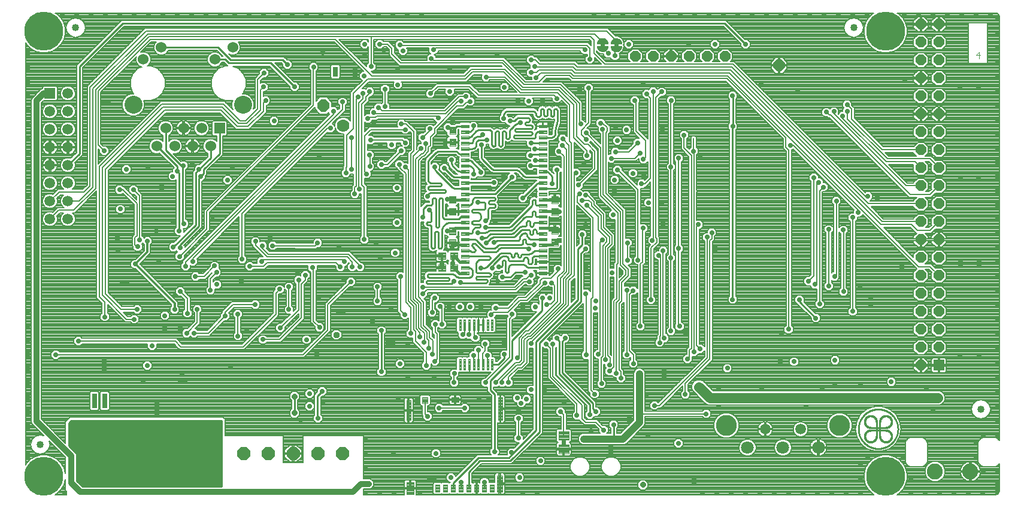
<source format=gbl>
G75*
%MOIN*%
%OFA0B0*%
%FSLAX25Y25*%
%IPPOS*%
%LPD*%
%AMOC8*
5,1,8,0,0,1.08239X$1,22.5*
%
%ADD10C,0.00400*%
%ADD11C,0.01000*%
%ADD12C,0.00100*%
%ADD13R,0.05906X0.05906*%
%ADD14OC8,0.05906*%
%ADD15C,0.05906*%
%ADD16OC8,0.07087*%
%ADD17C,0.07087*%
%ADD18C,0.11661*%
%ADD19C,0.06000*%
%ADD20R,0.06000X0.06000*%
%ADD21C,0.10000*%
%ADD22C,0.00394*%
%ADD23OC8,0.06496*%
%ADD24C,0.08858*%
%ADD25C,0.00400*%
%ADD26C,0.07000*%
%ADD27C,0.01400*%
%ADD28C,0.00409*%
%ADD29C,0.04000*%
%ADD30C,0.00413*%
%ADD31C,0.00404*%
%ADD32C,0.00399*%
%ADD33C,0.00390*%
%ADD34C,0.00406*%
%ADD35C,0.21654*%
%ADD36OC8,0.02781*%
%ADD37R,0.02781X0.02781*%
%ADD38C,0.01600*%
%ADD39C,0.00600*%
%ADD40C,0.00800*%
%ADD41OC8,0.03569*%
%ADD42C,0.05600*%
%ADD43C,0.03200*%
%ADD44OC8,0.03175*%
%ADD45C,0.01200*%
%ADD46C,0.00900*%
%ADD47C,0.04000*%
D10*
X0363078Y0389804D02*
X0363078Y0391404D01*
X0363678Y0391404D01*
X0363678Y0389804D01*
X0363078Y0389804D01*
X0363078Y0390203D02*
X0363678Y0390203D01*
X0363678Y0390602D02*
X0363078Y0390602D01*
X0363078Y0391001D02*
X0363678Y0391001D01*
X0363678Y0391400D02*
X0363078Y0391400D01*
X0363078Y0393304D02*
X0363078Y0396404D01*
X0363678Y0396404D01*
X0363678Y0393304D01*
X0363078Y0393304D01*
X0363078Y0393703D02*
X0363678Y0393703D01*
X0363678Y0394102D02*
X0363078Y0394102D01*
X0363078Y0394501D02*
X0363678Y0394501D01*
X0363678Y0394900D02*
X0363078Y0394900D01*
X0363078Y0395299D02*
X0363678Y0395299D01*
X0363678Y0395698D02*
X0363078Y0395698D01*
X0363078Y0396097D02*
X0363678Y0396097D01*
X0371278Y0396304D02*
X0371278Y0394704D01*
X0370678Y0394704D01*
X0370678Y0396304D01*
X0371278Y0396304D01*
X0371278Y0395103D02*
X0370678Y0395103D01*
X0370678Y0395502D02*
X0371278Y0395502D01*
X0371278Y0395901D02*
X0370678Y0395901D01*
X0370678Y0396300D02*
X0371278Y0396300D01*
X0371278Y0392804D02*
X0371278Y0389704D01*
X0370678Y0389704D01*
X0370678Y0392804D01*
X0371278Y0392804D01*
X0371278Y0390103D02*
X0370678Y0390103D01*
X0370678Y0390502D02*
X0371278Y0390502D01*
X0371278Y0390901D02*
X0370678Y0390901D01*
X0370678Y0391300D02*
X0371278Y0391300D01*
X0371278Y0391699D02*
X0370678Y0391699D01*
X0370678Y0392098D02*
X0371278Y0392098D01*
X0371278Y0392497D02*
X0370678Y0392497D01*
X0571199Y0387235D02*
X0573601Y0387235D01*
X0573000Y0385434D02*
X0573000Y0389037D01*
X0571199Y0387235D01*
D11*
X0442978Y0393404D02*
X0431378Y0405004D01*
X0096228Y0405004D01*
X0072278Y0381054D01*
X0072278Y0332504D01*
X0065828Y0326054D01*
X0115219Y0336687D02*
X0115246Y0336687D01*
X0126578Y0325354D01*
X0126578Y0322654D01*
X0127728Y0321504D01*
X0127728Y0289304D01*
X0130478Y0293404D02*
X0129578Y0294304D01*
X0129578Y0324954D01*
X0129578Y0325354D01*
X0130078Y0325854D01*
X0129578Y0324954D02*
X0120228Y0334304D01*
X0120228Y0346677D01*
X0120219Y0346687D01*
X0145219Y0336687D02*
X0145219Y0330144D01*
X0138778Y0323704D01*
X0136928Y0321854D01*
X0136928Y0292854D01*
X0124478Y0280404D01*
X0128328Y0279904D02*
X0128328Y0281704D01*
X0138728Y0292104D01*
X0138728Y0318804D01*
X0139710Y0319786D01*
X0141478Y0321554D01*
X0141478Y0323804D01*
X0150219Y0332544D01*
X0150219Y0346687D01*
X0178778Y0382904D02*
X0192028Y0369654D01*
X0188078Y0382004D02*
X0185328Y0384754D01*
X0156328Y0384754D01*
X0149396Y0391687D01*
X0117817Y0391687D01*
X0147620Y0384994D02*
X0153389Y0384994D01*
X0155478Y0382904D01*
X0178778Y0382904D01*
X0267061Y0329337D02*
X0270796Y0333072D01*
X0272564Y0333804D02*
X0281380Y0333754D01*
X0282828Y0333154D02*
X0283249Y0332733D01*
X0285017Y0332001D02*
X0286916Y0332001D01*
X0285017Y0332001D02*
X0284919Y0332003D01*
X0284821Y0332009D01*
X0284723Y0332018D01*
X0284626Y0332032D01*
X0284529Y0332049D01*
X0284433Y0332070D01*
X0284338Y0332095D01*
X0284244Y0332123D01*
X0284152Y0332156D01*
X0284060Y0332191D01*
X0283970Y0332231D01*
X0283882Y0332273D01*
X0283795Y0332320D01*
X0283711Y0332369D01*
X0283628Y0332422D01*
X0283548Y0332478D01*
X0283469Y0332538D01*
X0283393Y0332600D01*
X0283320Y0332665D01*
X0283249Y0332733D01*
X0282829Y0333155D02*
X0282764Y0333217D01*
X0282697Y0333276D01*
X0282627Y0333332D01*
X0282555Y0333384D01*
X0282481Y0333434D01*
X0282405Y0333480D01*
X0282326Y0333523D01*
X0282246Y0333563D01*
X0282164Y0333599D01*
X0282081Y0333631D01*
X0281996Y0333660D01*
X0281910Y0333685D01*
X0281823Y0333706D01*
X0281736Y0333724D01*
X0281647Y0333737D01*
X0281559Y0333747D01*
X0281469Y0333753D01*
X0281380Y0333755D01*
X0279428Y0328904D02*
X0279428Y0327290D01*
X0280161Y0325522D02*
X0282398Y0323285D01*
X0281416Y0319403D02*
X0281318Y0319405D01*
X0281220Y0319411D01*
X0281122Y0319420D01*
X0281025Y0319434D01*
X0280928Y0319451D01*
X0280832Y0319472D01*
X0280737Y0319497D01*
X0280643Y0319525D01*
X0280551Y0319558D01*
X0280459Y0319593D01*
X0280369Y0319633D01*
X0280281Y0319675D01*
X0280194Y0319722D01*
X0280110Y0319771D01*
X0280027Y0319824D01*
X0279947Y0319880D01*
X0279868Y0319940D01*
X0279792Y0320002D01*
X0279719Y0320067D01*
X0279648Y0320135D01*
X0275428Y0324354D01*
X0270710Y0322772D02*
X0270642Y0322843D01*
X0270577Y0322916D01*
X0270515Y0322992D01*
X0270455Y0323071D01*
X0270399Y0323151D01*
X0270346Y0323234D01*
X0270297Y0323318D01*
X0270250Y0323405D01*
X0270208Y0323493D01*
X0270168Y0323583D01*
X0270133Y0323675D01*
X0270100Y0323767D01*
X0270072Y0323861D01*
X0270047Y0323956D01*
X0270026Y0324052D01*
X0270009Y0324149D01*
X0269995Y0324246D01*
X0269986Y0324344D01*
X0269980Y0324442D01*
X0269978Y0324540D01*
X0269978Y0325154D01*
X0270711Y0322772D02*
X0279647Y0313836D01*
X0281415Y0313104D02*
X0286916Y0313104D01*
X0286916Y0316253D02*
X0286917Y0316254D01*
X0302758Y0316254D01*
X0302780Y0316255D01*
X0302802Y0316260D01*
X0302823Y0316267D01*
X0302844Y0316277D01*
X0302862Y0316289D01*
X0302879Y0316304D01*
X0304461Y0310686D02*
X0304390Y0310618D01*
X0304317Y0310553D01*
X0304241Y0310491D01*
X0304162Y0310431D01*
X0304082Y0310375D01*
X0303999Y0310322D01*
X0303915Y0310273D01*
X0303828Y0310226D01*
X0303740Y0310184D01*
X0303650Y0310144D01*
X0303558Y0310109D01*
X0303466Y0310076D01*
X0303372Y0310048D01*
X0303277Y0310023D01*
X0303181Y0310002D01*
X0303084Y0309985D01*
X0302987Y0309971D01*
X0302889Y0309962D01*
X0302791Y0309956D01*
X0302693Y0309954D01*
X0286916Y0309954D01*
X0291128Y0305804D02*
X0291126Y0305727D01*
X0291120Y0305650D01*
X0291111Y0305574D01*
X0291098Y0305498D01*
X0291081Y0305423D01*
X0291060Y0305349D01*
X0291036Y0305275D01*
X0291009Y0305204D01*
X0290977Y0305133D01*
X0290943Y0305064D01*
X0290905Y0304997D01*
X0290864Y0304932D01*
X0290819Y0304869D01*
X0290772Y0304809D01*
X0290722Y0304750D01*
X0290668Y0304695D01*
X0290669Y0304695D02*
X0290128Y0304154D01*
X0288922Y0303655D02*
X0286916Y0303655D01*
X0288922Y0303654D02*
X0289001Y0303656D01*
X0289079Y0303661D01*
X0289158Y0303670D01*
X0289235Y0303683D01*
X0289313Y0303699D01*
X0289389Y0303719D01*
X0289464Y0303742D01*
X0289538Y0303769D01*
X0289611Y0303799D01*
X0289682Y0303833D01*
X0289752Y0303870D01*
X0289820Y0303910D01*
X0289886Y0303953D01*
X0289950Y0303999D01*
X0290012Y0304048D01*
X0290071Y0304099D01*
X0290128Y0304154D01*
X0291128Y0305804D02*
X0291128Y0306256D01*
X0291728Y0307705D02*
X0291780Y0307754D01*
X0291834Y0307801D01*
X0291891Y0307844D01*
X0291950Y0307885D01*
X0292011Y0307922D01*
X0292074Y0307956D01*
X0292138Y0307987D01*
X0292204Y0308014D01*
X0292272Y0308038D01*
X0292340Y0308058D01*
X0292410Y0308075D01*
X0292480Y0308088D01*
X0292551Y0308098D01*
X0292623Y0308103D01*
X0292694Y0308105D01*
X0292694Y0308104D02*
X0302778Y0308104D01*
X0302837Y0308102D01*
X0302895Y0308096D01*
X0302954Y0308087D01*
X0303011Y0308073D01*
X0303067Y0308056D01*
X0303122Y0308035D01*
X0303176Y0308011D01*
X0303228Y0307983D01*
X0303278Y0307952D01*
X0303326Y0307918D01*
X0303371Y0307881D01*
X0303414Y0307840D01*
X0303455Y0307797D01*
X0303492Y0307752D01*
X0303526Y0307704D01*
X0303557Y0307654D01*
X0303585Y0307602D01*
X0303609Y0307548D01*
X0303630Y0307493D01*
X0303647Y0307437D01*
X0303661Y0307380D01*
X0303670Y0307321D01*
X0303676Y0307263D01*
X0303678Y0307204D01*
X0303676Y0307145D01*
X0303670Y0307087D01*
X0303661Y0307028D01*
X0303647Y0306971D01*
X0303630Y0306915D01*
X0303609Y0306860D01*
X0303585Y0306806D01*
X0303557Y0306754D01*
X0303526Y0306704D01*
X0303492Y0306656D01*
X0303455Y0306611D01*
X0303414Y0306568D01*
X0303371Y0306527D01*
X0303326Y0306490D01*
X0303278Y0306456D01*
X0303228Y0306425D01*
X0303176Y0306397D01*
X0303122Y0306373D01*
X0303067Y0306352D01*
X0303011Y0306335D01*
X0302954Y0306321D01*
X0302895Y0306312D01*
X0302837Y0306306D01*
X0302778Y0306304D01*
X0300978Y0306304D01*
X0300917Y0306302D01*
X0300856Y0306296D01*
X0300795Y0306287D01*
X0300736Y0306273D01*
X0300677Y0306256D01*
X0300619Y0306236D01*
X0300563Y0306211D01*
X0300508Y0306183D01*
X0300456Y0306152D01*
X0300405Y0306118D01*
X0300357Y0306080D01*
X0300311Y0306040D01*
X0300267Y0305996D01*
X0300227Y0305950D01*
X0300189Y0305902D01*
X0300155Y0305851D01*
X0300124Y0305799D01*
X0300096Y0305744D01*
X0300071Y0305688D01*
X0300051Y0305630D01*
X0300034Y0305571D01*
X0300020Y0305512D01*
X0300011Y0305451D01*
X0300005Y0305390D01*
X0300003Y0305329D01*
X0300005Y0305268D01*
X0300011Y0305207D01*
X0300020Y0305146D01*
X0300034Y0305087D01*
X0300051Y0305028D01*
X0300071Y0304970D01*
X0300096Y0304914D01*
X0300124Y0304859D01*
X0300155Y0304807D01*
X0300189Y0304756D01*
X0300227Y0304708D01*
X0300267Y0304662D01*
X0300311Y0304618D01*
X0300357Y0304578D01*
X0300405Y0304540D01*
X0300456Y0304506D01*
X0300508Y0304475D01*
X0300563Y0304447D01*
X0300619Y0304422D01*
X0300677Y0304402D01*
X0300736Y0304385D01*
X0300795Y0304371D01*
X0300856Y0304362D01*
X0300917Y0304356D01*
X0300978Y0304354D01*
X0302778Y0304354D01*
X0302839Y0304352D01*
X0302900Y0304346D01*
X0302961Y0304337D01*
X0303020Y0304323D01*
X0303079Y0304306D01*
X0303137Y0304286D01*
X0303193Y0304261D01*
X0303248Y0304233D01*
X0303300Y0304202D01*
X0303351Y0304168D01*
X0303399Y0304130D01*
X0303445Y0304090D01*
X0303489Y0304046D01*
X0303529Y0304000D01*
X0303567Y0303952D01*
X0303601Y0303901D01*
X0303632Y0303849D01*
X0303660Y0303794D01*
X0303685Y0303738D01*
X0303705Y0303680D01*
X0303722Y0303621D01*
X0303736Y0303562D01*
X0303745Y0303501D01*
X0303751Y0303440D01*
X0303753Y0303379D01*
X0303751Y0303318D01*
X0303745Y0303257D01*
X0303736Y0303196D01*
X0303722Y0303137D01*
X0303705Y0303078D01*
X0303685Y0303020D01*
X0303660Y0302964D01*
X0303632Y0302909D01*
X0303601Y0302857D01*
X0303567Y0302806D01*
X0303529Y0302758D01*
X0303489Y0302712D01*
X0303445Y0302668D01*
X0303399Y0302628D01*
X0303351Y0302590D01*
X0303300Y0302556D01*
X0303248Y0302525D01*
X0303193Y0302497D01*
X0303137Y0302472D01*
X0303079Y0302452D01*
X0303020Y0302435D01*
X0302961Y0302421D01*
X0302900Y0302412D01*
X0302839Y0302406D01*
X0302778Y0302404D01*
X0300978Y0302404D01*
X0300978Y0302405D02*
X0300910Y0302403D01*
X0300843Y0302397D01*
X0300776Y0302387D01*
X0300710Y0302374D01*
X0300644Y0302356D01*
X0300580Y0302335D01*
X0300517Y0302310D01*
X0300456Y0302281D01*
X0300397Y0302249D01*
X0300339Y0302213D01*
X0300284Y0302174D01*
X0300231Y0302132D01*
X0300180Y0302087D01*
X0300133Y0302039D01*
X0300088Y0301988D01*
X0300046Y0301935D01*
X0300007Y0301880D01*
X0299972Y0301822D01*
X0299940Y0301762D01*
X0299912Y0301701D01*
X0299887Y0301638D01*
X0299866Y0301573D01*
X0299849Y0301508D01*
X0299836Y0301442D01*
X0299826Y0301375D01*
X0299821Y0301307D01*
X0299819Y0301240D01*
X0299821Y0301172D01*
X0299828Y0301105D01*
X0299828Y0301104D02*
X0299828Y0296504D01*
X0298428Y0295104D01*
X0295578Y0296854D02*
X0295578Y0297804D01*
X0295579Y0297804D02*
X0295577Y0297888D01*
X0295571Y0297971D01*
X0295562Y0298054D01*
X0295549Y0298136D01*
X0295532Y0298218D01*
X0295512Y0298299D01*
X0295487Y0298379D01*
X0295460Y0298458D01*
X0295428Y0298536D01*
X0295394Y0298612D01*
X0295356Y0298686D01*
X0295314Y0298759D01*
X0295270Y0298829D01*
X0295222Y0298898D01*
X0295171Y0298964D01*
X0295117Y0299028D01*
X0295061Y0299089D01*
X0295001Y0299148D01*
X0294939Y0299204D01*
X0294875Y0299258D01*
X0294808Y0299308D01*
X0294739Y0299355D01*
X0294669Y0299399D01*
X0294596Y0299440D01*
X0294521Y0299478D01*
X0294445Y0299512D01*
X0294367Y0299543D01*
X0294288Y0299570D01*
X0294208Y0299593D01*
X0294127Y0299613D01*
X0294045Y0299629D01*
X0293962Y0299642D01*
X0293879Y0299651D01*
X0293796Y0299656D01*
X0293712Y0299657D01*
X0293629Y0299654D01*
X0293628Y0299654D02*
X0291528Y0299654D01*
X0291469Y0299656D01*
X0291411Y0299662D01*
X0291352Y0299671D01*
X0291295Y0299685D01*
X0291239Y0299702D01*
X0291184Y0299723D01*
X0291130Y0299747D01*
X0291078Y0299775D01*
X0291028Y0299806D01*
X0290980Y0299840D01*
X0290935Y0299877D01*
X0290892Y0299918D01*
X0290851Y0299961D01*
X0290814Y0300006D01*
X0290780Y0300054D01*
X0290749Y0300104D01*
X0290721Y0300156D01*
X0290697Y0300210D01*
X0290676Y0300265D01*
X0290659Y0300321D01*
X0290645Y0300378D01*
X0290636Y0300437D01*
X0290630Y0300495D01*
X0290628Y0300554D01*
X0290630Y0300613D01*
X0290636Y0300671D01*
X0290645Y0300730D01*
X0290659Y0300787D01*
X0290676Y0300843D01*
X0290697Y0300898D01*
X0290721Y0300952D01*
X0290749Y0301004D01*
X0290780Y0301054D01*
X0290814Y0301102D01*
X0290851Y0301147D01*
X0290892Y0301190D01*
X0290935Y0301231D01*
X0290980Y0301268D01*
X0291028Y0301302D01*
X0291078Y0301333D01*
X0291130Y0301361D01*
X0291184Y0301385D01*
X0291239Y0301406D01*
X0291295Y0301423D01*
X0291352Y0301437D01*
X0291411Y0301446D01*
X0291469Y0301452D01*
X0291528Y0301454D01*
X0297178Y0301454D01*
X0297234Y0301456D01*
X0297289Y0301461D01*
X0297344Y0301470D01*
X0297398Y0301483D01*
X0297451Y0301499D01*
X0297503Y0301519D01*
X0297554Y0301542D01*
X0297603Y0301568D01*
X0297650Y0301597D01*
X0297695Y0301630D01*
X0297738Y0301665D01*
X0297779Y0301703D01*
X0297817Y0301744D01*
X0297852Y0301787D01*
X0297885Y0301832D01*
X0297914Y0301879D01*
X0297940Y0301928D01*
X0297963Y0301979D01*
X0297983Y0302031D01*
X0297999Y0302084D01*
X0298012Y0302138D01*
X0298021Y0302193D01*
X0298026Y0302248D01*
X0298028Y0302304D01*
X0298028Y0304554D01*
X0298026Y0304608D01*
X0298020Y0304661D01*
X0298011Y0304713D01*
X0297998Y0304765D01*
X0297981Y0304816D01*
X0297960Y0304866D01*
X0297936Y0304913D01*
X0297909Y0304959D01*
X0297878Y0305003D01*
X0297845Y0305045D01*
X0297808Y0305084D01*
X0297769Y0305121D01*
X0297727Y0305154D01*
X0297683Y0305185D01*
X0297637Y0305212D01*
X0297590Y0305236D01*
X0297540Y0305257D01*
X0297489Y0305274D01*
X0297437Y0305287D01*
X0297385Y0305296D01*
X0297332Y0305302D01*
X0297278Y0305304D01*
X0293978Y0305304D01*
X0291128Y0306256D02*
X0291130Y0306345D01*
X0291136Y0306435D01*
X0291146Y0306523D01*
X0291159Y0306612D01*
X0291177Y0306699D01*
X0291198Y0306786D01*
X0291223Y0306872D01*
X0291252Y0306957D01*
X0291284Y0307040D01*
X0291320Y0307122D01*
X0291360Y0307202D01*
X0291403Y0307281D01*
X0291449Y0307357D01*
X0291499Y0307431D01*
X0291551Y0307503D01*
X0291607Y0307573D01*
X0291666Y0307640D01*
X0291728Y0307705D01*
X0286916Y0297356D02*
X0284530Y0297356D01*
X0283228Y0296054D01*
X0275328Y0296054D01*
X0274328Y0297054D01*
X0274328Y0306904D01*
X0274326Y0306963D01*
X0274320Y0307022D01*
X0274311Y0307081D01*
X0274298Y0307139D01*
X0274281Y0307195D01*
X0274260Y0307251D01*
X0274236Y0307305D01*
X0274209Y0307358D01*
X0274178Y0307409D01*
X0274144Y0307457D01*
X0274107Y0307504D01*
X0274067Y0307548D01*
X0274025Y0307589D01*
X0273980Y0307627D01*
X0273932Y0307663D01*
X0273883Y0307695D01*
X0273831Y0307724D01*
X0273777Y0307750D01*
X0273722Y0307772D01*
X0273666Y0307791D01*
X0273609Y0307806D01*
X0273551Y0307817D01*
X0273492Y0307825D01*
X0273433Y0307829D01*
X0273373Y0307829D01*
X0273314Y0307825D01*
X0273255Y0307817D01*
X0273197Y0307806D01*
X0273140Y0307791D01*
X0273084Y0307772D01*
X0273029Y0307750D01*
X0272975Y0307724D01*
X0272923Y0307695D01*
X0272874Y0307663D01*
X0272826Y0307627D01*
X0272781Y0307589D01*
X0272739Y0307548D01*
X0272699Y0307504D01*
X0272662Y0307457D01*
X0272628Y0307409D01*
X0272597Y0307358D01*
X0272570Y0307305D01*
X0272546Y0307251D01*
X0272525Y0307195D01*
X0272508Y0307139D01*
X0272495Y0307081D01*
X0272486Y0307022D01*
X0272480Y0306963D01*
X0272478Y0306904D01*
X0272478Y0292254D01*
X0272476Y0292195D01*
X0272470Y0292136D01*
X0272461Y0292077D01*
X0272448Y0292019D01*
X0272431Y0291963D01*
X0272410Y0291907D01*
X0272386Y0291853D01*
X0272359Y0291800D01*
X0272328Y0291749D01*
X0272294Y0291701D01*
X0272257Y0291654D01*
X0272217Y0291610D01*
X0272175Y0291569D01*
X0272130Y0291531D01*
X0272082Y0291495D01*
X0272033Y0291463D01*
X0271981Y0291434D01*
X0271927Y0291408D01*
X0271872Y0291386D01*
X0271816Y0291367D01*
X0271759Y0291352D01*
X0271701Y0291341D01*
X0271642Y0291333D01*
X0271583Y0291329D01*
X0271523Y0291329D01*
X0271464Y0291333D01*
X0271405Y0291341D01*
X0271347Y0291352D01*
X0271290Y0291367D01*
X0271234Y0291386D01*
X0271179Y0291408D01*
X0271125Y0291434D01*
X0271073Y0291463D01*
X0271024Y0291495D01*
X0270976Y0291531D01*
X0270931Y0291569D01*
X0270889Y0291610D01*
X0270849Y0291654D01*
X0270812Y0291701D01*
X0270778Y0291749D01*
X0270747Y0291800D01*
X0270720Y0291853D01*
X0270696Y0291907D01*
X0270675Y0291963D01*
X0270658Y0292019D01*
X0270645Y0292077D01*
X0270636Y0292136D01*
X0270630Y0292195D01*
X0270628Y0292254D01*
X0270628Y0306904D01*
X0270626Y0306963D01*
X0270620Y0307022D01*
X0270611Y0307081D01*
X0270598Y0307139D01*
X0270581Y0307195D01*
X0270560Y0307251D01*
X0270536Y0307305D01*
X0270509Y0307358D01*
X0270478Y0307409D01*
X0270444Y0307457D01*
X0270407Y0307504D01*
X0270367Y0307548D01*
X0270325Y0307589D01*
X0270280Y0307627D01*
X0270232Y0307663D01*
X0270183Y0307695D01*
X0270131Y0307724D01*
X0270077Y0307750D01*
X0270022Y0307772D01*
X0269966Y0307791D01*
X0269909Y0307806D01*
X0269851Y0307817D01*
X0269792Y0307825D01*
X0269733Y0307829D01*
X0269673Y0307829D01*
X0269614Y0307825D01*
X0269555Y0307817D01*
X0269497Y0307806D01*
X0269440Y0307791D01*
X0269384Y0307772D01*
X0269329Y0307750D01*
X0269275Y0307724D01*
X0269223Y0307695D01*
X0269174Y0307663D01*
X0269126Y0307627D01*
X0269081Y0307589D01*
X0269039Y0307548D01*
X0268999Y0307504D01*
X0268962Y0307457D01*
X0268928Y0307409D01*
X0268897Y0307358D01*
X0268870Y0307305D01*
X0268846Y0307251D01*
X0268825Y0307195D01*
X0268808Y0307139D01*
X0268795Y0307081D01*
X0268786Y0307022D01*
X0268780Y0306963D01*
X0268778Y0306904D01*
X0268778Y0304654D01*
X0267978Y0303854D01*
X0265528Y0303854D01*
X0263528Y0301854D01*
X0263528Y0297296D01*
X0263528Y0297154D02*
X0263428Y0297054D01*
X0263428Y0297055D02*
X0263451Y0297080D01*
X0263471Y0297107D01*
X0263488Y0297135D01*
X0263502Y0297166D01*
X0263513Y0297197D01*
X0263521Y0297229D01*
X0263526Y0297263D01*
X0263528Y0297296D01*
X0268178Y0298719D02*
X0268176Y0298817D01*
X0268170Y0298915D01*
X0268161Y0299013D01*
X0268147Y0299110D01*
X0268130Y0299207D01*
X0268109Y0299303D01*
X0268084Y0299398D01*
X0268056Y0299492D01*
X0268023Y0299584D01*
X0267988Y0299676D01*
X0267948Y0299766D01*
X0267906Y0299854D01*
X0267859Y0299941D01*
X0267810Y0300025D01*
X0267757Y0300108D01*
X0267701Y0300188D01*
X0267641Y0300267D01*
X0267579Y0300343D01*
X0267514Y0300416D01*
X0267446Y0300487D01*
X0266878Y0301054D01*
X0268178Y0298719D02*
X0268178Y0295454D01*
X0268176Y0295394D01*
X0268171Y0295335D01*
X0268161Y0295276D01*
X0268148Y0295218D01*
X0268132Y0295160D01*
X0268111Y0295104D01*
X0268088Y0295050D01*
X0268060Y0294996D01*
X0268030Y0294945D01*
X0267997Y0294896D01*
X0267960Y0294848D01*
X0267921Y0294804D01*
X0267878Y0294761D01*
X0267834Y0294722D01*
X0267786Y0294685D01*
X0267737Y0294652D01*
X0267686Y0294622D01*
X0267632Y0294594D01*
X0267578Y0294571D01*
X0267522Y0294550D01*
X0267464Y0294534D01*
X0267406Y0294521D01*
X0267347Y0294511D01*
X0267288Y0294506D01*
X0267228Y0294504D01*
X0266428Y0294504D01*
X0265478Y0293554D02*
X0265480Y0293494D01*
X0265485Y0293435D01*
X0265495Y0293376D01*
X0265508Y0293318D01*
X0265524Y0293260D01*
X0265545Y0293204D01*
X0265568Y0293150D01*
X0265596Y0293096D01*
X0265626Y0293045D01*
X0265659Y0292996D01*
X0265696Y0292948D01*
X0265735Y0292904D01*
X0265778Y0292861D01*
X0265822Y0292822D01*
X0265870Y0292785D01*
X0265919Y0292752D01*
X0265970Y0292722D01*
X0266024Y0292694D01*
X0266078Y0292671D01*
X0266134Y0292650D01*
X0266192Y0292634D01*
X0266250Y0292621D01*
X0266309Y0292611D01*
X0266368Y0292606D01*
X0266428Y0292604D01*
X0267228Y0292604D01*
X0267288Y0292602D01*
X0267347Y0292597D01*
X0267406Y0292587D01*
X0267464Y0292574D01*
X0267522Y0292558D01*
X0267578Y0292537D01*
X0267632Y0292514D01*
X0267686Y0292486D01*
X0267737Y0292456D01*
X0267786Y0292423D01*
X0267834Y0292386D01*
X0267878Y0292347D01*
X0267921Y0292304D01*
X0267960Y0292260D01*
X0267997Y0292212D01*
X0268030Y0292163D01*
X0268060Y0292112D01*
X0268088Y0292058D01*
X0268111Y0292004D01*
X0268132Y0291948D01*
X0268148Y0291890D01*
X0268161Y0291832D01*
X0268171Y0291773D01*
X0268176Y0291714D01*
X0268178Y0291654D01*
X0268178Y0280554D01*
X0268180Y0280495D01*
X0268186Y0280437D01*
X0268195Y0280378D01*
X0268209Y0280321D01*
X0268226Y0280265D01*
X0268247Y0280210D01*
X0268271Y0280156D01*
X0268299Y0280104D01*
X0268330Y0280054D01*
X0268364Y0280006D01*
X0268401Y0279961D01*
X0268442Y0279918D01*
X0268485Y0279877D01*
X0268530Y0279840D01*
X0268578Y0279806D01*
X0268628Y0279775D01*
X0268680Y0279747D01*
X0268734Y0279723D01*
X0268789Y0279702D01*
X0268845Y0279685D01*
X0268902Y0279671D01*
X0268961Y0279662D01*
X0269019Y0279656D01*
X0269078Y0279654D01*
X0269137Y0279656D01*
X0269195Y0279662D01*
X0269254Y0279671D01*
X0269311Y0279685D01*
X0269367Y0279702D01*
X0269422Y0279723D01*
X0269476Y0279747D01*
X0269528Y0279775D01*
X0269578Y0279806D01*
X0269626Y0279840D01*
X0269671Y0279877D01*
X0269714Y0279918D01*
X0269755Y0279961D01*
X0269792Y0280006D01*
X0269826Y0280054D01*
X0269857Y0280104D01*
X0269885Y0280156D01*
X0269909Y0280210D01*
X0269930Y0280265D01*
X0269947Y0280321D01*
X0269961Y0280378D01*
X0269970Y0280437D01*
X0269976Y0280495D01*
X0269978Y0280554D01*
X0269978Y0288204D01*
X0269980Y0288265D01*
X0269986Y0288326D01*
X0269995Y0288387D01*
X0270009Y0288446D01*
X0270026Y0288505D01*
X0270046Y0288563D01*
X0270071Y0288619D01*
X0270099Y0288674D01*
X0270130Y0288726D01*
X0270164Y0288777D01*
X0270202Y0288825D01*
X0270242Y0288871D01*
X0270286Y0288915D01*
X0270332Y0288955D01*
X0270380Y0288993D01*
X0270431Y0289027D01*
X0270483Y0289058D01*
X0270538Y0289086D01*
X0270594Y0289111D01*
X0270652Y0289131D01*
X0270711Y0289148D01*
X0270770Y0289162D01*
X0270831Y0289171D01*
X0270892Y0289177D01*
X0270953Y0289179D01*
X0271014Y0289177D01*
X0271075Y0289171D01*
X0271136Y0289162D01*
X0271195Y0289148D01*
X0271254Y0289131D01*
X0271312Y0289111D01*
X0271368Y0289086D01*
X0271423Y0289058D01*
X0271475Y0289027D01*
X0271526Y0288993D01*
X0271574Y0288955D01*
X0271620Y0288915D01*
X0271664Y0288871D01*
X0271704Y0288825D01*
X0271742Y0288777D01*
X0271776Y0288726D01*
X0271807Y0288674D01*
X0271835Y0288619D01*
X0271860Y0288563D01*
X0271880Y0288505D01*
X0271897Y0288446D01*
X0271911Y0288387D01*
X0271920Y0288326D01*
X0271926Y0288265D01*
X0271928Y0288204D01*
X0271928Y0280554D01*
X0271930Y0280493D01*
X0271936Y0280432D01*
X0271945Y0280371D01*
X0271959Y0280312D01*
X0271976Y0280253D01*
X0271996Y0280195D01*
X0272021Y0280139D01*
X0272049Y0280084D01*
X0272080Y0280032D01*
X0272114Y0279981D01*
X0272152Y0279933D01*
X0272192Y0279887D01*
X0272236Y0279843D01*
X0272282Y0279803D01*
X0272330Y0279765D01*
X0272381Y0279731D01*
X0272433Y0279700D01*
X0272488Y0279672D01*
X0272544Y0279647D01*
X0272602Y0279627D01*
X0272661Y0279610D01*
X0272720Y0279596D01*
X0272781Y0279587D01*
X0272842Y0279581D01*
X0272903Y0279579D01*
X0272964Y0279581D01*
X0273025Y0279587D01*
X0273086Y0279596D01*
X0273145Y0279610D01*
X0273204Y0279627D01*
X0273262Y0279647D01*
X0273318Y0279672D01*
X0273373Y0279700D01*
X0273425Y0279731D01*
X0273476Y0279765D01*
X0273524Y0279803D01*
X0273570Y0279843D01*
X0273614Y0279887D01*
X0273654Y0279933D01*
X0273692Y0279981D01*
X0273726Y0280032D01*
X0273757Y0280084D01*
X0273785Y0280139D01*
X0273810Y0280195D01*
X0273830Y0280253D01*
X0273847Y0280312D01*
X0273861Y0280371D01*
X0273870Y0280432D01*
X0273876Y0280493D01*
X0273878Y0280554D01*
X0273878Y0289054D01*
X0273880Y0289196D01*
X0273886Y0289338D01*
X0273896Y0289479D01*
X0273909Y0289621D01*
X0273927Y0289762D01*
X0273948Y0289902D01*
X0273974Y0290042D01*
X0274003Y0290181D01*
X0274036Y0290319D01*
X0274072Y0290456D01*
X0274113Y0290592D01*
X0274157Y0290727D01*
X0274205Y0290860D01*
X0274257Y0290993D01*
X0274312Y0291124D01*
X0274371Y0291253D01*
X0274433Y0291380D01*
X0274499Y0291506D01*
X0274568Y0291630D01*
X0274641Y0291752D01*
X0274717Y0291872D01*
X0274796Y0291990D01*
X0274879Y0292105D01*
X0274964Y0292218D01*
X0275053Y0292329D01*
X0275145Y0292438D01*
X0275240Y0292543D01*
X0275337Y0292646D01*
X0275438Y0292747D01*
X0275541Y0292844D01*
X0275646Y0292939D01*
X0275755Y0293031D01*
X0275866Y0293120D01*
X0275979Y0293205D01*
X0276094Y0293288D01*
X0276212Y0293367D01*
X0276332Y0293443D01*
X0276454Y0293516D01*
X0276578Y0293585D01*
X0276704Y0293651D01*
X0276831Y0293713D01*
X0276960Y0293772D01*
X0277091Y0293827D01*
X0277224Y0293879D01*
X0277357Y0293927D01*
X0277492Y0293971D01*
X0277628Y0294012D01*
X0277765Y0294048D01*
X0277903Y0294081D01*
X0278042Y0294110D01*
X0278182Y0294136D01*
X0278322Y0294157D01*
X0278463Y0294175D01*
X0278605Y0294188D01*
X0278746Y0294198D01*
X0278888Y0294204D01*
X0279030Y0294206D01*
X0286916Y0294206D01*
X0291478Y0294904D02*
X0291421Y0294902D01*
X0291365Y0294896D01*
X0291309Y0294887D01*
X0291253Y0294874D01*
X0291199Y0294857D01*
X0291146Y0294837D01*
X0291095Y0294813D01*
X0291045Y0294785D01*
X0290997Y0294755D01*
X0290951Y0294721D01*
X0290908Y0294684D01*
X0290867Y0294645D01*
X0290829Y0294603D01*
X0290794Y0294558D01*
X0290762Y0294511D01*
X0290733Y0294462D01*
X0290707Y0294412D01*
X0290685Y0294359D01*
X0290666Y0294306D01*
X0290651Y0294251D01*
X0290640Y0294195D01*
X0290632Y0294139D01*
X0290628Y0294082D01*
X0290628Y0294026D01*
X0290632Y0293969D01*
X0290640Y0293913D01*
X0290651Y0293857D01*
X0290666Y0293802D01*
X0290685Y0293749D01*
X0290707Y0293696D01*
X0290733Y0293646D01*
X0290762Y0293597D01*
X0290794Y0293550D01*
X0290829Y0293505D01*
X0290867Y0293463D01*
X0290908Y0293424D01*
X0290951Y0293387D01*
X0290997Y0293353D01*
X0291045Y0293323D01*
X0291095Y0293295D01*
X0291146Y0293271D01*
X0291199Y0293251D01*
X0291253Y0293234D01*
X0291309Y0293221D01*
X0291365Y0293212D01*
X0291421Y0293206D01*
X0291478Y0293204D01*
X0294528Y0293204D01*
X0294587Y0293202D01*
X0294646Y0293196D01*
X0294705Y0293187D01*
X0294763Y0293174D01*
X0294819Y0293157D01*
X0294875Y0293136D01*
X0294929Y0293112D01*
X0294982Y0293085D01*
X0295033Y0293054D01*
X0295081Y0293020D01*
X0295128Y0292983D01*
X0295172Y0292943D01*
X0295213Y0292901D01*
X0295251Y0292856D01*
X0295287Y0292808D01*
X0295319Y0292759D01*
X0295348Y0292707D01*
X0295374Y0292653D01*
X0295396Y0292598D01*
X0295415Y0292542D01*
X0295430Y0292485D01*
X0295441Y0292427D01*
X0295449Y0292368D01*
X0295453Y0292309D01*
X0295453Y0292249D01*
X0295449Y0292190D01*
X0295441Y0292131D01*
X0295430Y0292073D01*
X0295415Y0292016D01*
X0295396Y0291960D01*
X0295374Y0291905D01*
X0295348Y0291851D01*
X0295319Y0291799D01*
X0295287Y0291750D01*
X0295251Y0291702D01*
X0295213Y0291657D01*
X0295172Y0291615D01*
X0295128Y0291575D01*
X0295081Y0291538D01*
X0295033Y0291504D01*
X0294982Y0291473D01*
X0294929Y0291446D01*
X0294875Y0291422D01*
X0294819Y0291401D01*
X0294763Y0291384D01*
X0294705Y0291371D01*
X0294646Y0291362D01*
X0294587Y0291356D01*
X0294528Y0291354D01*
X0293028Y0291354D01*
X0292937Y0291343D01*
X0292846Y0291329D01*
X0292757Y0291311D01*
X0292668Y0291289D01*
X0292580Y0291263D01*
X0292493Y0291234D01*
X0292407Y0291201D01*
X0292323Y0291164D01*
X0292241Y0291124D01*
X0292160Y0291081D01*
X0292082Y0291034D01*
X0292005Y0290983D01*
X0291931Y0290930D01*
X0291859Y0290873D01*
X0291789Y0290813D01*
X0291722Y0290751D01*
X0291658Y0290686D01*
X0291596Y0290618D01*
X0291538Y0290547D01*
X0291482Y0290474D01*
X0291430Y0290399D01*
X0291381Y0290322D01*
X0291335Y0290242D01*
X0291293Y0290161D01*
X0291254Y0290078D01*
X0291218Y0289993D01*
X0291187Y0289907D01*
X0291159Y0289820D01*
X0291134Y0289732D01*
X0291114Y0289642D01*
X0291097Y0289552D01*
X0291084Y0289461D01*
X0291075Y0289370D01*
X0291070Y0289279D01*
X0291069Y0289187D01*
X0291072Y0289095D01*
X0291078Y0289004D01*
X0291076Y0288940D01*
X0291071Y0288876D01*
X0291061Y0288813D01*
X0291048Y0288750D01*
X0291032Y0288689D01*
X0291012Y0288628D01*
X0290988Y0288568D01*
X0290961Y0288510D01*
X0290931Y0288454D01*
X0290897Y0288400D01*
X0290860Y0288347D01*
X0290821Y0288297D01*
X0290778Y0288249D01*
X0290733Y0288204D01*
X0290685Y0288161D01*
X0290635Y0288122D01*
X0290582Y0288085D01*
X0290528Y0288051D01*
X0290472Y0288021D01*
X0290414Y0287994D01*
X0290354Y0287970D01*
X0290293Y0287950D01*
X0290232Y0287934D01*
X0290169Y0287921D01*
X0290106Y0287911D01*
X0290042Y0287906D01*
X0289978Y0287904D01*
X0289878Y0287904D01*
X0289876Y0287907D01*
X0286916Y0287907D01*
X0286916Y0284757D02*
X0291740Y0284757D01*
X0293508Y0284025D02*
X0297046Y0280487D01*
X0296546Y0278336D02*
X0296617Y0278268D01*
X0296690Y0278203D01*
X0296766Y0278141D01*
X0296845Y0278081D01*
X0296925Y0278025D01*
X0297008Y0277972D01*
X0297092Y0277923D01*
X0297179Y0277876D01*
X0297267Y0277834D01*
X0297357Y0277794D01*
X0297449Y0277759D01*
X0297541Y0277726D01*
X0297635Y0277698D01*
X0297730Y0277673D01*
X0297826Y0277652D01*
X0297923Y0277635D01*
X0298020Y0277621D01*
X0298118Y0277612D01*
X0298216Y0277606D01*
X0298314Y0277604D01*
X0303093Y0277604D01*
X0304861Y0278337D02*
X0305846Y0279322D01*
X0305096Y0281122D02*
X0305167Y0281190D01*
X0305240Y0281255D01*
X0305316Y0281317D01*
X0305395Y0281377D01*
X0305475Y0281433D01*
X0305558Y0281486D01*
X0305642Y0281535D01*
X0305729Y0281582D01*
X0305817Y0281624D01*
X0305907Y0281664D01*
X0305999Y0281699D01*
X0306091Y0281732D01*
X0306185Y0281760D01*
X0306280Y0281785D01*
X0306376Y0281806D01*
X0306473Y0281823D01*
X0306570Y0281837D01*
X0306668Y0281846D01*
X0306766Y0281852D01*
X0306864Y0281854D01*
X0318228Y0281854D01*
X0318282Y0281856D01*
X0318335Y0281862D01*
X0318387Y0281871D01*
X0318439Y0281884D01*
X0318490Y0281901D01*
X0318540Y0281922D01*
X0318587Y0281946D01*
X0318633Y0281973D01*
X0318677Y0282004D01*
X0318719Y0282037D01*
X0318758Y0282074D01*
X0318795Y0282113D01*
X0318828Y0282155D01*
X0318859Y0282199D01*
X0318886Y0282245D01*
X0318910Y0282292D01*
X0318931Y0282342D01*
X0318948Y0282393D01*
X0318961Y0282445D01*
X0318970Y0282497D01*
X0318976Y0282550D01*
X0318978Y0282604D01*
X0318978Y0283954D01*
X0318980Y0284013D01*
X0318986Y0284071D01*
X0318995Y0284130D01*
X0319009Y0284187D01*
X0319026Y0284243D01*
X0319047Y0284298D01*
X0319071Y0284352D01*
X0319099Y0284404D01*
X0319130Y0284454D01*
X0319164Y0284502D01*
X0319201Y0284547D01*
X0319242Y0284590D01*
X0319285Y0284631D01*
X0319330Y0284668D01*
X0319378Y0284702D01*
X0319428Y0284733D01*
X0319480Y0284761D01*
X0319534Y0284785D01*
X0319589Y0284806D01*
X0319645Y0284823D01*
X0319702Y0284837D01*
X0319761Y0284846D01*
X0319819Y0284852D01*
X0319878Y0284854D01*
X0319937Y0284852D01*
X0319995Y0284846D01*
X0320054Y0284837D01*
X0320111Y0284823D01*
X0320167Y0284806D01*
X0320222Y0284785D01*
X0320276Y0284761D01*
X0320328Y0284733D01*
X0320378Y0284702D01*
X0320426Y0284668D01*
X0320471Y0284631D01*
X0320514Y0284590D01*
X0320555Y0284547D01*
X0320592Y0284502D01*
X0320626Y0284454D01*
X0320657Y0284404D01*
X0320685Y0284352D01*
X0320709Y0284298D01*
X0320730Y0284243D01*
X0320747Y0284187D01*
X0320761Y0284130D01*
X0320770Y0284071D01*
X0320776Y0284013D01*
X0320778Y0283954D01*
X0320778Y0283054D01*
X0320780Y0282994D01*
X0320785Y0282933D01*
X0320794Y0282874D01*
X0320807Y0282815D01*
X0320823Y0282756D01*
X0320843Y0282699D01*
X0320866Y0282644D01*
X0320893Y0282589D01*
X0320922Y0282537D01*
X0320955Y0282486D01*
X0320991Y0282437D01*
X0321029Y0282391D01*
X0321071Y0282347D01*
X0321115Y0282305D01*
X0321161Y0282267D01*
X0321210Y0282231D01*
X0321261Y0282198D01*
X0321313Y0282169D01*
X0321368Y0282142D01*
X0321423Y0282119D01*
X0321480Y0282099D01*
X0321539Y0282083D01*
X0321598Y0282070D01*
X0321657Y0282061D01*
X0321718Y0282056D01*
X0321778Y0282054D01*
X0325078Y0282054D01*
X0325278Y0281854D01*
X0323628Y0284754D02*
X0330241Y0284754D01*
X0330241Y0284757D01*
X0330238Y0284754D01*
X0330238Y0287904D02*
X0330241Y0287907D01*
X0327076Y0287907D01*
X0326528Y0288454D01*
X0326528Y0289404D01*
X0322328Y0285404D02*
X0322231Y0285504D01*
X0322136Y0285606D01*
X0322044Y0285711D01*
X0321954Y0285818D01*
X0321868Y0285927D01*
X0321784Y0286038D01*
X0321703Y0286152D01*
X0321625Y0286267D01*
X0321550Y0286385D01*
X0321478Y0286504D01*
X0320728Y0288154D02*
X0320640Y0288177D01*
X0320551Y0288195D01*
X0320461Y0288210D01*
X0320371Y0288221D01*
X0320280Y0288228D01*
X0320190Y0288232D01*
X0320099Y0288231D01*
X0320008Y0288227D01*
X0319917Y0288219D01*
X0319827Y0288207D01*
X0319737Y0288192D01*
X0319649Y0288172D01*
X0319561Y0288149D01*
X0319474Y0288123D01*
X0319388Y0288092D01*
X0319304Y0288058D01*
X0319221Y0288021D01*
X0319139Y0287980D01*
X0319060Y0287936D01*
X0318983Y0287888D01*
X0318907Y0287838D01*
X0318834Y0287784D01*
X0318763Y0287727D01*
X0318694Y0287667D01*
X0318629Y0287604D01*
X0317696Y0289372D02*
X0317767Y0289440D01*
X0317840Y0289505D01*
X0317916Y0289567D01*
X0317995Y0289627D01*
X0318075Y0289683D01*
X0318158Y0289736D01*
X0318242Y0289785D01*
X0318329Y0289832D01*
X0318417Y0289874D01*
X0318507Y0289914D01*
X0318599Y0289949D01*
X0318691Y0289982D01*
X0318785Y0290010D01*
X0318880Y0290035D01*
X0318976Y0290056D01*
X0319073Y0290073D01*
X0319170Y0290087D01*
X0319268Y0290096D01*
X0319366Y0290102D01*
X0319464Y0290104D01*
X0322028Y0290104D01*
X0322087Y0290102D01*
X0322145Y0290096D01*
X0322204Y0290087D01*
X0322261Y0290073D01*
X0322317Y0290056D01*
X0322372Y0290035D01*
X0322426Y0290011D01*
X0322478Y0289983D01*
X0322528Y0289952D01*
X0322576Y0289918D01*
X0322621Y0289881D01*
X0322664Y0289840D01*
X0322705Y0289797D01*
X0322742Y0289752D01*
X0322776Y0289704D01*
X0322807Y0289654D01*
X0322835Y0289602D01*
X0322859Y0289548D01*
X0322880Y0289493D01*
X0322897Y0289437D01*
X0322911Y0289380D01*
X0322920Y0289321D01*
X0322926Y0289263D01*
X0322928Y0289204D01*
X0322928Y0288204D01*
X0322930Y0288145D01*
X0322936Y0288087D01*
X0322945Y0288028D01*
X0322959Y0287971D01*
X0322976Y0287915D01*
X0322997Y0287860D01*
X0323021Y0287806D01*
X0323049Y0287754D01*
X0323080Y0287704D01*
X0323114Y0287656D01*
X0323151Y0287611D01*
X0323192Y0287568D01*
X0323235Y0287527D01*
X0323280Y0287490D01*
X0323328Y0287456D01*
X0323378Y0287425D01*
X0323430Y0287397D01*
X0323484Y0287373D01*
X0323539Y0287352D01*
X0323595Y0287335D01*
X0323652Y0287321D01*
X0323711Y0287312D01*
X0323769Y0287306D01*
X0323828Y0287304D01*
X0323887Y0287306D01*
X0323945Y0287312D01*
X0324004Y0287321D01*
X0324061Y0287335D01*
X0324117Y0287352D01*
X0324172Y0287373D01*
X0324226Y0287397D01*
X0324278Y0287425D01*
X0324328Y0287456D01*
X0324376Y0287490D01*
X0324421Y0287527D01*
X0324464Y0287568D01*
X0324505Y0287611D01*
X0324542Y0287656D01*
X0324576Y0287704D01*
X0324607Y0287754D01*
X0324635Y0287806D01*
X0324659Y0287860D01*
X0324680Y0287915D01*
X0324697Y0287971D01*
X0324711Y0288028D01*
X0324720Y0288087D01*
X0324726Y0288145D01*
X0324728Y0288204D01*
X0324728Y0289404D01*
X0324730Y0289463D01*
X0324736Y0289521D01*
X0324745Y0289580D01*
X0324759Y0289637D01*
X0324776Y0289693D01*
X0324797Y0289748D01*
X0324821Y0289802D01*
X0324849Y0289854D01*
X0324880Y0289904D01*
X0324914Y0289952D01*
X0324951Y0289997D01*
X0324992Y0290040D01*
X0325035Y0290081D01*
X0325080Y0290118D01*
X0325128Y0290152D01*
X0325178Y0290183D01*
X0325230Y0290211D01*
X0325284Y0290235D01*
X0325339Y0290256D01*
X0325395Y0290273D01*
X0325452Y0290287D01*
X0325511Y0290296D01*
X0325569Y0290302D01*
X0325628Y0290304D01*
X0325687Y0290302D01*
X0325745Y0290296D01*
X0325804Y0290287D01*
X0325861Y0290273D01*
X0325917Y0290256D01*
X0325972Y0290235D01*
X0326026Y0290211D01*
X0326078Y0290183D01*
X0326128Y0290152D01*
X0326176Y0290118D01*
X0326221Y0290081D01*
X0326264Y0290040D01*
X0326305Y0289997D01*
X0326342Y0289952D01*
X0326376Y0289904D01*
X0326407Y0289854D01*
X0326435Y0289802D01*
X0326459Y0289748D01*
X0326480Y0289693D01*
X0326497Y0289637D01*
X0326511Y0289580D01*
X0326520Y0289521D01*
X0326526Y0289463D01*
X0326528Y0289404D01*
X0324878Y0292754D02*
X0324880Y0292828D01*
X0324885Y0292901D01*
X0324895Y0292974D01*
X0324908Y0293046D01*
X0324924Y0293118D01*
X0324945Y0293189D01*
X0324968Y0293258D01*
X0324996Y0293327D01*
X0325026Y0293393D01*
X0325060Y0293459D01*
X0325098Y0293522D01*
X0325138Y0293583D01*
X0325182Y0293643D01*
X0325228Y0293700D01*
X0325278Y0293754D01*
X0325330Y0293806D01*
X0325384Y0293856D01*
X0325441Y0293902D01*
X0325501Y0293946D01*
X0325562Y0293986D01*
X0325625Y0294024D01*
X0325691Y0294058D01*
X0325757Y0294088D01*
X0325826Y0294116D01*
X0325895Y0294139D01*
X0325966Y0294160D01*
X0326038Y0294176D01*
X0326110Y0294189D01*
X0326183Y0294199D01*
X0326256Y0294204D01*
X0326330Y0294206D01*
X0330241Y0294206D01*
X0330239Y0294204D01*
X0330241Y0297356D02*
X0330192Y0297404D01*
X0326978Y0297404D01*
X0326919Y0297406D01*
X0326861Y0297412D01*
X0326802Y0297421D01*
X0326745Y0297435D01*
X0326689Y0297452D01*
X0326634Y0297473D01*
X0326580Y0297497D01*
X0326528Y0297525D01*
X0326478Y0297556D01*
X0326430Y0297590D01*
X0326385Y0297627D01*
X0326342Y0297668D01*
X0326301Y0297711D01*
X0326264Y0297756D01*
X0326230Y0297804D01*
X0326199Y0297854D01*
X0326171Y0297906D01*
X0326147Y0297960D01*
X0326126Y0298015D01*
X0326109Y0298071D01*
X0326095Y0298128D01*
X0326086Y0298187D01*
X0326080Y0298245D01*
X0326078Y0298304D01*
X0326078Y0299554D01*
X0326076Y0299613D01*
X0326070Y0299671D01*
X0326061Y0299730D01*
X0326047Y0299787D01*
X0326030Y0299843D01*
X0326009Y0299898D01*
X0325985Y0299952D01*
X0325957Y0300004D01*
X0325926Y0300054D01*
X0325892Y0300102D01*
X0325855Y0300147D01*
X0325814Y0300190D01*
X0325771Y0300231D01*
X0325726Y0300268D01*
X0325678Y0300302D01*
X0325628Y0300333D01*
X0325576Y0300361D01*
X0325522Y0300385D01*
X0325467Y0300406D01*
X0325411Y0300423D01*
X0325354Y0300437D01*
X0325295Y0300446D01*
X0325237Y0300452D01*
X0325178Y0300454D01*
X0325119Y0300452D01*
X0325061Y0300446D01*
X0325002Y0300437D01*
X0324945Y0300423D01*
X0324889Y0300406D01*
X0324834Y0300385D01*
X0324780Y0300361D01*
X0324728Y0300333D01*
X0324678Y0300302D01*
X0324630Y0300268D01*
X0324585Y0300231D01*
X0324542Y0300190D01*
X0324501Y0300147D01*
X0324464Y0300102D01*
X0324430Y0300054D01*
X0324399Y0300004D01*
X0324371Y0299952D01*
X0324347Y0299898D01*
X0324326Y0299843D01*
X0324309Y0299787D01*
X0324295Y0299730D01*
X0324286Y0299671D01*
X0324280Y0299613D01*
X0324278Y0299554D01*
X0324278Y0298304D01*
X0324276Y0298245D01*
X0324270Y0298186D01*
X0324260Y0298127D01*
X0324247Y0298070D01*
X0324230Y0298013D01*
X0324209Y0297957D01*
X0324184Y0297903D01*
X0324156Y0297851D01*
X0324125Y0297801D01*
X0324090Y0297753D01*
X0324052Y0297707D01*
X0324011Y0297664D01*
X0323968Y0297624D01*
X0323922Y0297586D01*
X0323873Y0297552D01*
X0323823Y0297521D01*
X0323771Y0297493D01*
X0323716Y0297469D01*
X0323661Y0297449D01*
X0323604Y0297432D01*
X0323546Y0297419D01*
X0323487Y0297410D01*
X0323428Y0297404D01*
X0321614Y0297404D01*
X0319846Y0296672D02*
X0313611Y0290437D01*
X0314311Y0288586D02*
X0314240Y0288518D01*
X0314167Y0288453D01*
X0314091Y0288391D01*
X0314012Y0288331D01*
X0313932Y0288275D01*
X0313849Y0288222D01*
X0313765Y0288173D01*
X0313678Y0288126D01*
X0313590Y0288084D01*
X0313500Y0288044D01*
X0313408Y0288009D01*
X0313316Y0287976D01*
X0313222Y0287948D01*
X0313127Y0287923D01*
X0313031Y0287902D01*
X0312934Y0287885D01*
X0312837Y0287871D01*
X0312739Y0287862D01*
X0312641Y0287856D01*
X0312543Y0287854D01*
X0302014Y0287854D01*
X0300936Y0289704D02*
X0300857Y0289702D01*
X0300779Y0289697D01*
X0300700Y0289688D01*
X0300622Y0289675D01*
X0300545Y0289659D01*
X0300469Y0289639D01*
X0300394Y0289616D01*
X0300319Y0289589D01*
X0300247Y0289559D01*
X0300175Y0289525D01*
X0300105Y0289488D01*
X0300037Y0289448D01*
X0299971Y0289405D01*
X0299907Y0289359D01*
X0299845Y0289310D01*
X0299786Y0289258D01*
X0299729Y0289204D01*
X0300936Y0289704D02*
X0311843Y0289704D01*
X0313293Y0286004D02*
X0313391Y0286006D01*
X0313489Y0286012D01*
X0313587Y0286021D01*
X0313684Y0286035D01*
X0313781Y0286052D01*
X0313877Y0286073D01*
X0313972Y0286098D01*
X0314066Y0286126D01*
X0314158Y0286159D01*
X0314250Y0286194D01*
X0314340Y0286234D01*
X0314428Y0286276D01*
X0314515Y0286323D01*
X0314599Y0286372D01*
X0314682Y0286425D01*
X0314762Y0286481D01*
X0314841Y0286541D01*
X0314917Y0286603D01*
X0314990Y0286668D01*
X0315061Y0286736D01*
X0315061Y0286737D02*
X0317696Y0289372D01*
X0316896Y0291172D02*
X0316967Y0291240D01*
X0317040Y0291305D01*
X0317116Y0291367D01*
X0317195Y0291427D01*
X0317275Y0291483D01*
X0317358Y0291536D01*
X0317442Y0291585D01*
X0317529Y0291632D01*
X0317617Y0291674D01*
X0317707Y0291714D01*
X0317799Y0291749D01*
X0317891Y0291782D01*
X0317985Y0291810D01*
X0318080Y0291835D01*
X0318176Y0291856D01*
X0318273Y0291873D01*
X0318370Y0291887D01*
X0318468Y0291896D01*
X0318566Y0291902D01*
X0318664Y0291904D01*
X0319878Y0291904D01*
X0319948Y0291906D01*
X0320019Y0291912D01*
X0320088Y0291921D01*
X0320157Y0291934D01*
X0320226Y0291951D01*
X0320293Y0291972D01*
X0320359Y0291996D01*
X0320424Y0292024D01*
X0320487Y0292055D01*
X0320548Y0292090D01*
X0320608Y0292128D01*
X0320665Y0292169D01*
X0320720Y0292213D01*
X0320772Y0292260D01*
X0320822Y0292310D01*
X0320869Y0292362D01*
X0320913Y0292417D01*
X0320954Y0292474D01*
X0320992Y0292534D01*
X0321027Y0292595D01*
X0321058Y0292658D01*
X0321086Y0292723D01*
X0321110Y0292789D01*
X0321131Y0292856D01*
X0321148Y0292925D01*
X0321161Y0292994D01*
X0321170Y0293063D01*
X0321176Y0293134D01*
X0321178Y0293204D01*
X0321178Y0294204D01*
X0319846Y0296672D02*
X0319917Y0296740D01*
X0319990Y0296805D01*
X0320066Y0296867D01*
X0320145Y0296927D01*
X0320225Y0296983D01*
X0320308Y0297036D01*
X0320392Y0297085D01*
X0320479Y0297132D01*
X0320567Y0297174D01*
X0320657Y0297214D01*
X0320749Y0297249D01*
X0320841Y0297282D01*
X0320935Y0297310D01*
X0321030Y0297335D01*
X0321126Y0297356D01*
X0321223Y0297373D01*
X0321320Y0297387D01*
X0321418Y0297396D01*
X0321516Y0297402D01*
X0321614Y0297404D01*
X0321178Y0294204D02*
X0321180Y0294263D01*
X0321186Y0294322D01*
X0321195Y0294381D01*
X0321208Y0294439D01*
X0321225Y0294495D01*
X0321246Y0294551D01*
X0321270Y0294605D01*
X0321297Y0294658D01*
X0321328Y0294709D01*
X0321362Y0294757D01*
X0321399Y0294804D01*
X0321439Y0294848D01*
X0321481Y0294889D01*
X0321526Y0294927D01*
X0321574Y0294963D01*
X0321623Y0294995D01*
X0321675Y0295024D01*
X0321729Y0295050D01*
X0321784Y0295072D01*
X0321840Y0295091D01*
X0321897Y0295106D01*
X0321955Y0295117D01*
X0322014Y0295125D01*
X0322073Y0295129D01*
X0322133Y0295129D01*
X0322192Y0295125D01*
X0322251Y0295117D01*
X0322309Y0295106D01*
X0322366Y0295091D01*
X0322422Y0295072D01*
X0322477Y0295050D01*
X0322531Y0295024D01*
X0322583Y0294995D01*
X0322632Y0294963D01*
X0322680Y0294927D01*
X0322725Y0294889D01*
X0322767Y0294848D01*
X0322807Y0294804D01*
X0322844Y0294757D01*
X0322878Y0294709D01*
X0322909Y0294658D01*
X0322936Y0294605D01*
X0322960Y0294551D01*
X0322981Y0294495D01*
X0322998Y0294439D01*
X0323011Y0294381D01*
X0323020Y0294322D01*
X0323026Y0294263D01*
X0323028Y0294204D01*
X0323028Y0292754D01*
X0323030Y0292695D01*
X0323036Y0292636D01*
X0323045Y0292577D01*
X0323058Y0292519D01*
X0323075Y0292463D01*
X0323096Y0292407D01*
X0323120Y0292353D01*
X0323147Y0292300D01*
X0323178Y0292249D01*
X0323212Y0292201D01*
X0323249Y0292154D01*
X0323289Y0292110D01*
X0323331Y0292069D01*
X0323376Y0292031D01*
X0323424Y0291995D01*
X0323473Y0291963D01*
X0323525Y0291934D01*
X0323579Y0291908D01*
X0323634Y0291886D01*
X0323690Y0291867D01*
X0323747Y0291852D01*
X0323805Y0291841D01*
X0323864Y0291833D01*
X0323923Y0291829D01*
X0323983Y0291829D01*
X0324042Y0291833D01*
X0324101Y0291841D01*
X0324159Y0291852D01*
X0324216Y0291867D01*
X0324272Y0291886D01*
X0324327Y0291908D01*
X0324381Y0291934D01*
X0324433Y0291963D01*
X0324482Y0291995D01*
X0324530Y0292031D01*
X0324575Y0292069D01*
X0324617Y0292110D01*
X0324657Y0292154D01*
X0324694Y0292201D01*
X0324728Y0292249D01*
X0324759Y0292300D01*
X0324786Y0292353D01*
X0324810Y0292407D01*
X0324831Y0292463D01*
X0324848Y0292519D01*
X0324861Y0292577D01*
X0324870Y0292636D01*
X0324876Y0292695D01*
X0324878Y0292754D01*
X0316896Y0291172D02*
X0314311Y0288587D01*
X0313293Y0286004D02*
X0303264Y0286004D01*
X0302014Y0287854D02*
X0301916Y0287852D01*
X0301818Y0287846D01*
X0301720Y0287837D01*
X0301623Y0287823D01*
X0301526Y0287806D01*
X0301430Y0287785D01*
X0301335Y0287760D01*
X0301241Y0287732D01*
X0301149Y0287699D01*
X0301057Y0287664D01*
X0300967Y0287624D01*
X0300879Y0287582D01*
X0300792Y0287535D01*
X0300708Y0287486D01*
X0300625Y0287433D01*
X0300545Y0287377D01*
X0300466Y0287317D01*
X0300390Y0287255D01*
X0300317Y0287190D01*
X0300246Y0287122D01*
X0299411Y0286287D01*
X0297643Y0285554D02*
X0296228Y0285554D01*
X0297643Y0285554D02*
X0297741Y0285556D01*
X0297839Y0285562D01*
X0297937Y0285571D01*
X0298034Y0285585D01*
X0298131Y0285602D01*
X0298227Y0285623D01*
X0298322Y0285648D01*
X0298416Y0285676D01*
X0298508Y0285709D01*
X0298600Y0285744D01*
X0298690Y0285784D01*
X0298778Y0285826D01*
X0298865Y0285873D01*
X0298949Y0285922D01*
X0299032Y0285975D01*
X0299112Y0286031D01*
X0299191Y0286091D01*
X0299267Y0286153D01*
X0299340Y0286218D01*
X0299411Y0286286D01*
X0301496Y0285272D02*
X0298828Y0282604D01*
X0297046Y0280486D02*
X0297117Y0280418D01*
X0297190Y0280353D01*
X0297266Y0280291D01*
X0297345Y0280231D01*
X0297425Y0280175D01*
X0297508Y0280122D01*
X0297592Y0280073D01*
X0297679Y0280026D01*
X0297767Y0279984D01*
X0297857Y0279944D01*
X0297949Y0279909D01*
X0298041Y0279876D01*
X0298135Y0279848D01*
X0298230Y0279823D01*
X0298326Y0279802D01*
X0298423Y0279785D01*
X0298520Y0279771D01*
X0298618Y0279762D01*
X0298716Y0279756D01*
X0298814Y0279754D01*
X0302693Y0279754D01*
X0303093Y0277604D02*
X0303191Y0277606D01*
X0303289Y0277612D01*
X0303387Y0277621D01*
X0303484Y0277635D01*
X0303581Y0277652D01*
X0303677Y0277673D01*
X0303772Y0277698D01*
X0303866Y0277726D01*
X0303958Y0277759D01*
X0304050Y0277794D01*
X0304140Y0277834D01*
X0304228Y0277876D01*
X0304315Y0277923D01*
X0304399Y0277972D01*
X0304482Y0278025D01*
X0304562Y0278081D01*
X0304641Y0278141D01*
X0304717Y0278203D01*
X0304790Y0278268D01*
X0304861Y0278336D01*
X0304461Y0280487D02*
X0305096Y0281122D01*
X0303296Y0283222D02*
X0303367Y0283290D01*
X0303440Y0283355D01*
X0303516Y0283417D01*
X0303595Y0283477D01*
X0303675Y0283533D01*
X0303758Y0283586D01*
X0303842Y0283635D01*
X0303929Y0283682D01*
X0304017Y0283724D01*
X0304107Y0283764D01*
X0304199Y0283799D01*
X0304291Y0283832D01*
X0304385Y0283860D01*
X0304480Y0283885D01*
X0304576Y0283906D01*
X0304673Y0283923D01*
X0304770Y0283937D01*
X0304868Y0283946D01*
X0304966Y0283952D01*
X0305064Y0283954D01*
X0315978Y0283954D01*
X0316047Y0283952D01*
X0316116Y0283954D01*
X0316185Y0283959D01*
X0316254Y0283968D01*
X0316322Y0283981D01*
X0316389Y0283997D01*
X0316455Y0284017D01*
X0316520Y0284041D01*
X0316584Y0284068D01*
X0316646Y0284098D01*
X0316706Y0284132D01*
X0316765Y0284169D01*
X0316821Y0284209D01*
X0316875Y0284252D01*
X0316927Y0284298D01*
X0316976Y0284347D01*
X0317022Y0284398D01*
X0317066Y0284452D01*
X0317107Y0284508D01*
X0317144Y0284566D01*
X0317178Y0284626D01*
X0317210Y0284687D01*
X0317237Y0284751D01*
X0317261Y0284816D01*
X0317282Y0284882D01*
X0317299Y0284949D01*
X0317312Y0285017D01*
X0317322Y0285085D01*
X0317328Y0285154D01*
X0317328Y0285804D01*
X0317329Y0285804D02*
X0317331Y0285871D01*
X0317337Y0285938D01*
X0317346Y0286005D01*
X0317359Y0286071D01*
X0317376Y0286136D01*
X0317396Y0286201D01*
X0317420Y0286264D01*
X0317447Y0286325D01*
X0317478Y0286385D01*
X0317512Y0286443D01*
X0317549Y0286499D01*
X0317590Y0286553D01*
X0317633Y0286605D01*
X0317679Y0286654D01*
X0320729Y0288154D02*
X0320784Y0288112D01*
X0320836Y0288067D01*
X0320887Y0288019D01*
X0320934Y0287969D01*
X0320979Y0287916D01*
X0321022Y0287861D01*
X0321061Y0287804D01*
X0321098Y0287745D01*
X0321131Y0287684D01*
X0321161Y0287622D01*
X0321188Y0287558D01*
X0321212Y0287493D01*
X0321232Y0287427D01*
X0321249Y0287360D01*
X0321263Y0287292D01*
X0321273Y0287223D01*
X0321279Y0287154D01*
X0321278Y0287154D02*
X0321285Y0287079D01*
X0321296Y0287003D01*
X0321311Y0286928D01*
X0321330Y0286854D01*
X0321352Y0286781D01*
X0321378Y0286710D01*
X0321408Y0286640D01*
X0321441Y0286571D01*
X0321478Y0286504D01*
X0322328Y0285404D02*
X0322395Y0285340D01*
X0322464Y0285279D01*
X0322535Y0285220D01*
X0322609Y0285165D01*
X0322685Y0285112D01*
X0322763Y0285063D01*
X0322843Y0285017D01*
X0322925Y0284974D01*
X0323009Y0284934D01*
X0323094Y0284898D01*
X0323180Y0284865D01*
X0323268Y0284836D01*
X0323357Y0284810D01*
X0323446Y0284788D01*
X0323537Y0284769D01*
X0323628Y0284754D01*
X0322261Y0279322D02*
X0322278Y0279304D01*
X0322543Y0276554D02*
X0322641Y0276556D01*
X0322739Y0276562D01*
X0322837Y0276571D01*
X0322934Y0276585D01*
X0323031Y0276602D01*
X0323127Y0276623D01*
X0323222Y0276648D01*
X0323316Y0276676D01*
X0323408Y0276709D01*
X0323500Y0276744D01*
X0323590Y0276784D01*
X0323678Y0276826D01*
X0323765Y0276873D01*
X0323849Y0276922D01*
X0323932Y0276975D01*
X0324012Y0277031D01*
X0324091Y0277091D01*
X0324167Y0277153D01*
X0324240Y0277218D01*
X0324311Y0277286D01*
X0324311Y0277287D02*
X0324696Y0277672D01*
X0326464Y0278404D02*
X0330187Y0278404D01*
X0330241Y0278458D01*
X0330241Y0275308D02*
X0325632Y0275308D01*
X0324696Y0277672D02*
X0324767Y0277740D01*
X0324840Y0277805D01*
X0324916Y0277867D01*
X0324995Y0277927D01*
X0325075Y0277983D01*
X0325158Y0278036D01*
X0325242Y0278085D01*
X0325329Y0278132D01*
X0325417Y0278174D01*
X0325507Y0278214D01*
X0325599Y0278249D01*
X0325691Y0278282D01*
X0325785Y0278310D01*
X0325880Y0278335D01*
X0325976Y0278356D01*
X0326073Y0278373D01*
X0326170Y0278387D01*
X0326268Y0278396D01*
X0326366Y0278402D01*
X0326464Y0278404D01*
X0322543Y0276554D02*
X0318978Y0276554D01*
X0318918Y0276552D01*
X0318859Y0276547D01*
X0318800Y0276537D01*
X0318742Y0276524D01*
X0318684Y0276508D01*
X0318628Y0276487D01*
X0318574Y0276464D01*
X0318520Y0276436D01*
X0318469Y0276406D01*
X0318420Y0276373D01*
X0318372Y0276336D01*
X0318328Y0276297D01*
X0318285Y0276254D01*
X0318246Y0276210D01*
X0318209Y0276162D01*
X0318176Y0276113D01*
X0318146Y0276062D01*
X0318118Y0276008D01*
X0318095Y0275954D01*
X0318074Y0275898D01*
X0318058Y0275840D01*
X0318045Y0275782D01*
X0318035Y0275723D01*
X0318030Y0275664D01*
X0318028Y0275604D01*
X0318026Y0275545D01*
X0318020Y0275487D01*
X0318011Y0275428D01*
X0317997Y0275371D01*
X0317980Y0275315D01*
X0317959Y0275260D01*
X0317935Y0275206D01*
X0317907Y0275154D01*
X0317876Y0275104D01*
X0317842Y0275056D01*
X0317805Y0275011D01*
X0317764Y0274968D01*
X0317721Y0274927D01*
X0317676Y0274890D01*
X0317628Y0274856D01*
X0317578Y0274825D01*
X0317526Y0274797D01*
X0317472Y0274773D01*
X0317417Y0274752D01*
X0317361Y0274735D01*
X0317304Y0274721D01*
X0317245Y0274712D01*
X0317187Y0274706D01*
X0317128Y0274704D01*
X0317069Y0274706D01*
X0317011Y0274712D01*
X0316952Y0274721D01*
X0316895Y0274735D01*
X0316839Y0274752D01*
X0316784Y0274773D01*
X0316730Y0274797D01*
X0316678Y0274825D01*
X0316628Y0274856D01*
X0316580Y0274890D01*
X0316535Y0274927D01*
X0316492Y0274968D01*
X0316451Y0275011D01*
X0316414Y0275056D01*
X0316380Y0275104D01*
X0316349Y0275154D01*
X0316321Y0275206D01*
X0316297Y0275260D01*
X0316276Y0275315D01*
X0316259Y0275371D01*
X0316245Y0275428D01*
X0316236Y0275487D01*
X0316230Y0275545D01*
X0316228Y0275604D01*
X0316228Y0276154D01*
X0316226Y0276213D01*
X0316220Y0276271D01*
X0316211Y0276330D01*
X0316197Y0276387D01*
X0316180Y0276443D01*
X0316159Y0276498D01*
X0316135Y0276552D01*
X0316107Y0276604D01*
X0316076Y0276654D01*
X0316042Y0276702D01*
X0316005Y0276747D01*
X0315964Y0276790D01*
X0315921Y0276831D01*
X0315876Y0276868D01*
X0315828Y0276902D01*
X0315778Y0276933D01*
X0315726Y0276961D01*
X0315672Y0276985D01*
X0315617Y0277006D01*
X0315561Y0277023D01*
X0315504Y0277037D01*
X0315445Y0277046D01*
X0315387Y0277052D01*
X0315328Y0277054D01*
X0315269Y0277052D01*
X0315211Y0277046D01*
X0315152Y0277037D01*
X0315095Y0277023D01*
X0315039Y0277006D01*
X0314984Y0276985D01*
X0314930Y0276961D01*
X0314878Y0276933D01*
X0314828Y0276902D01*
X0314780Y0276868D01*
X0314735Y0276831D01*
X0314692Y0276790D01*
X0314651Y0276747D01*
X0314614Y0276702D01*
X0314580Y0276654D01*
X0314549Y0276604D01*
X0314521Y0276552D01*
X0314497Y0276498D01*
X0314476Y0276443D01*
X0314459Y0276387D01*
X0314445Y0276330D01*
X0314436Y0276271D01*
X0314430Y0276213D01*
X0314428Y0276154D01*
X0314428Y0275704D01*
X0314426Y0275645D01*
X0314420Y0275587D01*
X0314411Y0275528D01*
X0314397Y0275471D01*
X0314380Y0275415D01*
X0314359Y0275360D01*
X0314335Y0275306D01*
X0314307Y0275254D01*
X0314276Y0275204D01*
X0314242Y0275156D01*
X0314205Y0275111D01*
X0314164Y0275068D01*
X0314121Y0275027D01*
X0314076Y0274990D01*
X0314028Y0274956D01*
X0313978Y0274925D01*
X0313926Y0274897D01*
X0313872Y0274873D01*
X0313817Y0274852D01*
X0313761Y0274835D01*
X0313704Y0274821D01*
X0313645Y0274812D01*
X0313587Y0274806D01*
X0313528Y0274804D01*
X0313469Y0274806D01*
X0313411Y0274812D01*
X0313352Y0274821D01*
X0313295Y0274835D01*
X0313239Y0274852D01*
X0313184Y0274873D01*
X0313130Y0274897D01*
X0313078Y0274925D01*
X0313028Y0274956D01*
X0312980Y0274990D01*
X0312935Y0275027D01*
X0312892Y0275068D01*
X0312851Y0275111D01*
X0312814Y0275156D01*
X0312780Y0275204D01*
X0312749Y0275254D01*
X0312721Y0275306D01*
X0312697Y0275360D01*
X0312676Y0275415D01*
X0312659Y0275471D01*
X0312645Y0275528D01*
X0312636Y0275587D01*
X0312630Y0275645D01*
X0312628Y0275704D01*
X0312628Y0275854D01*
X0312621Y0275927D01*
X0312610Y0276000D01*
X0312596Y0276072D01*
X0312577Y0276143D01*
X0312555Y0276213D01*
X0312529Y0276282D01*
X0312500Y0276349D01*
X0312467Y0276415D01*
X0312430Y0276479D01*
X0312391Y0276541D01*
X0312348Y0276601D01*
X0312302Y0276658D01*
X0312253Y0276713D01*
X0312202Y0276765D01*
X0312148Y0276815D01*
X0312091Y0276862D01*
X0312032Y0276905D01*
X0311970Y0276946D01*
X0311907Y0276983D01*
X0311842Y0277017D01*
X0311775Y0277047D01*
X0311706Y0277074D01*
X0311636Y0277097D01*
X0311566Y0277117D01*
X0311494Y0277133D01*
X0311421Y0277145D01*
X0311348Y0277153D01*
X0311275Y0277157D01*
X0311201Y0277158D01*
X0311128Y0277154D01*
X0307714Y0277154D01*
X0305846Y0279322D02*
X0305917Y0279390D01*
X0305990Y0279455D01*
X0306066Y0279517D01*
X0306145Y0279577D01*
X0306225Y0279633D01*
X0306308Y0279686D01*
X0306392Y0279735D01*
X0306479Y0279782D01*
X0306567Y0279824D01*
X0306657Y0279864D01*
X0306749Y0279899D01*
X0306841Y0279932D01*
X0306935Y0279960D01*
X0307030Y0279985D01*
X0307126Y0280006D01*
X0307223Y0280023D01*
X0307320Y0280037D01*
X0307418Y0280046D01*
X0307516Y0280052D01*
X0307614Y0280054D01*
X0320493Y0280054D01*
X0320591Y0280052D01*
X0320689Y0280046D01*
X0320787Y0280037D01*
X0320884Y0280023D01*
X0320981Y0280006D01*
X0321077Y0279985D01*
X0321172Y0279960D01*
X0321266Y0279932D01*
X0321358Y0279899D01*
X0321450Y0279864D01*
X0321540Y0279824D01*
X0321628Y0279782D01*
X0321715Y0279735D01*
X0321799Y0279686D01*
X0321882Y0279633D01*
X0321962Y0279577D01*
X0322041Y0279517D01*
X0322117Y0279455D01*
X0322190Y0279390D01*
X0322261Y0279322D01*
X0330237Y0275304D02*
X0330241Y0275308D01*
X0325632Y0275308D02*
X0325561Y0275306D01*
X0325490Y0275301D01*
X0325420Y0275291D01*
X0325350Y0275278D01*
X0325282Y0275262D01*
X0325214Y0275242D01*
X0325147Y0275218D01*
X0325081Y0275191D01*
X0325017Y0275160D01*
X0324955Y0275127D01*
X0324895Y0275090D01*
X0324836Y0275049D01*
X0324780Y0275006D01*
X0324726Y0274960D01*
X0324675Y0274911D01*
X0324626Y0274860D01*
X0324580Y0274806D01*
X0324537Y0274750D01*
X0324496Y0274691D01*
X0324459Y0274631D01*
X0324426Y0274569D01*
X0324395Y0274505D01*
X0324368Y0274439D01*
X0324344Y0274372D01*
X0324324Y0274304D01*
X0324308Y0274236D01*
X0324295Y0274166D01*
X0324285Y0274096D01*
X0324280Y0274025D01*
X0324278Y0273954D01*
X0324278Y0272154D01*
X0324276Y0272085D01*
X0324270Y0272017D01*
X0324260Y0271949D01*
X0324247Y0271882D01*
X0324229Y0271816D01*
X0324208Y0271751D01*
X0324183Y0271687D01*
X0324155Y0271625D01*
X0324123Y0271564D01*
X0324088Y0271505D01*
X0324049Y0271449D01*
X0324007Y0271394D01*
X0323962Y0271343D01*
X0323914Y0271293D01*
X0323864Y0271247D01*
X0323811Y0271204D01*
X0323755Y0271163D01*
X0323698Y0271126D01*
X0323638Y0271093D01*
X0323576Y0271062D01*
X0323513Y0271036D01*
X0323449Y0271013D01*
X0323383Y0270993D01*
X0323316Y0270978D01*
X0323249Y0270966D01*
X0323181Y0270958D01*
X0323112Y0270954D01*
X0323044Y0270954D01*
X0322975Y0270958D01*
X0322907Y0270966D01*
X0322840Y0270978D01*
X0322773Y0270993D01*
X0322707Y0271013D01*
X0322643Y0271036D01*
X0322580Y0271062D01*
X0322518Y0271093D01*
X0322458Y0271126D01*
X0322401Y0271163D01*
X0322345Y0271204D01*
X0322292Y0271247D01*
X0322242Y0271293D01*
X0322194Y0271343D01*
X0322149Y0271394D01*
X0322107Y0271449D01*
X0322068Y0271505D01*
X0322033Y0271564D01*
X0322001Y0271625D01*
X0321973Y0271687D01*
X0321948Y0271751D01*
X0321927Y0271816D01*
X0321909Y0271882D01*
X0321896Y0271949D01*
X0321886Y0272017D01*
X0321880Y0272085D01*
X0321878Y0272154D01*
X0321878Y0273504D01*
X0321876Y0273573D01*
X0321870Y0273641D01*
X0321860Y0273709D01*
X0321847Y0273776D01*
X0321829Y0273842D01*
X0321808Y0273907D01*
X0321783Y0273971D01*
X0321755Y0274033D01*
X0321723Y0274094D01*
X0321688Y0274153D01*
X0321649Y0274209D01*
X0321607Y0274264D01*
X0321562Y0274315D01*
X0321514Y0274365D01*
X0321464Y0274411D01*
X0321411Y0274454D01*
X0321355Y0274495D01*
X0321298Y0274532D01*
X0321238Y0274565D01*
X0321176Y0274596D01*
X0321113Y0274622D01*
X0321049Y0274645D01*
X0320983Y0274665D01*
X0320916Y0274680D01*
X0320849Y0274692D01*
X0320781Y0274700D01*
X0320712Y0274704D01*
X0320644Y0274704D01*
X0320575Y0274700D01*
X0320507Y0274692D01*
X0320440Y0274680D01*
X0320373Y0274665D01*
X0320307Y0274645D01*
X0320243Y0274622D01*
X0320180Y0274596D01*
X0320118Y0274565D01*
X0320058Y0274532D01*
X0320001Y0274495D01*
X0319945Y0274454D01*
X0319892Y0274411D01*
X0319842Y0274365D01*
X0319794Y0274315D01*
X0319749Y0274264D01*
X0319707Y0274209D01*
X0319668Y0274153D01*
X0319633Y0274094D01*
X0319601Y0274033D01*
X0319573Y0273971D01*
X0319548Y0273907D01*
X0319527Y0273842D01*
X0319509Y0273776D01*
X0319496Y0273709D01*
X0319486Y0273641D01*
X0319480Y0273573D01*
X0319478Y0273504D01*
X0319476Y0273446D01*
X0319470Y0273388D01*
X0319461Y0273330D01*
X0319448Y0273273D01*
X0319431Y0273217D01*
X0319411Y0273163D01*
X0319387Y0273109D01*
X0319360Y0273058D01*
X0319330Y0273008D01*
X0319296Y0272960D01*
X0319260Y0272915D01*
X0319220Y0272872D01*
X0319178Y0272831D01*
X0319134Y0272794D01*
X0319087Y0272759D01*
X0319038Y0272728D01*
X0318987Y0272699D01*
X0318934Y0272674D01*
X0318880Y0272653D01*
X0318824Y0272635D01*
X0318768Y0272620D01*
X0318711Y0272610D01*
X0318653Y0272603D01*
X0318594Y0272599D01*
X0318536Y0272600D01*
X0318478Y0272604D01*
X0311928Y0272604D01*
X0311868Y0272606D01*
X0311807Y0272611D01*
X0311748Y0272620D01*
X0311689Y0272633D01*
X0311630Y0272649D01*
X0311573Y0272669D01*
X0311518Y0272692D01*
X0311463Y0272719D01*
X0311411Y0272748D01*
X0311360Y0272781D01*
X0311311Y0272817D01*
X0311265Y0272855D01*
X0311221Y0272897D01*
X0311179Y0272941D01*
X0311141Y0272987D01*
X0311105Y0273036D01*
X0311072Y0273087D01*
X0311043Y0273139D01*
X0311016Y0273194D01*
X0310993Y0273249D01*
X0310973Y0273306D01*
X0310957Y0273365D01*
X0310944Y0273424D01*
X0310935Y0273483D01*
X0310930Y0273544D01*
X0310928Y0273604D01*
X0310928Y0274054D01*
X0310926Y0274122D01*
X0310921Y0274189D01*
X0310912Y0274256D01*
X0310899Y0274323D01*
X0310882Y0274388D01*
X0310863Y0274453D01*
X0310839Y0274517D01*
X0310812Y0274579D01*
X0310782Y0274640D01*
X0310749Y0274698D01*
X0310713Y0274755D01*
X0310673Y0274810D01*
X0310631Y0274863D01*
X0310585Y0274914D01*
X0310538Y0274961D01*
X0310487Y0275007D01*
X0310434Y0275049D01*
X0310379Y0275089D01*
X0310322Y0275125D01*
X0310264Y0275158D01*
X0310203Y0275188D01*
X0310141Y0275215D01*
X0310077Y0275239D01*
X0310012Y0275258D01*
X0309947Y0275275D01*
X0309880Y0275288D01*
X0309813Y0275297D01*
X0309746Y0275302D01*
X0309678Y0275304D01*
X0308414Y0275304D01*
X0307714Y0277154D02*
X0307616Y0277152D01*
X0307518Y0277146D01*
X0307420Y0277137D01*
X0307323Y0277123D01*
X0307226Y0277106D01*
X0307130Y0277085D01*
X0307035Y0277060D01*
X0306941Y0277032D01*
X0306849Y0276999D01*
X0306757Y0276964D01*
X0306667Y0276924D01*
X0306579Y0276882D01*
X0306492Y0276835D01*
X0306408Y0276786D01*
X0306325Y0276733D01*
X0306245Y0276677D01*
X0306166Y0276617D01*
X0306090Y0276555D01*
X0306017Y0276490D01*
X0305946Y0276422D01*
X0299011Y0269487D01*
X0297243Y0268754D02*
X0295728Y0268754D01*
X0292928Y0270719D02*
X0292930Y0270817D01*
X0292936Y0270915D01*
X0292945Y0271013D01*
X0292959Y0271110D01*
X0292976Y0271207D01*
X0292997Y0271303D01*
X0293022Y0271398D01*
X0293050Y0271492D01*
X0293083Y0271584D01*
X0293118Y0271676D01*
X0293158Y0271766D01*
X0293200Y0271854D01*
X0293247Y0271941D01*
X0293296Y0272025D01*
X0293349Y0272108D01*
X0293405Y0272188D01*
X0293465Y0272267D01*
X0293527Y0272343D01*
X0293592Y0272416D01*
X0293660Y0272487D01*
X0293661Y0272487D02*
X0293946Y0272772D01*
X0295714Y0273504D02*
X0300028Y0273504D01*
X0300087Y0273506D01*
X0300146Y0273512D01*
X0300204Y0273521D01*
X0300262Y0273535D01*
X0300318Y0273552D01*
X0300374Y0273573D01*
X0300427Y0273597D01*
X0300480Y0273625D01*
X0300530Y0273656D01*
X0300578Y0273691D01*
X0300623Y0273728D01*
X0300667Y0273769D01*
X0300707Y0273812D01*
X0300744Y0273858D01*
X0300779Y0273906D01*
X0300810Y0273956D01*
X0300838Y0274008D01*
X0300862Y0274062D01*
X0300883Y0274118D01*
X0300900Y0274174D01*
X0300913Y0274232D01*
X0300923Y0274290D01*
X0300928Y0274349D01*
X0300930Y0274408D01*
X0300928Y0274467D01*
X0300922Y0274526D01*
X0300912Y0274584D01*
X0300899Y0274642D01*
X0300881Y0274698D01*
X0300860Y0274753D01*
X0300836Y0274807D01*
X0300808Y0274859D01*
X0300776Y0274909D01*
X0300742Y0274957D01*
X0300704Y0275003D01*
X0300664Y0275046D01*
X0300620Y0275086D01*
X0300575Y0275123D01*
X0300526Y0275158D01*
X0300476Y0275189D01*
X0300424Y0275216D01*
X0300370Y0275241D01*
X0300315Y0275261D01*
X0300258Y0275278D01*
X0300200Y0275291D01*
X0300142Y0275301D01*
X0300083Y0275306D01*
X0300024Y0275308D01*
X0300025Y0275308D02*
X0286916Y0275308D01*
X0286916Y0278458D02*
X0289620Y0278458D01*
X0289691Y0278387D01*
X0289628Y0278454D02*
X0289625Y0278457D01*
X0289620Y0278458D01*
X0291979Y0279705D02*
X0292045Y0279645D01*
X0292109Y0279582D01*
X0292171Y0279517D01*
X0292230Y0279450D01*
X0292287Y0279381D01*
X0292341Y0279309D01*
X0292392Y0279236D01*
X0292440Y0279161D01*
X0292486Y0279084D01*
X0292529Y0279005D01*
X0291978Y0279704D02*
X0291028Y0280654D01*
X0289691Y0278386D02*
X0289762Y0278318D01*
X0289835Y0278253D01*
X0289911Y0278191D01*
X0289990Y0278131D01*
X0290070Y0278075D01*
X0290153Y0278022D01*
X0290237Y0277973D01*
X0290324Y0277926D01*
X0290412Y0277884D01*
X0290502Y0277844D01*
X0290594Y0277809D01*
X0290686Y0277776D01*
X0290780Y0277748D01*
X0290875Y0277723D01*
X0290971Y0277702D01*
X0291068Y0277685D01*
X0291165Y0277671D01*
X0291263Y0277662D01*
X0291361Y0277656D01*
X0291459Y0277654D01*
X0291528Y0277654D01*
X0291528Y0277655D02*
X0291591Y0277657D01*
X0291654Y0277663D01*
X0291716Y0277672D01*
X0291777Y0277685D01*
X0291838Y0277702D01*
X0291897Y0277722D01*
X0291956Y0277746D01*
X0292012Y0277774D01*
X0292067Y0277805D01*
X0292120Y0277839D01*
X0292171Y0277876D01*
X0292219Y0277916D01*
X0292265Y0277959D01*
X0292308Y0278005D01*
X0292349Y0278053D01*
X0292386Y0278104D01*
X0292420Y0278156D01*
X0292451Y0278211D01*
X0292479Y0278267D01*
X0292504Y0278325D01*
X0292524Y0278385D01*
X0292541Y0278445D01*
X0292555Y0278507D01*
X0292565Y0278569D01*
X0292571Y0278632D01*
X0292573Y0278694D01*
X0292571Y0278757D01*
X0292566Y0278820D01*
X0292557Y0278882D01*
X0292544Y0278944D01*
X0292528Y0279005D01*
X0291028Y0280654D02*
X0290988Y0280711D01*
X0290951Y0280770D01*
X0290918Y0280832D01*
X0290888Y0280895D01*
X0290862Y0280959D01*
X0290839Y0281025D01*
X0290820Y0281092D01*
X0290805Y0281160D01*
X0290794Y0281229D01*
X0290787Y0281299D01*
X0290783Y0281368D01*
X0290784Y0281438D01*
X0290788Y0281508D01*
X0290796Y0281577D01*
X0290808Y0281646D01*
X0290824Y0281713D01*
X0290844Y0281780D01*
X0290868Y0281846D01*
X0290895Y0281910D01*
X0290925Y0281973D01*
X0290959Y0282034D01*
X0290997Y0282093D01*
X0291038Y0282149D01*
X0291081Y0282203D01*
X0291128Y0282255D01*
X0291178Y0282304D01*
X0291740Y0284757D02*
X0291838Y0284755D01*
X0291936Y0284749D01*
X0292034Y0284740D01*
X0292131Y0284726D01*
X0292228Y0284709D01*
X0292324Y0284688D01*
X0292419Y0284663D01*
X0292513Y0284635D01*
X0292605Y0284602D01*
X0292697Y0284567D01*
X0292787Y0284527D01*
X0292875Y0284485D01*
X0292962Y0284438D01*
X0293046Y0284389D01*
X0293129Y0284336D01*
X0293209Y0284280D01*
X0293288Y0284220D01*
X0293364Y0284158D01*
X0293437Y0284093D01*
X0293508Y0284025D01*
X0292728Y0282154D02*
X0296546Y0278337D01*
X0292728Y0282154D02*
X0292682Y0282201D01*
X0292634Y0282245D01*
X0292583Y0282287D01*
X0292530Y0282325D01*
X0292475Y0282361D01*
X0292418Y0282393D01*
X0292359Y0282422D01*
X0292299Y0282448D01*
X0292238Y0282470D01*
X0292175Y0282489D01*
X0292111Y0282505D01*
X0292047Y0282516D01*
X0291982Y0282525D01*
X0291916Y0282529D01*
X0291851Y0282530D01*
X0291785Y0282527D01*
X0291720Y0282520D01*
X0291655Y0282510D01*
X0291591Y0282497D01*
X0291528Y0282479D01*
X0291466Y0282458D01*
X0291405Y0282434D01*
X0291346Y0282406D01*
X0291288Y0282375D01*
X0291232Y0282341D01*
X0291178Y0282304D01*
X0293928Y0288554D02*
X0298159Y0288554D01*
X0298159Y0288555D02*
X0298251Y0288557D01*
X0298342Y0288563D01*
X0298433Y0288572D01*
X0298524Y0288585D01*
X0298614Y0288602D01*
X0298704Y0288623D01*
X0298792Y0288647D01*
X0298880Y0288675D01*
X0298966Y0288707D01*
X0299050Y0288742D01*
X0299134Y0288780D01*
X0299215Y0288822D01*
X0299295Y0288868D01*
X0299373Y0288916D01*
X0299448Y0288968D01*
X0299522Y0289023D01*
X0299593Y0289081D01*
X0299662Y0289141D01*
X0299728Y0289205D01*
X0298228Y0291504D02*
X0311093Y0291504D01*
X0311843Y0289704D02*
X0311941Y0289706D01*
X0312039Y0289712D01*
X0312137Y0289721D01*
X0312234Y0289735D01*
X0312331Y0289752D01*
X0312427Y0289773D01*
X0312522Y0289798D01*
X0312616Y0289826D01*
X0312708Y0289859D01*
X0312800Y0289894D01*
X0312890Y0289934D01*
X0312978Y0289976D01*
X0313065Y0290023D01*
X0313149Y0290072D01*
X0313232Y0290125D01*
X0313312Y0290181D01*
X0313391Y0290241D01*
X0313467Y0290303D01*
X0313540Y0290368D01*
X0313611Y0290436D01*
X0312861Y0292237D02*
X0323596Y0302972D01*
X0324328Y0304740D02*
X0324328Y0305954D01*
X0324330Y0306013D01*
X0324336Y0306071D01*
X0324345Y0306130D01*
X0324359Y0306187D01*
X0324376Y0306243D01*
X0324397Y0306298D01*
X0324421Y0306352D01*
X0324449Y0306404D01*
X0324480Y0306454D01*
X0324514Y0306502D01*
X0324551Y0306547D01*
X0324592Y0306590D01*
X0324635Y0306631D01*
X0324680Y0306668D01*
X0324728Y0306702D01*
X0324778Y0306733D01*
X0324830Y0306761D01*
X0324884Y0306785D01*
X0324939Y0306806D01*
X0324995Y0306823D01*
X0325052Y0306837D01*
X0325111Y0306846D01*
X0325169Y0306852D01*
X0325228Y0306854D01*
X0325287Y0306852D01*
X0325345Y0306846D01*
X0325404Y0306837D01*
X0325461Y0306823D01*
X0325517Y0306806D01*
X0325572Y0306785D01*
X0325626Y0306761D01*
X0325678Y0306733D01*
X0325728Y0306702D01*
X0325776Y0306668D01*
X0325821Y0306631D01*
X0325864Y0306590D01*
X0325905Y0306547D01*
X0325942Y0306502D01*
X0325976Y0306454D01*
X0326007Y0306404D01*
X0326035Y0306352D01*
X0326059Y0306298D01*
X0326080Y0306243D01*
X0326097Y0306187D01*
X0326111Y0306130D01*
X0326120Y0306071D01*
X0326126Y0306013D01*
X0326128Y0305954D01*
X0326128Y0304554D01*
X0326130Y0304495D01*
X0326136Y0304437D01*
X0326145Y0304378D01*
X0326159Y0304321D01*
X0326176Y0304265D01*
X0326197Y0304210D01*
X0326221Y0304156D01*
X0326249Y0304104D01*
X0326280Y0304054D01*
X0326314Y0304006D01*
X0326351Y0303961D01*
X0326392Y0303918D01*
X0326435Y0303877D01*
X0326480Y0303840D01*
X0326528Y0303806D01*
X0326578Y0303775D01*
X0326630Y0303747D01*
X0326684Y0303723D01*
X0326739Y0303702D01*
X0326795Y0303685D01*
X0326852Y0303671D01*
X0326911Y0303662D01*
X0326969Y0303656D01*
X0327028Y0303654D01*
X0327028Y0303655D02*
X0330241Y0303655D01*
X0330191Y0303704D01*
X0324328Y0304740D02*
X0324326Y0304642D01*
X0324320Y0304544D01*
X0324311Y0304446D01*
X0324297Y0304349D01*
X0324280Y0304252D01*
X0324259Y0304156D01*
X0324234Y0304061D01*
X0324206Y0303967D01*
X0324173Y0303875D01*
X0324138Y0303783D01*
X0324098Y0303693D01*
X0324056Y0303605D01*
X0324009Y0303518D01*
X0323960Y0303434D01*
X0323907Y0303351D01*
X0323851Y0303271D01*
X0323791Y0303192D01*
X0323729Y0303116D01*
X0323664Y0303043D01*
X0323596Y0302972D01*
X0318978Y0307754D02*
X0326746Y0315522D01*
X0328514Y0316254D02*
X0330239Y0316254D01*
X0330241Y0316253D01*
X0328514Y0316254D02*
X0328416Y0316252D01*
X0328318Y0316246D01*
X0328220Y0316237D01*
X0328123Y0316223D01*
X0328026Y0316206D01*
X0327930Y0316185D01*
X0327835Y0316160D01*
X0327741Y0316132D01*
X0327649Y0316099D01*
X0327557Y0316064D01*
X0327467Y0316024D01*
X0327379Y0315982D01*
X0327292Y0315935D01*
X0327208Y0315886D01*
X0327125Y0315833D01*
X0327045Y0315777D01*
X0326966Y0315717D01*
X0326890Y0315655D01*
X0326817Y0315590D01*
X0326746Y0315522D01*
X0330241Y0313104D02*
X0330241Y0313104D01*
X0337178Y0313104D01*
X0337178Y0313104D01*
X0337178Y0313105D02*
X0337239Y0313115D01*
X0337299Y0313128D01*
X0337358Y0313146D01*
X0337416Y0313167D01*
X0337473Y0313191D01*
X0337528Y0313219D01*
X0337581Y0313251D01*
X0337632Y0313286D01*
X0337680Y0313324D01*
X0337727Y0313364D01*
X0337770Y0313408D01*
X0337811Y0313455D01*
X0337849Y0313503D01*
X0337883Y0313554D01*
X0337914Y0313608D01*
X0337942Y0313663D01*
X0337967Y0313719D01*
X0337988Y0313777D01*
X0338005Y0313837D01*
X0338018Y0313897D01*
X0338027Y0313958D01*
X0338033Y0314019D01*
X0338035Y0314081D01*
X0338033Y0314143D01*
X0338027Y0314204D01*
X0338028Y0314204D02*
X0338028Y0323552D01*
X0338027Y0323552D02*
X0338028Y0323554D01*
X0334546Y0320737D02*
X0333463Y0321820D01*
X0331695Y0322552D02*
X0330241Y0322552D01*
X0331695Y0322552D02*
X0331793Y0322550D01*
X0331891Y0322544D01*
X0331989Y0322535D01*
X0332086Y0322521D01*
X0332183Y0322504D01*
X0332279Y0322483D01*
X0332374Y0322458D01*
X0332468Y0322430D01*
X0332560Y0322397D01*
X0332652Y0322362D01*
X0332742Y0322322D01*
X0332830Y0322280D01*
X0332917Y0322233D01*
X0333001Y0322184D01*
X0333084Y0322131D01*
X0333164Y0322075D01*
X0333243Y0322015D01*
X0333319Y0321953D01*
X0333392Y0321888D01*
X0333463Y0321820D01*
X0334546Y0320737D02*
X0334614Y0320666D01*
X0334679Y0320593D01*
X0334741Y0320517D01*
X0334801Y0320438D01*
X0334857Y0320358D01*
X0334910Y0320275D01*
X0334959Y0320191D01*
X0335006Y0320104D01*
X0335048Y0320016D01*
X0335088Y0319926D01*
X0335123Y0319834D01*
X0335156Y0319742D01*
X0335184Y0319648D01*
X0335209Y0319553D01*
X0335230Y0319457D01*
X0335247Y0319360D01*
X0335261Y0319263D01*
X0335270Y0319165D01*
X0335276Y0319067D01*
X0335278Y0318969D01*
X0335278Y0315804D01*
X0330242Y0319404D02*
X0330241Y0319403D01*
X0321266Y0319403D01*
X0319498Y0320135D02*
X0316961Y0322672D01*
X0315193Y0323404D02*
X0303464Y0323404D01*
X0301696Y0324137D02*
X0296711Y0329122D01*
X0295978Y0330890D02*
X0295978Y0337354D01*
X0295228Y0340155D02*
X0295133Y0340153D01*
X0295038Y0340147D01*
X0294943Y0340137D01*
X0294849Y0340123D01*
X0294756Y0340106D01*
X0294663Y0340084D01*
X0294571Y0340059D01*
X0294481Y0340030D01*
X0294391Y0339997D01*
X0294304Y0339960D01*
X0294217Y0339920D01*
X0294133Y0339876D01*
X0294050Y0339829D01*
X0293970Y0339779D01*
X0293891Y0339725D01*
X0293815Y0339668D01*
X0293741Y0339607D01*
X0293670Y0339544D01*
X0293602Y0339478D01*
X0293536Y0339409D01*
X0293473Y0339338D01*
X0293414Y0339264D01*
X0293357Y0339187D01*
X0293304Y0339108D01*
X0293254Y0339027D01*
X0293207Y0338944D01*
X0293164Y0338860D01*
X0293124Y0338773D01*
X0293088Y0338685D01*
X0293056Y0338596D01*
X0293028Y0338505D01*
X0293028Y0338504D02*
X0293028Y0337254D01*
X0291178Y0339104D02*
X0291180Y0339208D01*
X0291186Y0339312D01*
X0291195Y0339416D01*
X0291208Y0339519D01*
X0291225Y0339622D01*
X0291246Y0339724D01*
X0291271Y0339825D01*
X0291299Y0339925D01*
X0291331Y0340024D01*
X0291366Y0340122D01*
X0291405Y0340219D01*
X0291447Y0340314D01*
X0291493Y0340407D01*
X0291543Y0340499D01*
X0291595Y0340589D01*
X0291651Y0340677D01*
X0291710Y0340762D01*
X0291772Y0340846D01*
X0291837Y0340927D01*
X0291905Y0341006D01*
X0291976Y0341082D01*
X0292050Y0341156D01*
X0292126Y0341227D01*
X0292205Y0341295D01*
X0292286Y0341360D01*
X0292370Y0341422D01*
X0292455Y0341481D01*
X0292543Y0341537D01*
X0292633Y0341589D01*
X0292725Y0341639D01*
X0292818Y0341685D01*
X0292913Y0341727D01*
X0293010Y0341766D01*
X0293108Y0341801D01*
X0293207Y0341833D01*
X0293307Y0341861D01*
X0293408Y0341886D01*
X0293510Y0341907D01*
X0293613Y0341924D01*
X0293716Y0341937D01*
X0293820Y0341946D01*
X0293924Y0341952D01*
X0294028Y0341954D01*
X0293046Y0344972D02*
X0293117Y0345040D01*
X0293190Y0345105D01*
X0293266Y0345167D01*
X0293345Y0345227D01*
X0293425Y0345283D01*
X0293508Y0345336D01*
X0293592Y0345385D01*
X0293679Y0345432D01*
X0293767Y0345474D01*
X0293857Y0345514D01*
X0293949Y0345549D01*
X0294041Y0345582D01*
X0294135Y0345610D01*
X0294230Y0345635D01*
X0294326Y0345656D01*
X0294423Y0345673D01*
X0294520Y0345687D01*
X0294618Y0345696D01*
X0294716Y0345702D01*
X0294814Y0345704D01*
X0300178Y0345704D01*
X0300257Y0345702D01*
X0300335Y0345697D01*
X0300413Y0345687D01*
X0300490Y0345674D01*
X0300567Y0345657D01*
X0300643Y0345637D01*
X0300718Y0345613D01*
X0300791Y0345586D01*
X0300863Y0345555D01*
X0300934Y0345521D01*
X0301003Y0345483D01*
X0301070Y0345442D01*
X0301135Y0345398D01*
X0301198Y0345351D01*
X0301259Y0345301D01*
X0301317Y0345248D01*
X0301372Y0345193D01*
X0301425Y0345135D01*
X0301475Y0345074D01*
X0301522Y0345011D01*
X0301566Y0344946D01*
X0301607Y0344879D01*
X0301645Y0344810D01*
X0301679Y0344739D01*
X0301710Y0344667D01*
X0301737Y0344594D01*
X0301761Y0344519D01*
X0301781Y0344443D01*
X0301798Y0344366D01*
X0301811Y0344289D01*
X0301821Y0344211D01*
X0301826Y0344133D01*
X0301828Y0344054D01*
X0301828Y0337504D01*
X0301828Y0337454D01*
X0301828Y0337504D02*
X0301830Y0337443D01*
X0301836Y0337382D01*
X0301845Y0337321D01*
X0301859Y0337262D01*
X0301876Y0337203D01*
X0301896Y0337145D01*
X0301921Y0337089D01*
X0301949Y0337034D01*
X0301980Y0336982D01*
X0302014Y0336931D01*
X0302052Y0336883D01*
X0302092Y0336837D01*
X0302136Y0336793D01*
X0302182Y0336753D01*
X0302230Y0336715D01*
X0302281Y0336681D01*
X0302333Y0336650D01*
X0302388Y0336622D01*
X0302444Y0336597D01*
X0302502Y0336577D01*
X0302561Y0336560D01*
X0302620Y0336546D01*
X0302681Y0336537D01*
X0302742Y0336531D01*
X0302803Y0336529D01*
X0302864Y0336531D01*
X0302925Y0336537D01*
X0302986Y0336546D01*
X0303045Y0336560D01*
X0303104Y0336577D01*
X0303162Y0336597D01*
X0303218Y0336622D01*
X0303273Y0336650D01*
X0303325Y0336681D01*
X0303376Y0336715D01*
X0303424Y0336753D01*
X0303470Y0336793D01*
X0303514Y0336837D01*
X0303554Y0336883D01*
X0303592Y0336931D01*
X0303626Y0336982D01*
X0303657Y0337034D01*
X0303685Y0337089D01*
X0303710Y0337145D01*
X0303730Y0337203D01*
X0303747Y0337262D01*
X0303761Y0337321D01*
X0303770Y0337382D01*
X0303776Y0337443D01*
X0303778Y0337504D01*
X0303778Y0337454D01*
X0303778Y0337504D02*
X0303778Y0344054D01*
X0303780Y0344115D01*
X0303786Y0344176D01*
X0303795Y0344237D01*
X0303809Y0344296D01*
X0303826Y0344355D01*
X0303846Y0344413D01*
X0303871Y0344469D01*
X0303899Y0344524D01*
X0303930Y0344576D01*
X0303964Y0344627D01*
X0304002Y0344675D01*
X0304042Y0344721D01*
X0304086Y0344765D01*
X0304132Y0344805D01*
X0304180Y0344843D01*
X0304231Y0344877D01*
X0304283Y0344908D01*
X0304338Y0344936D01*
X0304394Y0344961D01*
X0304452Y0344981D01*
X0304511Y0344998D01*
X0304570Y0345012D01*
X0304631Y0345021D01*
X0304692Y0345027D01*
X0304753Y0345029D01*
X0304814Y0345027D01*
X0304875Y0345021D01*
X0304936Y0345012D01*
X0304995Y0344998D01*
X0305054Y0344981D01*
X0305112Y0344961D01*
X0305168Y0344936D01*
X0305223Y0344908D01*
X0305275Y0344877D01*
X0305326Y0344843D01*
X0305374Y0344805D01*
X0305420Y0344765D01*
X0305464Y0344721D01*
X0305504Y0344675D01*
X0305542Y0344627D01*
X0305576Y0344576D01*
X0305607Y0344524D01*
X0305635Y0344469D01*
X0305660Y0344413D01*
X0305680Y0344355D01*
X0305697Y0344296D01*
X0305711Y0344237D01*
X0305720Y0344176D01*
X0305726Y0344115D01*
X0305728Y0344054D01*
X0305728Y0337504D01*
X0305730Y0337443D01*
X0305736Y0337382D01*
X0305745Y0337321D01*
X0305759Y0337262D01*
X0305776Y0337203D01*
X0305796Y0337145D01*
X0305821Y0337089D01*
X0305849Y0337034D01*
X0305880Y0336982D01*
X0305914Y0336931D01*
X0305952Y0336883D01*
X0305992Y0336837D01*
X0306036Y0336793D01*
X0306082Y0336753D01*
X0306130Y0336715D01*
X0306181Y0336681D01*
X0306233Y0336650D01*
X0306288Y0336622D01*
X0306344Y0336597D01*
X0306402Y0336577D01*
X0306461Y0336560D01*
X0306520Y0336546D01*
X0306581Y0336537D01*
X0306642Y0336531D01*
X0306703Y0336529D01*
X0306764Y0336531D01*
X0306825Y0336537D01*
X0306886Y0336546D01*
X0306945Y0336560D01*
X0307004Y0336577D01*
X0307062Y0336597D01*
X0307118Y0336622D01*
X0307173Y0336650D01*
X0307225Y0336681D01*
X0307276Y0336715D01*
X0307324Y0336753D01*
X0307370Y0336793D01*
X0307414Y0336837D01*
X0307454Y0336883D01*
X0307492Y0336931D01*
X0307526Y0336982D01*
X0307557Y0337034D01*
X0307585Y0337089D01*
X0307610Y0337145D01*
X0307630Y0337203D01*
X0307647Y0337262D01*
X0307661Y0337321D01*
X0307670Y0337382D01*
X0307676Y0337443D01*
X0307678Y0337504D01*
X0307678Y0344054D01*
X0307680Y0344115D01*
X0307686Y0344176D01*
X0307695Y0344237D01*
X0307709Y0344296D01*
X0307726Y0344355D01*
X0307746Y0344413D01*
X0307771Y0344469D01*
X0307799Y0344524D01*
X0307830Y0344576D01*
X0307864Y0344627D01*
X0307902Y0344675D01*
X0307942Y0344721D01*
X0307986Y0344765D01*
X0308032Y0344805D01*
X0308080Y0344843D01*
X0308131Y0344877D01*
X0308183Y0344908D01*
X0308238Y0344936D01*
X0308294Y0344961D01*
X0308352Y0344981D01*
X0308411Y0344998D01*
X0308470Y0345012D01*
X0308531Y0345021D01*
X0308592Y0345027D01*
X0308653Y0345029D01*
X0308714Y0345027D01*
X0308775Y0345021D01*
X0308836Y0345012D01*
X0308895Y0344998D01*
X0308954Y0344981D01*
X0309012Y0344961D01*
X0309068Y0344936D01*
X0309123Y0344908D01*
X0309175Y0344877D01*
X0309226Y0344843D01*
X0309274Y0344805D01*
X0309320Y0344765D01*
X0309364Y0344721D01*
X0309404Y0344675D01*
X0309442Y0344627D01*
X0309476Y0344576D01*
X0309507Y0344524D01*
X0309535Y0344469D01*
X0309560Y0344413D01*
X0309580Y0344355D01*
X0309597Y0344296D01*
X0309611Y0344237D01*
X0309620Y0344176D01*
X0309626Y0344115D01*
X0309628Y0344054D01*
X0309628Y0341654D01*
X0309630Y0341593D01*
X0309636Y0341532D01*
X0309645Y0341471D01*
X0309659Y0341412D01*
X0309676Y0341353D01*
X0309696Y0341295D01*
X0309721Y0341239D01*
X0309749Y0341184D01*
X0309780Y0341132D01*
X0309814Y0341081D01*
X0309852Y0341033D01*
X0309892Y0340987D01*
X0309936Y0340943D01*
X0309982Y0340903D01*
X0310030Y0340865D01*
X0310081Y0340831D01*
X0310133Y0340800D01*
X0310188Y0340772D01*
X0310244Y0340747D01*
X0310302Y0340727D01*
X0310361Y0340710D01*
X0310420Y0340696D01*
X0310481Y0340687D01*
X0310542Y0340681D01*
X0310603Y0340679D01*
X0310664Y0340681D01*
X0310725Y0340687D01*
X0310786Y0340696D01*
X0310845Y0340710D01*
X0310904Y0340727D01*
X0310962Y0340747D01*
X0311018Y0340772D01*
X0311073Y0340800D01*
X0311125Y0340831D01*
X0311176Y0340865D01*
X0311224Y0340903D01*
X0311270Y0340943D01*
X0311314Y0340987D01*
X0311354Y0341033D01*
X0311392Y0341081D01*
X0311426Y0341132D01*
X0311457Y0341184D01*
X0311485Y0341239D01*
X0311510Y0341295D01*
X0311530Y0341353D01*
X0311547Y0341412D01*
X0311561Y0341471D01*
X0311570Y0341532D01*
X0311576Y0341593D01*
X0311578Y0341654D01*
X0311578Y0344104D01*
X0309628Y0344104D02*
X0309628Y0344054D01*
X0311578Y0344104D02*
X0311580Y0344220D01*
X0311586Y0344336D01*
X0311596Y0344451D01*
X0311610Y0344567D01*
X0311628Y0344681D01*
X0311649Y0344795D01*
X0311675Y0344908D01*
X0311705Y0345021D01*
X0311738Y0345132D01*
X0311775Y0345242D01*
X0311816Y0345350D01*
X0311861Y0345457D01*
X0311909Y0345563D01*
X0311961Y0345667D01*
X0312016Y0345769D01*
X0312075Y0345869D01*
X0312137Y0345966D01*
X0312203Y0346062D01*
X0312272Y0346156D01*
X0312344Y0346247D01*
X0312419Y0346335D01*
X0312497Y0346421D01*
X0312578Y0346504D01*
X0315678Y0346454D02*
X0323528Y0346454D01*
X0323587Y0346456D01*
X0323645Y0346462D01*
X0323704Y0346471D01*
X0323761Y0346485D01*
X0323817Y0346502D01*
X0323872Y0346523D01*
X0323926Y0346547D01*
X0323978Y0346575D01*
X0324028Y0346606D01*
X0324076Y0346640D01*
X0324121Y0346677D01*
X0324164Y0346718D01*
X0324205Y0346761D01*
X0324242Y0346806D01*
X0324276Y0346854D01*
X0324307Y0346904D01*
X0324335Y0346956D01*
X0324359Y0347010D01*
X0324380Y0347065D01*
X0324397Y0347121D01*
X0324411Y0347178D01*
X0324420Y0347237D01*
X0324426Y0347295D01*
X0324428Y0347354D01*
X0324426Y0347413D01*
X0324420Y0347471D01*
X0324411Y0347530D01*
X0324397Y0347587D01*
X0324380Y0347643D01*
X0324359Y0347698D01*
X0324335Y0347752D01*
X0324307Y0347804D01*
X0324276Y0347854D01*
X0324242Y0347902D01*
X0324205Y0347947D01*
X0324164Y0347990D01*
X0324121Y0348031D01*
X0324076Y0348068D01*
X0324028Y0348102D01*
X0323978Y0348133D01*
X0323926Y0348161D01*
X0323872Y0348185D01*
X0323817Y0348206D01*
X0323761Y0348223D01*
X0323704Y0348237D01*
X0323645Y0348246D01*
X0323587Y0348252D01*
X0323528Y0348254D01*
X0321278Y0348254D01*
X0321219Y0348256D01*
X0321161Y0348262D01*
X0321102Y0348271D01*
X0321045Y0348285D01*
X0320989Y0348302D01*
X0320934Y0348323D01*
X0320880Y0348347D01*
X0320828Y0348375D01*
X0320778Y0348406D01*
X0320730Y0348440D01*
X0320685Y0348477D01*
X0320642Y0348518D01*
X0320601Y0348561D01*
X0320564Y0348606D01*
X0320530Y0348654D01*
X0320499Y0348704D01*
X0320471Y0348756D01*
X0320447Y0348810D01*
X0320426Y0348865D01*
X0320409Y0348921D01*
X0320395Y0348978D01*
X0320386Y0349037D01*
X0320380Y0349095D01*
X0320378Y0349154D01*
X0320380Y0349213D01*
X0320386Y0349271D01*
X0320395Y0349330D01*
X0320409Y0349387D01*
X0320426Y0349443D01*
X0320447Y0349498D01*
X0320471Y0349552D01*
X0320499Y0349604D01*
X0320530Y0349654D01*
X0320564Y0349702D01*
X0320601Y0349747D01*
X0320642Y0349790D01*
X0320685Y0349831D01*
X0320730Y0349868D01*
X0320778Y0349902D01*
X0320828Y0349933D01*
X0320880Y0349961D01*
X0320934Y0349985D01*
X0320989Y0350006D01*
X0321045Y0350023D01*
X0321102Y0350037D01*
X0321161Y0350046D01*
X0321219Y0350052D01*
X0321278Y0350054D01*
X0321628Y0350054D01*
X0321697Y0350056D01*
X0321766Y0350062D01*
X0321834Y0350071D01*
X0321901Y0350084D01*
X0321968Y0350101D01*
X0322034Y0350122D01*
X0322098Y0350146D01*
X0322161Y0350174D01*
X0322223Y0350205D01*
X0322283Y0350239D01*
X0322340Y0350277D01*
X0322396Y0350318D01*
X0322449Y0350361D01*
X0322500Y0350408D01*
X0322548Y0350457D01*
X0322593Y0350509D01*
X0322635Y0350564D01*
X0322674Y0350620D01*
X0322711Y0350679D01*
X0322743Y0350740D01*
X0322773Y0350802D01*
X0322799Y0350866D01*
X0322821Y0350931D01*
X0322840Y0350997D01*
X0322855Y0351064D01*
X0322866Y0351132D01*
X0322874Y0351201D01*
X0322878Y0351270D01*
X0322878Y0351338D01*
X0322874Y0351407D01*
X0322866Y0351476D01*
X0322855Y0351544D01*
X0322840Y0351611D01*
X0322821Y0351677D01*
X0322799Y0351742D01*
X0322773Y0351806D01*
X0322743Y0351868D01*
X0322711Y0351929D01*
X0322674Y0351988D01*
X0322635Y0352044D01*
X0322593Y0352099D01*
X0322548Y0352151D01*
X0322500Y0352200D01*
X0322449Y0352247D01*
X0322396Y0352290D01*
X0322340Y0352331D01*
X0322283Y0352369D01*
X0322223Y0352403D01*
X0322161Y0352434D01*
X0322098Y0352462D01*
X0322034Y0352486D01*
X0321968Y0352507D01*
X0321901Y0352524D01*
X0321834Y0352537D01*
X0321766Y0352546D01*
X0321697Y0352552D01*
X0321628Y0352554D01*
X0317264Y0352554D01*
X0315496Y0351822D02*
X0314778Y0351104D01*
X0313571Y0350604D02*
X0312078Y0350604D01*
X0313571Y0350604D02*
X0313650Y0350606D01*
X0313728Y0350611D01*
X0313807Y0350620D01*
X0313885Y0350633D01*
X0313962Y0350649D01*
X0314038Y0350669D01*
X0314113Y0350692D01*
X0314188Y0350719D01*
X0314260Y0350749D01*
X0314332Y0350783D01*
X0314402Y0350820D01*
X0314470Y0350860D01*
X0314536Y0350903D01*
X0314600Y0350949D01*
X0314662Y0350998D01*
X0314721Y0351050D01*
X0314778Y0351104D01*
X0315496Y0351822D02*
X0315567Y0351890D01*
X0315640Y0351955D01*
X0315716Y0352017D01*
X0315795Y0352077D01*
X0315875Y0352133D01*
X0315958Y0352186D01*
X0316042Y0352235D01*
X0316129Y0352282D01*
X0316217Y0352324D01*
X0316307Y0352364D01*
X0316399Y0352399D01*
X0316491Y0352432D01*
X0316585Y0352460D01*
X0316680Y0352485D01*
X0316776Y0352506D01*
X0316873Y0352523D01*
X0316970Y0352537D01*
X0317068Y0352546D01*
X0317166Y0352552D01*
X0317264Y0352554D01*
X0309178Y0355554D02*
X0309113Y0355486D01*
X0309051Y0355416D01*
X0308991Y0355344D01*
X0308934Y0355269D01*
X0308881Y0355192D01*
X0308830Y0355113D01*
X0308783Y0355032D01*
X0308738Y0354949D01*
X0308698Y0354865D01*
X0308660Y0354779D01*
X0308626Y0354691D01*
X0308595Y0354603D01*
X0308568Y0354513D01*
X0308544Y0354422D01*
X0308524Y0354330D01*
X0308507Y0354238D01*
X0308495Y0354145D01*
X0308485Y0354052D01*
X0308480Y0353958D01*
X0308478Y0353864D01*
X0308478Y0352204D01*
X0309179Y0355554D02*
X0309245Y0355618D01*
X0309314Y0355678D01*
X0309385Y0355736D01*
X0309459Y0355791D01*
X0309534Y0355843D01*
X0309612Y0355891D01*
X0309692Y0355937D01*
X0309773Y0355979D01*
X0309857Y0356017D01*
X0309941Y0356052D01*
X0310027Y0356084D01*
X0310115Y0356112D01*
X0310203Y0356136D01*
X0310293Y0356157D01*
X0310383Y0356174D01*
X0310474Y0356187D01*
X0310565Y0356196D01*
X0310656Y0356202D01*
X0310748Y0356204D01*
X0324328Y0356204D01*
X0324328Y0356205D02*
X0324419Y0356203D01*
X0324510Y0356197D01*
X0324601Y0356187D01*
X0324691Y0356173D01*
X0324781Y0356156D01*
X0324870Y0356134D01*
X0324958Y0356109D01*
X0325044Y0356080D01*
X0325129Y0356047D01*
X0325213Y0356011D01*
X0325295Y0355970D01*
X0325375Y0355927D01*
X0325454Y0355880D01*
X0325530Y0355830D01*
X0325604Y0355776D01*
X0325675Y0355719D01*
X0325744Y0355659D01*
X0325811Y0355597D01*
X0325874Y0355531D01*
X0325935Y0355463D01*
X0325993Y0355392D01*
X0326047Y0355319D01*
X0326099Y0355243D01*
X0326147Y0355166D01*
X0326191Y0355086D01*
X0326232Y0355005D01*
X0326270Y0354921D01*
X0326304Y0354837D01*
X0326334Y0354750D01*
X0326361Y0354663D01*
X0326384Y0354575D01*
X0326402Y0354485D01*
X0326417Y0354395D01*
X0326428Y0354305D01*
X0326428Y0354304D02*
X0326430Y0354234D01*
X0326436Y0354164D01*
X0326445Y0354094D01*
X0326459Y0354025D01*
X0326476Y0353957D01*
X0326497Y0353890D01*
X0326522Y0353824D01*
X0326550Y0353760D01*
X0326582Y0353697D01*
X0326617Y0353636D01*
X0326655Y0353577D01*
X0326697Y0353521D01*
X0326742Y0353467D01*
X0326789Y0353415D01*
X0326839Y0353366D01*
X0326892Y0353320D01*
X0326948Y0353277D01*
X0327006Y0353237D01*
X0327066Y0353200D01*
X0327127Y0353166D01*
X0327191Y0353136D01*
X0327256Y0353110D01*
X0327322Y0353087D01*
X0327390Y0353068D01*
X0327459Y0353053D01*
X0327528Y0353041D01*
X0327598Y0353033D01*
X0327668Y0353029D01*
X0327738Y0353029D01*
X0327808Y0353033D01*
X0327878Y0353041D01*
X0327947Y0353053D01*
X0328016Y0353068D01*
X0328084Y0353087D01*
X0328150Y0353110D01*
X0328215Y0353136D01*
X0328279Y0353166D01*
X0328341Y0353200D01*
X0328400Y0353237D01*
X0328458Y0353277D01*
X0328514Y0353320D01*
X0328567Y0353366D01*
X0328617Y0353415D01*
X0328664Y0353467D01*
X0328709Y0353521D01*
X0328751Y0353577D01*
X0328789Y0353636D01*
X0328824Y0353697D01*
X0328856Y0353760D01*
X0328884Y0353824D01*
X0328909Y0353890D01*
X0328930Y0353957D01*
X0328947Y0354025D01*
X0328961Y0354094D01*
X0328970Y0354164D01*
X0328976Y0354234D01*
X0328978Y0354304D01*
X0328978Y0354254D01*
X0328978Y0354304D02*
X0328978Y0356504D01*
X0328980Y0356563D01*
X0328986Y0356622D01*
X0328995Y0356681D01*
X0329008Y0356739D01*
X0329025Y0356795D01*
X0329046Y0356851D01*
X0329070Y0356905D01*
X0329097Y0356958D01*
X0329128Y0357009D01*
X0329162Y0357057D01*
X0329199Y0357104D01*
X0329239Y0357148D01*
X0329281Y0357189D01*
X0329326Y0357227D01*
X0329374Y0357263D01*
X0329423Y0357295D01*
X0329475Y0357324D01*
X0329529Y0357350D01*
X0329584Y0357372D01*
X0329640Y0357391D01*
X0329697Y0357406D01*
X0329755Y0357417D01*
X0329814Y0357425D01*
X0329873Y0357429D01*
X0329933Y0357429D01*
X0329992Y0357425D01*
X0330051Y0357417D01*
X0330109Y0357406D01*
X0330166Y0357391D01*
X0330222Y0357372D01*
X0330277Y0357350D01*
X0330331Y0357324D01*
X0330383Y0357295D01*
X0330432Y0357263D01*
X0330480Y0357227D01*
X0330525Y0357189D01*
X0330567Y0357148D01*
X0330607Y0357104D01*
X0330644Y0357057D01*
X0330678Y0357009D01*
X0330709Y0356958D01*
X0330736Y0356905D01*
X0330760Y0356851D01*
X0330781Y0356795D01*
X0330798Y0356739D01*
X0330811Y0356681D01*
X0330820Y0356622D01*
X0330826Y0356563D01*
X0330828Y0356504D01*
X0330828Y0354254D01*
X0330830Y0354195D01*
X0330836Y0354136D01*
X0330845Y0354077D01*
X0330858Y0354019D01*
X0330875Y0353963D01*
X0330896Y0353907D01*
X0330920Y0353853D01*
X0330947Y0353800D01*
X0330978Y0353749D01*
X0331012Y0353701D01*
X0331049Y0353654D01*
X0331089Y0353610D01*
X0331131Y0353569D01*
X0331176Y0353531D01*
X0331224Y0353495D01*
X0331273Y0353463D01*
X0331325Y0353434D01*
X0331379Y0353408D01*
X0331434Y0353386D01*
X0331490Y0353367D01*
X0331547Y0353352D01*
X0331605Y0353341D01*
X0331664Y0353333D01*
X0331723Y0353329D01*
X0331783Y0353329D01*
X0331842Y0353333D01*
X0331901Y0353341D01*
X0331959Y0353352D01*
X0332016Y0353367D01*
X0332072Y0353386D01*
X0332127Y0353408D01*
X0332181Y0353434D01*
X0332233Y0353463D01*
X0332282Y0353495D01*
X0332330Y0353531D01*
X0332375Y0353569D01*
X0332417Y0353610D01*
X0332457Y0353654D01*
X0332494Y0353701D01*
X0332528Y0353749D01*
X0332559Y0353800D01*
X0332586Y0353853D01*
X0332610Y0353907D01*
X0332631Y0353963D01*
X0332648Y0354019D01*
X0332661Y0354077D01*
X0332670Y0354136D01*
X0332676Y0354195D01*
X0332678Y0354254D01*
X0332678Y0356504D01*
X0332680Y0356563D01*
X0332686Y0356622D01*
X0332695Y0356681D01*
X0332708Y0356739D01*
X0332725Y0356795D01*
X0332746Y0356851D01*
X0332770Y0356905D01*
X0332797Y0356958D01*
X0332828Y0357009D01*
X0332862Y0357057D01*
X0332899Y0357104D01*
X0332939Y0357148D01*
X0332981Y0357189D01*
X0333026Y0357227D01*
X0333074Y0357263D01*
X0333123Y0357295D01*
X0333175Y0357324D01*
X0333229Y0357350D01*
X0333284Y0357372D01*
X0333340Y0357391D01*
X0333397Y0357406D01*
X0333455Y0357417D01*
X0333514Y0357425D01*
X0333573Y0357429D01*
X0333633Y0357429D01*
X0333692Y0357425D01*
X0333751Y0357417D01*
X0333809Y0357406D01*
X0333866Y0357391D01*
X0333922Y0357372D01*
X0333977Y0357350D01*
X0334031Y0357324D01*
X0334083Y0357295D01*
X0334132Y0357263D01*
X0334180Y0357227D01*
X0334225Y0357189D01*
X0334267Y0357148D01*
X0334307Y0357104D01*
X0334344Y0357057D01*
X0334378Y0357009D01*
X0334409Y0356958D01*
X0334436Y0356905D01*
X0334460Y0356851D01*
X0334481Y0356795D01*
X0334498Y0356739D01*
X0334511Y0356681D01*
X0334520Y0356622D01*
X0334526Y0356563D01*
X0334528Y0356504D01*
X0334528Y0354154D01*
X0334530Y0354095D01*
X0334536Y0354036D01*
X0334545Y0353977D01*
X0334558Y0353919D01*
X0334575Y0353863D01*
X0334596Y0353807D01*
X0334620Y0353753D01*
X0334647Y0353700D01*
X0334678Y0353649D01*
X0334712Y0353601D01*
X0334749Y0353554D01*
X0334789Y0353510D01*
X0334831Y0353469D01*
X0334876Y0353431D01*
X0334924Y0353395D01*
X0334973Y0353363D01*
X0335025Y0353334D01*
X0335079Y0353308D01*
X0335134Y0353286D01*
X0335190Y0353267D01*
X0335247Y0353252D01*
X0335305Y0353241D01*
X0335364Y0353233D01*
X0335423Y0353229D01*
X0335483Y0353229D01*
X0335542Y0353233D01*
X0335601Y0353241D01*
X0335659Y0353252D01*
X0335716Y0353267D01*
X0335772Y0353286D01*
X0335827Y0353308D01*
X0335881Y0353334D01*
X0335933Y0353363D01*
X0335982Y0353395D01*
X0336030Y0353431D01*
X0336075Y0353469D01*
X0336117Y0353510D01*
X0336157Y0353554D01*
X0336194Y0353601D01*
X0336228Y0353649D01*
X0336259Y0353700D01*
X0336286Y0353753D01*
X0336310Y0353807D01*
X0336331Y0353863D01*
X0336348Y0353919D01*
X0336361Y0353977D01*
X0336370Y0354036D01*
X0336376Y0354095D01*
X0336378Y0354154D01*
X0336378Y0356504D01*
X0336380Y0356563D01*
X0336386Y0356622D01*
X0336395Y0356681D01*
X0336408Y0356739D01*
X0336425Y0356795D01*
X0336446Y0356851D01*
X0336470Y0356905D01*
X0336497Y0356958D01*
X0336528Y0357009D01*
X0336562Y0357057D01*
X0336599Y0357104D01*
X0336639Y0357148D01*
X0336681Y0357189D01*
X0336726Y0357227D01*
X0336774Y0357263D01*
X0336823Y0357295D01*
X0336875Y0357324D01*
X0336929Y0357350D01*
X0336984Y0357372D01*
X0337040Y0357391D01*
X0337097Y0357406D01*
X0337155Y0357417D01*
X0337214Y0357425D01*
X0337273Y0357429D01*
X0337333Y0357429D01*
X0337392Y0357425D01*
X0337451Y0357417D01*
X0337509Y0357406D01*
X0337566Y0357391D01*
X0337622Y0357372D01*
X0337677Y0357350D01*
X0337731Y0357324D01*
X0337783Y0357295D01*
X0337832Y0357263D01*
X0337880Y0357227D01*
X0337925Y0357189D01*
X0337967Y0357148D01*
X0338007Y0357104D01*
X0338044Y0357057D01*
X0338078Y0357009D01*
X0338109Y0356958D01*
X0338136Y0356905D01*
X0338160Y0356851D01*
X0338181Y0356795D01*
X0338198Y0356739D01*
X0338211Y0356681D01*
X0338220Y0356622D01*
X0338226Y0356563D01*
X0338228Y0356504D01*
X0338228Y0351190D01*
X0333979Y0348354D02*
X0333920Y0348298D01*
X0333858Y0348244D01*
X0333794Y0348194D01*
X0333728Y0348146D01*
X0333660Y0348102D01*
X0333589Y0348060D01*
X0333517Y0348022D01*
X0333443Y0347987D01*
X0333368Y0347956D01*
X0333291Y0347929D01*
X0333213Y0347904D01*
X0333134Y0347884D01*
X0333055Y0347867D01*
X0332974Y0347854D01*
X0332893Y0347845D01*
X0332812Y0347839D01*
X0332730Y0347837D01*
X0330328Y0347837D01*
X0330241Y0344600D02*
X0327524Y0344600D01*
X0327524Y0344599D02*
X0327454Y0344597D01*
X0327383Y0344592D01*
X0327314Y0344582D01*
X0327244Y0344570D01*
X0327176Y0344553D01*
X0327108Y0344533D01*
X0327042Y0344510D01*
X0326977Y0344483D01*
X0326913Y0344452D01*
X0326852Y0344419D01*
X0326791Y0344382D01*
X0326733Y0344342D01*
X0326678Y0344299D01*
X0326624Y0344254D01*
X0326573Y0344205D01*
X0326524Y0344154D01*
X0326479Y0344100D01*
X0326436Y0344045D01*
X0326396Y0343987D01*
X0326359Y0343927D01*
X0326326Y0343865D01*
X0326295Y0343801D01*
X0326268Y0343736D01*
X0326245Y0343670D01*
X0326225Y0343602D01*
X0326208Y0343534D01*
X0326196Y0343464D01*
X0326186Y0343395D01*
X0326181Y0343324D01*
X0326179Y0343254D01*
X0326178Y0343254D02*
X0326178Y0342004D01*
X0326176Y0341944D01*
X0326171Y0341885D01*
X0326161Y0341826D01*
X0326148Y0341768D01*
X0326132Y0341710D01*
X0326111Y0341654D01*
X0326088Y0341600D01*
X0326060Y0341546D01*
X0326030Y0341495D01*
X0325997Y0341446D01*
X0325960Y0341398D01*
X0325921Y0341354D01*
X0325878Y0341311D01*
X0325834Y0341272D01*
X0325786Y0341235D01*
X0325737Y0341202D01*
X0325686Y0341172D01*
X0325632Y0341144D01*
X0325578Y0341121D01*
X0325522Y0341100D01*
X0325464Y0341084D01*
X0325406Y0341071D01*
X0325347Y0341061D01*
X0325288Y0341056D01*
X0325228Y0341054D01*
X0314828Y0341054D01*
X0314769Y0341056D01*
X0314711Y0341062D01*
X0314652Y0341071D01*
X0314595Y0341085D01*
X0314539Y0341102D01*
X0314484Y0341123D01*
X0314430Y0341147D01*
X0314378Y0341175D01*
X0314328Y0341206D01*
X0314280Y0341240D01*
X0314235Y0341277D01*
X0314192Y0341318D01*
X0314151Y0341361D01*
X0314114Y0341406D01*
X0314080Y0341454D01*
X0314049Y0341504D01*
X0314021Y0341556D01*
X0313997Y0341610D01*
X0313976Y0341665D01*
X0313959Y0341721D01*
X0313945Y0341778D01*
X0313936Y0341837D01*
X0313930Y0341895D01*
X0313928Y0341954D01*
X0313930Y0342013D01*
X0313936Y0342071D01*
X0313945Y0342130D01*
X0313959Y0342187D01*
X0313976Y0342243D01*
X0313997Y0342298D01*
X0314021Y0342352D01*
X0314049Y0342404D01*
X0314080Y0342454D01*
X0314114Y0342502D01*
X0314151Y0342547D01*
X0314192Y0342590D01*
X0314235Y0342631D01*
X0314280Y0342668D01*
X0314328Y0342702D01*
X0314378Y0342733D01*
X0314430Y0342761D01*
X0314484Y0342785D01*
X0314539Y0342806D01*
X0314595Y0342823D01*
X0314652Y0342837D01*
X0314711Y0342846D01*
X0314769Y0342852D01*
X0314828Y0342854D01*
X0323428Y0342854D01*
X0323487Y0342856D01*
X0323545Y0342862D01*
X0323604Y0342871D01*
X0323661Y0342885D01*
X0323717Y0342902D01*
X0323772Y0342923D01*
X0323826Y0342947D01*
X0323878Y0342975D01*
X0323928Y0343006D01*
X0323976Y0343040D01*
X0324021Y0343077D01*
X0324064Y0343118D01*
X0324105Y0343161D01*
X0324142Y0343206D01*
X0324176Y0343254D01*
X0324207Y0343304D01*
X0324235Y0343356D01*
X0324259Y0343410D01*
X0324280Y0343465D01*
X0324297Y0343521D01*
X0324311Y0343578D01*
X0324320Y0343637D01*
X0324326Y0343695D01*
X0324328Y0343754D01*
X0324326Y0343813D01*
X0324320Y0343871D01*
X0324311Y0343930D01*
X0324297Y0343987D01*
X0324280Y0344043D01*
X0324259Y0344098D01*
X0324235Y0344152D01*
X0324207Y0344204D01*
X0324176Y0344254D01*
X0324142Y0344302D01*
X0324105Y0344347D01*
X0324064Y0344390D01*
X0324021Y0344431D01*
X0323976Y0344468D01*
X0323928Y0344502D01*
X0323878Y0344533D01*
X0323826Y0344561D01*
X0323772Y0344585D01*
X0323717Y0344606D01*
X0323661Y0344623D01*
X0323604Y0344637D01*
X0323545Y0344646D01*
X0323487Y0344652D01*
X0323428Y0344654D01*
X0315678Y0344654D01*
X0315619Y0344656D01*
X0315561Y0344662D01*
X0315502Y0344671D01*
X0315445Y0344685D01*
X0315389Y0344702D01*
X0315334Y0344723D01*
X0315280Y0344747D01*
X0315228Y0344775D01*
X0315178Y0344806D01*
X0315130Y0344840D01*
X0315085Y0344877D01*
X0315042Y0344918D01*
X0315001Y0344961D01*
X0314964Y0345006D01*
X0314930Y0345054D01*
X0314899Y0345104D01*
X0314871Y0345156D01*
X0314847Y0345210D01*
X0314826Y0345265D01*
X0314809Y0345321D01*
X0314795Y0345378D01*
X0314786Y0345437D01*
X0314780Y0345495D01*
X0314778Y0345554D01*
X0314780Y0345613D01*
X0314786Y0345671D01*
X0314795Y0345730D01*
X0314809Y0345787D01*
X0314826Y0345843D01*
X0314847Y0345898D01*
X0314871Y0345952D01*
X0314899Y0346004D01*
X0314930Y0346054D01*
X0314964Y0346102D01*
X0315001Y0346147D01*
X0315042Y0346190D01*
X0315085Y0346231D01*
X0315130Y0346268D01*
X0315178Y0346302D01*
X0315228Y0346333D01*
X0315280Y0346361D01*
X0315334Y0346385D01*
X0315389Y0346406D01*
X0315445Y0346423D01*
X0315502Y0346437D01*
X0315561Y0346446D01*
X0315619Y0346452D01*
X0315678Y0346454D01*
X0313979Y0347854D02*
X0314097Y0347968D01*
X0314219Y0348078D01*
X0314343Y0348186D01*
X0314469Y0348291D01*
X0314598Y0348393D01*
X0314730Y0348492D01*
X0314864Y0348587D01*
X0315000Y0348679D01*
X0315138Y0348768D01*
X0315279Y0348854D01*
X0315421Y0348936D01*
X0315565Y0349014D01*
X0315711Y0349089D01*
X0315859Y0349161D01*
X0316009Y0349229D01*
X0316160Y0349293D01*
X0316313Y0349354D01*
X0316467Y0349411D01*
X0316623Y0349464D01*
X0316780Y0349514D01*
X0316937Y0349559D01*
X0317096Y0349601D01*
X0317256Y0349639D01*
X0317417Y0349674D01*
X0317579Y0349704D01*
X0337779Y0348354D02*
X0337845Y0348566D01*
X0337906Y0348779D01*
X0337962Y0348994D01*
X0338012Y0349210D01*
X0338058Y0349427D01*
X0338098Y0349645D01*
X0338133Y0349864D01*
X0338162Y0350084D01*
X0338186Y0350304D01*
X0338205Y0350525D01*
X0338218Y0350747D01*
X0338226Y0350968D01*
X0338229Y0351190D01*
X0337128Y0344040D02*
X0337132Y0343944D01*
X0337133Y0343848D01*
X0337129Y0343753D01*
X0337122Y0343657D01*
X0337111Y0343562D01*
X0337096Y0343467D01*
X0337078Y0343373D01*
X0337056Y0343280D01*
X0337030Y0343188D01*
X0337000Y0343097D01*
X0336967Y0343007D01*
X0336931Y0342918D01*
X0336891Y0342831D01*
X0336848Y0342745D01*
X0336801Y0342662D01*
X0336751Y0342580D01*
X0336698Y0342500D01*
X0336642Y0342422D01*
X0336583Y0342347D01*
X0336521Y0342274D01*
X0336456Y0342203D01*
X0336389Y0342136D01*
X0336319Y0342070D01*
X0336246Y0342008D01*
X0336171Y0341948D01*
X0336093Y0341892D01*
X0336014Y0341838D01*
X0335932Y0341788D01*
X0335849Y0341741D01*
X0335764Y0341697D01*
X0335677Y0341657D01*
X0335588Y0341620D01*
X0335498Y0341587D01*
X0335407Y0341557D01*
X0335315Y0341531D01*
X0335222Y0341508D01*
X0335128Y0341489D01*
X0335034Y0341474D01*
X0334938Y0341462D01*
X0334843Y0341455D01*
X0334843Y0341454D02*
X0330236Y0341454D01*
X0330241Y0341450D01*
X0330241Y0338300D02*
X0323588Y0338300D01*
X0323588Y0338301D02*
X0323583Y0338302D01*
X0323579Y0338305D01*
X0325778Y0335154D02*
X0325782Y0335151D01*
X0330241Y0335151D01*
X0330241Y0332001D02*
X0323775Y0332001D01*
X0323328Y0331554D01*
X0326028Y0328854D02*
X0326031Y0328852D01*
X0330241Y0328852D01*
X0330238Y0325704D02*
X0323478Y0325704D01*
X0321266Y0319403D02*
X0321168Y0319405D01*
X0321070Y0319411D01*
X0320972Y0319420D01*
X0320875Y0319434D01*
X0320778Y0319451D01*
X0320682Y0319472D01*
X0320587Y0319497D01*
X0320493Y0319525D01*
X0320401Y0319558D01*
X0320309Y0319593D01*
X0320219Y0319633D01*
X0320131Y0319675D01*
X0320044Y0319722D01*
X0319960Y0319771D01*
X0319877Y0319824D01*
X0319797Y0319880D01*
X0319718Y0319940D01*
X0319642Y0320002D01*
X0319569Y0320067D01*
X0319498Y0320135D01*
X0316961Y0322672D02*
X0316890Y0322740D01*
X0316817Y0322805D01*
X0316741Y0322867D01*
X0316662Y0322927D01*
X0316582Y0322983D01*
X0316499Y0323036D01*
X0316415Y0323085D01*
X0316328Y0323132D01*
X0316240Y0323174D01*
X0316150Y0323214D01*
X0316058Y0323249D01*
X0315966Y0323282D01*
X0315872Y0323310D01*
X0315777Y0323335D01*
X0315681Y0323356D01*
X0315584Y0323373D01*
X0315487Y0323387D01*
X0315389Y0323396D01*
X0315291Y0323402D01*
X0315193Y0323404D01*
X0313028Y0319254D02*
X0304460Y0310686D01*
X0295578Y0321954D02*
X0295578Y0322119D01*
X0294846Y0323887D02*
X0290613Y0328119D01*
X0288846Y0328852D02*
X0286916Y0328852D01*
X0286919Y0325704D02*
X0286916Y0325702D01*
X0288845Y0325702D01*
X0290614Y0328120D02*
X0290543Y0328188D01*
X0290470Y0328253D01*
X0290394Y0328315D01*
X0290315Y0328375D01*
X0290235Y0328431D01*
X0290152Y0328484D01*
X0290068Y0328533D01*
X0289981Y0328580D01*
X0289893Y0328622D01*
X0289803Y0328662D01*
X0289711Y0328697D01*
X0289619Y0328730D01*
X0289525Y0328758D01*
X0289430Y0328783D01*
X0289334Y0328804D01*
X0289237Y0328821D01*
X0289140Y0328835D01*
X0289042Y0328844D01*
X0288944Y0328850D01*
X0288846Y0328852D01*
X0290613Y0324970D02*
X0291128Y0324454D01*
X0291728Y0323006D02*
X0291728Y0321104D01*
X0295578Y0322119D02*
X0295576Y0322217D01*
X0295570Y0322315D01*
X0295561Y0322413D01*
X0295547Y0322510D01*
X0295530Y0322607D01*
X0295509Y0322703D01*
X0295484Y0322798D01*
X0295456Y0322892D01*
X0295423Y0322984D01*
X0295388Y0323076D01*
X0295348Y0323166D01*
X0295306Y0323254D01*
X0295259Y0323341D01*
X0295210Y0323425D01*
X0295157Y0323508D01*
X0295101Y0323588D01*
X0295041Y0323667D01*
X0294979Y0323743D01*
X0294914Y0323816D01*
X0294846Y0323887D01*
X0291729Y0323006D02*
X0291727Y0323095D01*
X0291721Y0323185D01*
X0291711Y0323273D01*
X0291698Y0323362D01*
X0291680Y0323449D01*
X0291659Y0323536D01*
X0291634Y0323622D01*
X0291605Y0323707D01*
X0291573Y0323790D01*
X0291537Y0323872D01*
X0291497Y0323952D01*
X0291454Y0324031D01*
X0291408Y0324107D01*
X0291358Y0324181D01*
X0291306Y0324253D01*
X0291250Y0324323D01*
X0291191Y0324390D01*
X0291129Y0324455D01*
X0290613Y0324970D02*
X0290542Y0325038D01*
X0290469Y0325103D01*
X0290393Y0325165D01*
X0290314Y0325225D01*
X0290234Y0325281D01*
X0290151Y0325334D01*
X0290067Y0325383D01*
X0289980Y0325430D01*
X0289892Y0325472D01*
X0289802Y0325512D01*
X0289710Y0325547D01*
X0289618Y0325580D01*
X0289524Y0325608D01*
X0289429Y0325633D01*
X0289333Y0325654D01*
X0289236Y0325671D01*
X0289139Y0325685D01*
X0289041Y0325694D01*
X0288943Y0325700D01*
X0288845Y0325702D01*
X0286916Y0322552D02*
X0284166Y0322552D01*
X0284068Y0322554D01*
X0283970Y0322560D01*
X0283872Y0322569D01*
X0283775Y0322583D01*
X0283678Y0322600D01*
X0283582Y0322621D01*
X0283487Y0322646D01*
X0283393Y0322674D01*
X0283301Y0322707D01*
X0283209Y0322742D01*
X0283119Y0322782D01*
X0283031Y0322824D01*
X0282944Y0322871D01*
X0282860Y0322920D01*
X0282777Y0322973D01*
X0282697Y0323029D01*
X0282618Y0323089D01*
X0282542Y0323151D01*
X0282469Y0323216D01*
X0282398Y0323284D01*
X0281416Y0319403D02*
X0286916Y0319403D01*
X0281415Y0313104D02*
X0281317Y0313106D01*
X0281219Y0313112D01*
X0281121Y0313121D01*
X0281024Y0313135D01*
X0280927Y0313152D01*
X0280831Y0313173D01*
X0280736Y0313198D01*
X0280642Y0313226D01*
X0280550Y0313259D01*
X0280458Y0313294D01*
X0280368Y0313334D01*
X0280280Y0313376D01*
X0280193Y0313423D01*
X0280109Y0313472D01*
X0280026Y0313525D01*
X0279946Y0313581D01*
X0279867Y0313641D01*
X0279791Y0313703D01*
X0279718Y0313768D01*
X0279647Y0313836D01*
X0275128Y0312454D02*
X0267178Y0312454D01*
X0267119Y0312456D01*
X0267061Y0312462D01*
X0267002Y0312471D01*
X0266945Y0312485D01*
X0266889Y0312502D01*
X0266834Y0312523D01*
X0266780Y0312547D01*
X0266728Y0312575D01*
X0266678Y0312606D01*
X0266630Y0312640D01*
X0266585Y0312677D01*
X0266542Y0312718D01*
X0266501Y0312761D01*
X0266464Y0312806D01*
X0266430Y0312854D01*
X0266399Y0312904D01*
X0266371Y0312956D01*
X0266347Y0313010D01*
X0266326Y0313065D01*
X0266309Y0313121D01*
X0266295Y0313178D01*
X0266286Y0313237D01*
X0266280Y0313295D01*
X0266278Y0313354D01*
X0266280Y0313413D01*
X0266286Y0313471D01*
X0266295Y0313530D01*
X0266309Y0313587D01*
X0266326Y0313643D01*
X0266347Y0313698D01*
X0266371Y0313752D01*
X0266399Y0313804D01*
X0266430Y0313854D01*
X0266464Y0313902D01*
X0266501Y0313947D01*
X0266542Y0313990D01*
X0266585Y0314031D01*
X0266630Y0314068D01*
X0266678Y0314102D01*
X0266728Y0314133D01*
X0266780Y0314161D01*
X0266834Y0314185D01*
X0266889Y0314206D01*
X0266945Y0314223D01*
X0267002Y0314237D01*
X0267061Y0314246D01*
X0267119Y0314252D01*
X0267178Y0314254D01*
X0272778Y0314254D01*
X0272837Y0314256D01*
X0272895Y0314262D01*
X0272954Y0314271D01*
X0273011Y0314285D01*
X0273067Y0314302D01*
X0273122Y0314323D01*
X0273176Y0314347D01*
X0273228Y0314375D01*
X0273278Y0314406D01*
X0273326Y0314440D01*
X0273371Y0314477D01*
X0273414Y0314518D01*
X0273455Y0314561D01*
X0273492Y0314606D01*
X0273526Y0314654D01*
X0273557Y0314704D01*
X0273585Y0314756D01*
X0273609Y0314810D01*
X0273630Y0314865D01*
X0273647Y0314921D01*
X0273661Y0314978D01*
X0273670Y0315037D01*
X0273676Y0315095D01*
X0273678Y0315154D01*
X0273676Y0315213D01*
X0273670Y0315271D01*
X0273661Y0315330D01*
X0273647Y0315387D01*
X0273630Y0315443D01*
X0273609Y0315498D01*
X0273585Y0315552D01*
X0273557Y0315604D01*
X0273526Y0315654D01*
X0273492Y0315702D01*
X0273455Y0315747D01*
X0273414Y0315790D01*
X0273371Y0315831D01*
X0273326Y0315868D01*
X0273278Y0315902D01*
X0273228Y0315933D01*
X0273176Y0315961D01*
X0273122Y0315985D01*
X0273067Y0316006D01*
X0273011Y0316023D01*
X0272954Y0316037D01*
X0272895Y0316046D01*
X0272837Y0316052D01*
X0272778Y0316054D01*
X0268178Y0316104D01*
X0268095Y0316106D01*
X0268012Y0316111D01*
X0267930Y0316121D01*
X0267848Y0316134D01*
X0267766Y0316150D01*
X0267686Y0316171D01*
X0267606Y0316195D01*
X0267528Y0316222D01*
X0267451Y0316253D01*
X0267375Y0316287D01*
X0267301Y0316325D01*
X0267229Y0316366D01*
X0267159Y0316410D01*
X0267091Y0316457D01*
X0267025Y0316508D01*
X0266961Y0316561D01*
X0266900Y0316617D01*
X0266841Y0316676D01*
X0266785Y0316737D01*
X0266732Y0316801D01*
X0266681Y0316867D01*
X0266634Y0316935D01*
X0266590Y0317005D01*
X0266549Y0317077D01*
X0266511Y0317151D01*
X0266477Y0317227D01*
X0266446Y0317304D01*
X0266419Y0317382D01*
X0266395Y0317462D01*
X0266374Y0317542D01*
X0266358Y0317624D01*
X0266345Y0317706D01*
X0266335Y0317788D01*
X0266330Y0317871D01*
X0266328Y0317954D01*
X0266328Y0327569D01*
X0266330Y0327667D01*
X0266336Y0327765D01*
X0266345Y0327863D01*
X0266359Y0327960D01*
X0266376Y0328057D01*
X0266397Y0328153D01*
X0266422Y0328248D01*
X0266450Y0328342D01*
X0266483Y0328434D01*
X0266518Y0328526D01*
X0266558Y0328616D01*
X0266600Y0328704D01*
X0266647Y0328791D01*
X0266696Y0328875D01*
X0266749Y0328958D01*
X0266805Y0329038D01*
X0266865Y0329117D01*
X0266927Y0329193D01*
X0266992Y0329266D01*
X0267060Y0329337D01*
X0270796Y0333072D02*
X0270867Y0333140D01*
X0270940Y0333205D01*
X0271016Y0333267D01*
X0271095Y0333327D01*
X0271175Y0333383D01*
X0271258Y0333436D01*
X0271342Y0333485D01*
X0271429Y0333532D01*
X0271517Y0333574D01*
X0271607Y0333614D01*
X0271699Y0333649D01*
X0271791Y0333682D01*
X0271885Y0333710D01*
X0271980Y0333735D01*
X0272076Y0333756D01*
X0272173Y0333773D01*
X0272270Y0333787D01*
X0272368Y0333796D01*
X0272466Y0333802D01*
X0272564Y0333804D01*
X0279428Y0327290D02*
X0279430Y0327192D01*
X0279436Y0327094D01*
X0279445Y0326996D01*
X0279459Y0326899D01*
X0279476Y0326802D01*
X0279497Y0326706D01*
X0279522Y0326611D01*
X0279550Y0326517D01*
X0279583Y0326425D01*
X0279618Y0326333D01*
X0279658Y0326243D01*
X0279700Y0326155D01*
X0279747Y0326068D01*
X0279796Y0325984D01*
X0279849Y0325901D01*
X0279905Y0325821D01*
X0279965Y0325742D01*
X0280027Y0325666D01*
X0280092Y0325593D01*
X0280160Y0325522D01*
X0286916Y0335151D02*
X0290225Y0335151D01*
X0292329Y0335654D02*
X0292394Y0335716D01*
X0292456Y0335781D01*
X0292515Y0335848D01*
X0292572Y0335918D01*
X0292625Y0335990D01*
X0292676Y0336065D01*
X0292723Y0336141D01*
X0292768Y0336219D01*
X0292809Y0336299D01*
X0292846Y0336381D01*
X0292881Y0336464D01*
X0292911Y0336548D01*
X0292939Y0336634D01*
X0292963Y0336720D01*
X0292983Y0336808D01*
X0292999Y0336896D01*
X0293012Y0336985D01*
X0293022Y0337074D01*
X0293027Y0337164D01*
X0293029Y0337254D01*
X0290378Y0338304D02*
X0289428Y0338304D01*
X0289428Y0338300D01*
X0286916Y0338300D01*
X0286916Y0341450D02*
X0288489Y0341450D01*
X0290256Y0342182D02*
X0293046Y0344972D01*
X0294028Y0341955D02*
X0294149Y0341957D01*
X0294270Y0341962D01*
X0294390Y0341972D01*
X0294510Y0341985D01*
X0294630Y0342002D01*
X0294749Y0342022D01*
X0294867Y0342046D01*
X0294985Y0342074D01*
X0295102Y0342106D01*
X0295217Y0342141D01*
X0295332Y0342180D01*
X0295445Y0342222D01*
X0295557Y0342267D01*
X0295667Y0342317D01*
X0295776Y0342369D01*
X0295883Y0342425D01*
X0295989Y0342484D01*
X0296092Y0342547D01*
X0296194Y0342612D01*
X0296293Y0342681D01*
X0296390Y0342753D01*
X0296485Y0342827D01*
X0296578Y0342905D01*
X0295228Y0340154D02*
X0298928Y0340154D01*
X0291178Y0339104D02*
X0291176Y0339049D01*
X0291171Y0338995D01*
X0291161Y0338941D01*
X0291148Y0338888D01*
X0291132Y0338836D01*
X0291112Y0338785D01*
X0291088Y0338736D01*
X0291062Y0338688D01*
X0291032Y0338643D01*
X0290999Y0338599D01*
X0290963Y0338558D01*
X0290924Y0338519D01*
X0290883Y0338483D01*
X0290839Y0338450D01*
X0290794Y0338420D01*
X0290746Y0338394D01*
X0290697Y0338370D01*
X0290646Y0338350D01*
X0290594Y0338334D01*
X0290541Y0338321D01*
X0290487Y0338311D01*
X0290433Y0338306D01*
X0290378Y0338304D01*
X0290225Y0335150D02*
X0290353Y0335152D01*
X0290482Y0335157D01*
X0290610Y0335166D01*
X0290738Y0335178D01*
X0290865Y0335194D01*
X0290992Y0335214D01*
X0291118Y0335237D01*
X0291244Y0335263D01*
X0291369Y0335293D01*
X0291493Y0335326D01*
X0291616Y0335363D01*
X0291738Y0335403D01*
X0291859Y0335447D01*
X0291978Y0335494D01*
X0292097Y0335544D01*
X0292213Y0335597D01*
X0292329Y0335654D01*
X0295978Y0330890D02*
X0295980Y0330792D01*
X0295986Y0330694D01*
X0295995Y0330596D01*
X0296009Y0330499D01*
X0296026Y0330402D01*
X0296047Y0330306D01*
X0296072Y0330211D01*
X0296100Y0330117D01*
X0296133Y0330025D01*
X0296168Y0329933D01*
X0296208Y0329843D01*
X0296250Y0329755D01*
X0296297Y0329668D01*
X0296346Y0329584D01*
X0296399Y0329501D01*
X0296455Y0329421D01*
X0296515Y0329342D01*
X0296577Y0329266D01*
X0296642Y0329193D01*
X0296710Y0329122D01*
X0301696Y0324136D02*
X0301767Y0324068D01*
X0301840Y0324003D01*
X0301916Y0323941D01*
X0301995Y0323881D01*
X0302075Y0323825D01*
X0302158Y0323772D01*
X0302242Y0323723D01*
X0302329Y0323676D01*
X0302417Y0323634D01*
X0302507Y0323594D01*
X0302599Y0323559D01*
X0302691Y0323526D01*
X0302785Y0323498D01*
X0302880Y0323473D01*
X0302976Y0323452D01*
X0303073Y0323435D01*
X0303170Y0323421D01*
X0303268Y0323412D01*
X0303366Y0323406D01*
X0303464Y0323404D01*
X0330238Y0325704D02*
X0330241Y0325702D01*
X0337129Y0344040D02*
X0337117Y0344284D01*
X0337110Y0344528D01*
X0337109Y0344772D01*
X0337114Y0345016D01*
X0337125Y0345260D01*
X0337142Y0345504D01*
X0337164Y0345747D01*
X0337192Y0345990D01*
X0337225Y0346231D01*
X0337264Y0346472D01*
X0337309Y0346712D01*
X0337360Y0346951D01*
X0337416Y0347189D01*
X0337477Y0347425D01*
X0337545Y0347660D01*
X0337617Y0347893D01*
X0337695Y0348125D01*
X0337779Y0348354D01*
X0291528Y0347904D02*
X0291528Y0347340D01*
X0290796Y0345572D02*
X0290556Y0345332D01*
X0288788Y0344600D02*
X0286916Y0344600D01*
X0288489Y0341450D02*
X0288587Y0341452D01*
X0288685Y0341458D01*
X0288783Y0341467D01*
X0288880Y0341481D01*
X0288977Y0341498D01*
X0289073Y0341519D01*
X0289168Y0341544D01*
X0289262Y0341572D01*
X0289354Y0341605D01*
X0289446Y0341640D01*
X0289536Y0341680D01*
X0289624Y0341722D01*
X0289711Y0341769D01*
X0289795Y0341818D01*
X0289878Y0341871D01*
X0289958Y0341927D01*
X0290037Y0341987D01*
X0290113Y0342049D01*
X0290186Y0342114D01*
X0290257Y0342182D01*
X0288788Y0344600D02*
X0288886Y0344602D01*
X0288984Y0344608D01*
X0289082Y0344617D01*
X0289179Y0344631D01*
X0289276Y0344648D01*
X0289372Y0344669D01*
X0289467Y0344694D01*
X0289561Y0344722D01*
X0289653Y0344755D01*
X0289745Y0344790D01*
X0289835Y0344830D01*
X0289923Y0344872D01*
X0290010Y0344919D01*
X0290094Y0344968D01*
X0290177Y0345021D01*
X0290257Y0345077D01*
X0290336Y0345137D01*
X0290412Y0345199D01*
X0290485Y0345264D01*
X0290556Y0345332D01*
X0290796Y0345572D02*
X0290864Y0345643D01*
X0290929Y0345716D01*
X0290991Y0345792D01*
X0291051Y0345871D01*
X0291107Y0345951D01*
X0291160Y0346034D01*
X0291209Y0346118D01*
X0291256Y0346205D01*
X0291298Y0346293D01*
X0291338Y0346383D01*
X0291373Y0346475D01*
X0291406Y0346567D01*
X0291434Y0346661D01*
X0291459Y0346756D01*
X0291480Y0346852D01*
X0291497Y0346949D01*
X0291511Y0347046D01*
X0291520Y0347144D01*
X0291526Y0347242D01*
X0291528Y0347340D01*
X0286916Y0347749D02*
X0282227Y0347749D01*
X0279978Y0345501D01*
X0279632Y0345501D01*
X0277378Y0347104D01*
X0275128Y0312454D02*
X0275187Y0312452D01*
X0275245Y0312446D01*
X0275304Y0312437D01*
X0275361Y0312423D01*
X0275417Y0312406D01*
X0275472Y0312385D01*
X0275526Y0312361D01*
X0275578Y0312333D01*
X0275628Y0312302D01*
X0275676Y0312268D01*
X0275721Y0312231D01*
X0275764Y0312190D01*
X0275805Y0312147D01*
X0275842Y0312102D01*
X0275876Y0312054D01*
X0275907Y0312004D01*
X0275935Y0311952D01*
X0275959Y0311898D01*
X0275980Y0311843D01*
X0275997Y0311787D01*
X0276011Y0311730D01*
X0276020Y0311671D01*
X0276026Y0311613D01*
X0276028Y0311554D01*
X0276026Y0311495D01*
X0276020Y0311437D01*
X0276011Y0311378D01*
X0275997Y0311321D01*
X0275980Y0311265D01*
X0275959Y0311210D01*
X0275935Y0311156D01*
X0275907Y0311104D01*
X0275876Y0311054D01*
X0275842Y0311006D01*
X0275805Y0310961D01*
X0275764Y0310918D01*
X0275721Y0310877D01*
X0275676Y0310840D01*
X0275628Y0310806D01*
X0275578Y0310775D01*
X0275526Y0310747D01*
X0275472Y0310723D01*
X0275417Y0310702D01*
X0275361Y0310685D01*
X0275304Y0310671D01*
X0275245Y0310662D01*
X0275187Y0310656D01*
X0275128Y0310654D01*
X0267978Y0310654D01*
X0267895Y0310652D01*
X0267812Y0310647D01*
X0267730Y0310637D01*
X0267648Y0310624D01*
X0267566Y0310608D01*
X0267486Y0310587D01*
X0267406Y0310563D01*
X0267328Y0310536D01*
X0267251Y0310505D01*
X0267175Y0310471D01*
X0267101Y0310433D01*
X0267029Y0310392D01*
X0266959Y0310348D01*
X0266891Y0310301D01*
X0266825Y0310250D01*
X0266761Y0310197D01*
X0266700Y0310141D01*
X0266641Y0310082D01*
X0266585Y0310021D01*
X0266532Y0309957D01*
X0266481Y0309891D01*
X0266434Y0309823D01*
X0266390Y0309753D01*
X0266349Y0309681D01*
X0266311Y0309607D01*
X0266277Y0309531D01*
X0266246Y0309454D01*
X0266219Y0309376D01*
X0266195Y0309296D01*
X0266174Y0309216D01*
X0266158Y0309134D01*
X0266145Y0309052D01*
X0266135Y0308970D01*
X0266130Y0308887D01*
X0266128Y0308804D01*
X0266128Y0308704D01*
X0266428Y0294504D02*
X0266368Y0294502D01*
X0266309Y0294497D01*
X0266250Y0294487D01*
X0266192Y0294474D01*
X0266134Y0294458D01*
X0266078Y0294437D01*
X0266024Y0294414D01*
X0265970Y0294386D01*
X0265919Y0294356D01*
X0265870Y0294323D01*
X0265822Y0294286D01*
X0265778Y0294247D01*
X0265735Y0294204D01*
X0265696Y0294160D01*
X0265659Y0294112D01*
X0265626Y0294063D01*
X0265596Y0294012D01*
X0265568Y0293958D01*
X0265545Y0293904D01*
X0265524Y0293848D01*
X0265508Y0293790D01*
X0265495Y0293732D01*
X0265485Y0293673D01*
X0265480Y0293614D01*
X0265478Y0293554D01*
X0291478Y0294904D02*
X0293728Y0294904D01*
X0293812Y0294906D01*
X0293895Y0294912D01*
X0293978Y0294921D01*
X0294060Y0294934D01*
X0294142Y0294951D01*
X0294223Y0294971D01*
X0294303Y0294996D01*
X0294382Y0295023D01*
X0294460Y0295055D01*
X0294536Y0295089D01*
X0294610Y0295127D01*
X0294683Y0295169D01*
X0294753Y0295213D01*
X0294822Y0295261D01*
X0294888Y0295312D01*
X0294952Y0295366D01*
X0295013Y0295422D01*
X0295072Y0295482D01*
X0295128Y0295544D01*
X0295182Y0295608D01*
X0295232Y0295675D01*
X0295279Y0295744D01*
X0295323Y0295814D01*
X0295364Y0295887D01*
X0295402Y0295962D01*
X0295436Y0296038D01*
X0295467Y0296116D01*
X0295494Y0296195D01*
X0295517Y0296275D01*
X0295537Y0296356D01*
X0295553Y0296438D01*
X0295566Y0296521D01*
X0295575Y0296604D01*
X0295580Y0296687D01*
X0295581Y0296771D01*
X0295578Y0296854D01*
X0311093Y0291504D02*
X0311191Y0291506D01*
X0311289Y0291512D01*
X0311387Y0291521D01*
X0311484Y0291535D01*
X0311581Y0291552D01*
X0311677Y0291573D01*
X0311772Y0291598D01*
X0311866Y0291626D01*
X0311958Y0291659D01*
X0312050Y0291694D01*
X0312140Y0291734D01*
X0312228Y0291776D01*
X0312315Y0291823D01*
X0312399Y0291872D01*
X0312482Y0291925D01*
X0312562Y0291981D01*
X0312641Y0292041D01*
X0312717Y0292103D01*
X0312790Y0292168D01*
X0312861Y0292236D01*
X0303264Y0286004D02*
X0303166Y0286002D01*
X0303068Y0285996D01*
X0302970Y0285987D01*
X0302873Y0285973D01*
X0302776Y0285956D01*
X0302680Y0285935D01*
X0302585Y0285910D01*
X0302491Y0285882D01*
X0302399Y0285849D01*
X0302307Y0285814D01*
X0302217Y0285774D01*
X0302129Y0285732D01*
X0302042Y0285685D01*
X0301958Y0285636D01*
X0301875Y0285583D01*
X0301795Y0285527D01*
X0301716Y0285467D01*
X0301640Y0285405D01*
X0301567Y0285340D01*
X0301496Y0285272D01*
X0303296Y0283222D02*
X0303028Y0282954D01*
X0304461Y0280486D02*
X0304390Y0280418D01*
X0304317Y0280353D01*
X0304241Y0280291D01*
X0304162Y0280231D01*
X0304082Y0280175D01*
X0303999Y0280122D01*
X0303915Y0280073D01*
X0303828Y0280026D01*
X0303740Y0279984D01*
X0303650Y0279944D01*
X0303558Y0279909D01*
X0303466Y0279876D01*
X0303372Y0279848D01*
X0303277Y0279823D01*
X0303181Y0279802D01*
X0303084Y0279785D01*
X0302987Y0279771D01*
X0302889Y0279762D01*
X0302791Y0279756D01*
X0302693Y0279754D01*
X0306646Y0274572D02*
X0302661Y0270587D01*
X0301928Y0268819D02*
X0301928Y0268604D01*
X0301928Y0268819D02*
X0301930Y0268917D01*
X0301936Y0269015D01*
X0301945Y0269113D01*
X0301959Y0269210D01*
X0301976Y0269307D01*
X0301997Y0269403D01*
X0302022Y0269498D01*
X0302050Y0269592D01*
X0302083Y0269684D01*
X0302118Y0269776D01*
X0302158Y0269866D01*
X0302200Y0269954D01*
X0302247Y0270041D01*
X0302296Y0270125D01*
X0302349Y0270208D01*
X0302405Y0270288D01*
X0302465Y0270367D01*
X0302527Y0270443D01*
X0302592Y0270516D01*
X0302660Y0270587D01*
X0305528Y0269304D02*
X0306578Y0269304D01*
X0306638Y0269303D01*
X0306697Y0269306D01*
X0306757Y0269312D01*
X0306816Y0269322D01*
X0306874Y0269335D01*
X0306931Y0269353D01*
X0306987Y0269373D01*
X0307042Y0269398D01*
X0307095Y0269425D01*
X0307146Y0269456D01*
X0307195Y0269490D01*
X0307242Y0269527D01*
X0307286Y0269567D01*
X0307328Y0269610D01*
X0307367Y0269655D01*
X0307403Y0269703D01*
X0307436Y0269753D01*
X0307466Y0269804D01*
X0307493Y0269858D01*
X0307516Y0269913D01*
X0307535Y0269969D01*
X0307551Y0270027D01*
X0307564Y0270085D01*
X0307573Y0270144D01*
X0307578Y0270204D01*
X0307578Y0272104D01*
X0307580Y0272163D01*
X0307586Y0272221D01*
X0307595Y0272280D01*
X0307609Y0272337D01*
X0307626Y0272393D01*
X0307647Y0272448D01*
X0307671Y0272502D01*
X0307699Y0272554D01*
X0307730Y0272604D01*
X0307764Y0272652D01*
X0307801Y0272697D01*
X0307842Y0272740D01*
X0307885Y0272781D01*
X0307930Y0272818D01*
X0307978Y0272852D01*
X0308028Y0272883D01*
X0308080Y0272911D01*
X0308134Y0272935D01*
X0308189Y0272956D01*
X0308245Y0272973D01*
X0308302Y0272987D01*
X0308361Y0272996D01*
X0308419Y0273002D01*
X0308478Y0273004D01*
X0308537Y0273002D01*
X0308595Y0272996D01*
X0308654Y0272987D01*
X0308711Y0272973D01*
X0308767Y0272956D01*
X0308822Y0272935D01*
X0308876Y0272911D01*
X0308928Y0272883D01*
X0308978Y0272852D01*
X0309026Y0272818D01*
X0309071Y0272781D01*
X0309114Y0272740D01*
X0309155Y0272697D01*
X0309192Y0272652D01*
X0309226Y0272604D01*
X0309257Y0272554D01*
X0309285Y0272502D01*
X0309309Y0272448D01*
X0309330Y0272393D01*
X0309347Y0272337D01*
X0309361Y0272280D01*
X0309370Y0272221D01*
X0309376Y0272163D01*
X0309378Y0272104D01*
X0309378Y0267104D01*
X0309380Y0267045D01*
X0309386Y0266987D01*
X0309395Y0266928D01*
X0309409Y0266871D01*
X0309426Y0266815D01*
X0309447Y0266760D01*
X0309471Y0266706D01*
X0309499Y0266654D01*
X0309530Y0266604D01*
X0309564Y0266556D01*
X0309601Y0266511D01*
X0309642Y0266468D01*
X0309685Y0266427D01*
X0309730Y0266390D01*
X0309778Y0266356D01*
X0309828Y0266325D01*
X0309880Y0266297D01*
X0309934Y0266273D01*
X0309989Y0266252D01*
X0310045Y0266235D01*
X0310102Y0266221D01*
X0310161Y0266212D01*
X0310219Y0266206D01*
X0310278Y0266204D01*
X0310337Y0266206D01*
X0310395Y0266212D01*
X0310454Y0266221D01*
X0310511Y0266235D01*
X0310567Y0266252D01*
X0310622Y0266273D01*
X0310676Y0266297D01*
X0310728Y0266325D01*
X0310778Y0266356D01*
X0310826Y0266390D01*
X0310871Y0266427D01*
X0310914Y0266468D01*
X0310955Y0266511D01*
X0310992Y0266556D01*
X0311026Y0266604D01*
X0311057Y0266654D01*
X0311085Y0266706D01*
X0311109Y0266760D01*
X0311130Y0266815D01*
X0311147Y0266871D01*
X0311161Y0266928D01*
X0311170Y0266987D01*
X0311176Y0267045D01*
X0311178Y0267104D01*
X0311178Y0268904D01*
X0311180Y0268987D01*
X0311186Y0269070D01*
X0311195Y0269153D01*
X0311209Y0269235D01*
X0311226Y0269316D01*
X0311247Y0269397D01*
X0311271Y0269476D01*
X0311300Y0269554D01*
X0311331Y0269631D01*
X0311367Y0269706D01*
X0311405Y0269780D01*
X0311448Y0269852D01*
X0311493Y0269921D01*
X0311542Y0269989D01*
X0311593Y0270054D01*
X0311648Y0270117D01*
X0311705Y0270177D01*
X0311765Y0270234D01*
X0311828Y0270289D01*
X0311893Y0270340D01*
X0311961Y0270389D01*
X0312030Y0270434D01*
X0312102Y0270477D01*
X0312176Y0270515D01*
X0312251Y0270551D01*
X0312328Y0270582D01*
X0312406Y0270611D01*
X0312485Y0270635D01*
X0312566Y0270656D01*
X0312647Y0270673D01*
X0312729Y0270687D01*
X0312812Y0270696D01*
X0312895Y0270702D01*
X0312978Y0270704D01*
X0318893Y0270704D01*
X0320661Y0269972D02*
X0320928Y0269704D01*
X0322607Y0269009D02*
X0330241Y0269009D01*
X0322607Y0269009D02*
X0322514Y0269011D01*
X0322421Y0269016D01*
X0322328Y0269025D01*
X0322236Y0269038D01*
X0322144Y0269055D01*
X0322053Y0269075D01*
X0321963Y0269098D01*
X0321873Y0269125D01*
X0321785Y0269156D01*
X0321699Y0269190D01*
X0321613Y0269227D01*
X0321529Y0269268D01*
X0321447Y0269312D01*
X0321367Y0269359D01*
X0321288Y0269409D01*
X0321212Y0269462D01*
X0321137Y0269519D01*
X0321065Y0269578D01*
X0320996Y0269640D01*
X0320928Y0269704D01*
X0320661Y0269972D02*
X0320590Y0270040D01*
X0320517Y0270105D01*
X0320441Y0270167D01*
X0320362Y0270227D01*
X0320282Y0270283D01*
X0320199Y0270336D01*
X0320115Y0270385D01*
X0320028Y0270432D01*
X0319940Y0270474D01*
X0319850Y0270514D01*
X0319758Y0270549D01*
X0319666Y0270582D01*
X0319572Y0270610D01*
X0319477Y0270635D01*
X0319381Y0270656D01*
X0319284Y0270673D01*
X0319187Y0270687D01*
X0319089Y0270696D01*
X0318991Y0270702D01*
X0318893Y0270704D01*
X0320378Y0266504D02*
X0316064Y0266504D01*
X0314296Y0265772D02*
X0312823Y0264299D01*
X0311055Y0263566D02*
X0307644Y0263566D01*
X0311055Y0263566D02*
X0311153Y0263568D01*
X0311251Y0263574D01*
X0311349Y0263583D01*
X0311446Y0263597D01*
X0311543Y0263614D01*
X0311639Y0263635D01*
X0311734Y0263660D01*
X0311828Y0263688D01*
X0311920Y0263721D01*
X0312012Y0263756D01*
X0312102Y0263796D01*
X0312190Y0263838D01*
X0312277Y0263885D01*
X0312361Y0263934D01*
X0312444Y0263987D01*
X0312524Y0264043D01*
X0312603Y0264103D01*
X0312679Y0264165D01*
X0312752Y0264230D01*
X0312823Y0264298D01*
X0314296Y0265772D02*
X0314367Y0265840D01*
X0314440Y0265905D01*
X0314516Y0265967D01*
X0314595Y0266027D01*
X0314675Y0266083D01*
X0314758Y0266136D01*
X0314842Y0266185D01*
X0314929Y0266232D01*
X0315017Y0266274D01*
X0315107Y0266314D01*
X0315199Y0266349D01*
X0315291Y0266382D01*
X0315385Y0266410D01*
X0315480Y0266435D01*
X0315576Y0266456D01*
X0315673Y0266473D01*
X0315770Y0266487D01*
X0315868Y0266496D01*
X0315966Y0266502D01*
X0316064Y0266504D01*
X0309378Y0272104D02*
X0309378Y0272154D01*
X0308414Y0275304D02*
X0308316Y0275302D01*
X0308218Y0275296D01*
X0308120Y0275287D01*
X0308023Y0275273D01*
X0307926Y0275256D01*
X0307830Y0275235D01*
X0307735Y0275210D01*
X0307641Y0275182D01*
X0307549Y0275149D01*
X0307457Y0275114D01*
X0307367Y0275074D01*
X0307279Y0275032D01*
X0307192Y0274985D01*
X0307108Y0274936D01*
X0307025Y0274883D01*
X0306945Y0274827D01*
X0306866Y0274767D01*
X0306790Y0274705D01*
X0306717Y0274640D01*
X0306646Y0274572D01*
X0299011Y0269486D02*
X0298940Y0269418D01*
X0298867Y0269353D01*
X0298791Y0269291D01*
X0298712Y0269231D01*
X0298632Y0269175D01*
X0298549Y0269122D01*
X0298465Y0269073D01*
X0298378Y0269026D01*
X0298290Y0268984D01*
X0298200Y0268944D01*
X0298108Y0268909D01*
X0298016Y0268876D01*
X0297922Y0268848D01*
X0297827Y0268823D01*
X0297731Y0268802D01*
X0297634Y0268785D01*
X0297537Y0268771D01*
X0297439Y0268762D01*
X0297341Y0268756D01*
X0297243Y0268754D01*
X0295714Y0273504D02*
X0295616Y0273502D01*
X0295518Y0273496D01*
X0295420Y0273487D01*
X0295323Y0273473D01*
X0295226Y0273456D01*
X0295130Y0273435D01*
X0295035Y0273410D01*
X0294941Y0273382D01*
X0294849Y0273349D01*
X0294757Y0273314D01*
X0294667Y0273274D01*
X0294579Y0273232D01*
X0294492Y0273185D01*
X0294408Y0273136D01*
X0294325Y0273083D01*
X0294245Y0273027D01*
X0294166Y0272967D01*
X0294090Y0272905D01*
X0294017Y0272840D01*
X0293946Y0272772D01*
X0292928Y0270719D02*
X0292928Y0266754D01*
X0292960Y0266686D01*
X0292995Y0266620D01*
X0293034Y0266557D01*
X0293076Y0266495D01*
X0293121Y0266435D01*
X0293169Y0266378D01*
X0293220Y0266324D01*
X0293274Y0266272D01*
X0293331Y0266224D01*
X0293390Y0266178D01*
X0293451Y0266135D01*
X0293515Y0266096D01*
X0293581Y0266060D01*
X0293648Y0266028D01*
X0293717Y0265999D01*
X0293787Y0265974D01*
X0293859Y0265953D01*
X0293931Y0265935D01*
X0294005Y0265922D01*
X0294079Y0265912D01*
X0294153Y0265906D01*
X0294228Y0265904D01*
X0300328Y0265904D01*
X0300387Y0265902D01*
X0300445Y0265896D01*
X0300504Y0265887D01*
X0300561Y0265873D01*
X0300617Y0265856D01*
X0300672Y0265835D01*
X0300726Y0265811D01*
X0300778Y0265783D01*
X0300828Y0265752D01*
X0300876Y0265718D01*
X0300921Y0265681D01*
X0300964Y0265640D01*
X0301005Y0265597D01*
X0301042Y0265552D01*
X0301076Y0265504D01*
X0301107Y0265454D01*
X0301135Y0265402D01*
X0301159Y0265348D01*
X0301180Y0265293D01*
X0301197Y0265237D01*
X0301211Y0265180D01*
X0301220Y0265121D01*
X0301226Y0265063D01*
X0301228Y0265004D01*
X0301226Y0264945D01*
X0301220Y0264887D01*
X0301211Y0264828D01*
X0301197Y0264771D01*
X0301180Y0264715D01*
X0301159Y0264660D01*
X0301135Y0264606D01*
X0301107Y0264554D01*
X0301076Y0264504D01*
X0301042Y0264456D01*
X0301005Y0264411D01*
X0300964Y0264368D01*
X0300921Y0264327D01*
X0300876Y0264290D01*
X0300828Y0264256D01*
X0300778Y0264225D01*
X0300726Y0264197D01*
X0300672Y0264173D01*
X0300617Y0264152D01*
X0300561Y0264135D01*
X0300504Y0264121D01*
X0300445Y0264112D01*
X0300387Y0264106D01*
X0300328Y0264104D01*
X0293728Y0264104D01*
X0293670Y0264102D01*
X0293611Y0264096D01*
X0293554Y0264086D01*
X0293497Y0264073D01*
X0293441Y0264056D01*
X0293386Y0264035D01*
X0293333Y0264010D01*
X0293282Y0263982D01*
X0293233Y0263950D01*
X0293186Y0263916D01*
X0293141Y0263878D01*
X0293099Y0263837D01*
X0293060Y0263794D01*
X0293024Y0263748D01*
X0292990Y0263700D01*
X0292961Y0263650D01*
X0292934Y0263597D01*
X0292911Y0263543D01*
X0292892Y0263488D01*
X0292877Y0263432D01*
X0292865Y0263375D01*
X0292857Y0263317D01*
X0292853Y0263258D01*
X0292853Y0263200D01*
X0292857Y0263141D01*
X0292865Y0263083D01*
X0292877Y0263026D01*
X0292892Y0262970D01*
X0292911Y0262915D01*
X0292934Y0262861D01*
X0292961Y0262808D01*
X0292990Y0262758D01*
X0293024Y0262710D01*
X0293060Y0262664D01*
X0293099Y0262621D01*
X0293141Y0262580D01*
X0293186Y0262542D01*
X0293233Y0262508D01*
X0293282Y0262476D01*
X0293333Y0262448D01*
X0293386Y0262423D01*
X0293441Y0262402D01*
X0293497Y0262385D01*
X0293554Y0262372D01*
X0293611Y0262362D01*
X0293670Y0262356D01*
X0293728Y0262354D01*
X0298428Y0262354D01*
X0298487Y0262352D01*
X0298545Y0262346D01*
X0298604Y0262337D01*
X0298661Y0262323D01*
X0298717Y0262306D01*
X0298772Y0262285D01*
X0298826Y0262261D01*
X0298878Y0262233D01*
X0298928Y0262202D01*
X0298976Y0262168D01*
X0299021Y0262131D01*
X0299064Y0262090D01*
X0299105Y0262047D01*
X0299142Y0262002D01*
X0299176Y0261954D01*
X0299207Y0261904D01*
X0299235Y0261852D01*
X0299259Y0261798D01*
X0299280Y0261743D01*
X0299297Y0261687D01*
X0299311Y0261630D01*
X0299320Y0261571D01*
X0299326Y0261513D01*
X0299328Y0261454D01*
X0299326Y0261395D01*
X0299320Y0261337D01*
X0299311Y0261278D01*
X0299297Y0261221D01*
X0299280Y0261165D01*
X0299259Y0261110D01*
X0299235Y0261056D01*
X0299207Y0261004D01*
X0299176Y0260954D01*
X0299142Y0260906D01*
X0299105Y0260861D01*
X0299064Y0260818D01*
X0299021Y0260777D01*
X0298976Y0260740D01*
X0298928Y0260706D01*
X0298878Y0260675D01*
X0298826Y0260647D01*
X0298772Y0260623D01*
X0298717Y0260602D01*
X0298661Y0260585D01*
X0298604Y0260571D01*
X0298545Y0260562D01*
X0298487Y0260556D01*
X0298428Y0260554D01*
X0285244Y0260554D01*
X0285178Y0260549D01*
X0285112Y0260547D01*
X0285046Y0260549D01*
X0284980Y0260554D01*
X0284915Y0260564D01*
X0284850Y0260577D01*
X0284786Y0260593D01*
X0284724Y0260613D01*
X0284662Y0260637D01*
X0284602Y0260664D01*
X0284543Y0260694D01*
X0284486Y0260728D01*
X0284431Y0260765D01*
X0284379Y0260804D01*
X0283414Y0263554D02*
X0289342Y0263554D01*
X0289342Y0263555D02*
X0289417Y0263557D01*
X0289493Y0263562D01*
X0289567Y0263572D01*
X0289642Y0263585D01*
X0289715Y0263601D01*
X0289788Y0263621D01*
X0289859Y0263645D01*
X0289930Y0263672D01*
X0289999Y0263702D01*
X0290066Y0263736D01*
X0290132Y0263774D01*
X0290195Y0263814D01*
X0290257Y0263857D01*
X0290316Y0263904D01*
X0290374Y0263953D01*
X0290428Y0264005D01*
X0290928Y0265211D02*
X0290928Y0267189D01*
X0290528Y0268154D02*
X0290406Y0268277D01*
X0290529Y0268155D02*
X0290578Y0268103D01*
X0290625Y0268049D01*
X0290668Y0267992D01*
X0290709Y0267933D01*
X0290746Y0267872D01*
X0290780Y0267809D01*
X0290811Y0267745D01*
X0290838Y0267679D01*
X0290862Y0267611D01*
X0290882Y0267543D01*
X0290899Y0267473D01*
X0290912Y0267403D01*
X0290922Y0267332D01*
X0290927Y0267260D01*
X0290929Y0267189D01*
X0290406Y0268277D02*
X0290335Y0268345D01*
X0290262Y0268410D01*
X0290186Y0268472D01*
X0290107Y0268532D01*
X0290027Y0268588D01*
X0289944Y0268641D01*
X0289860Y0268690D01*
X0289773Y0268737D01*
X0289685Y0268779D01*
X0289595Y0268819D01*
X0289503Y0268854D01*
X0289411Y0268887D01*
X0289317Y0268915D01*
X0289222Y0268940D01*
X0289126Y0268961D01*
X0289029Y0268978D01*
X0288932Y0268992D01*
X0288834Y0269001D01*
X0288736Y0269007D01*
X0288638Y0269009D01*
X0286916Y0269009D01*
X0290928Y0265211D02*
X0290926Y0265132D01*
X0290921Y0265054D01*
X0290912Y0264975D01*
X0290899Y0264897D01*
X0290883Y0264820D01*
X0290863Y0264744D01*
X0290840Y0264669D01*
X0290813Y0264594D01*
X0290783Y0264522D01*
X0290749Y0264450D01*
X0290712Y0264380D01*
X0290672Y0264312D01*
X0290629Y0264246D01*
X0290583Y0264182D01*
X0290534Y0264120D01*
X0290482Y0264061D01*
X0290428Y0264004D01*
X0283414Y0263554D02*
X0283316Y0263556D01*
X0283218Y0263562D01*
X0283120Y0263571D01*
X0283023Y0263585D01*
X0282926Y0263602D01*
X0282830Y0263623D01*
X0282735Y0263648D01*
X0282641Y0263676D01*
X0282549Y0263709D01*
X0282457Y0263744D01*
X0282367Y0263784D01*
X0282279Y0263826D01*
X0282192Y0263873D01*
X0282108Y0263922D01*
X0282025Y0263975D01*
X0281945Y0264031D01*
X0281866Y0264091D01*
X0281790Y0264153D01*
X0281717Y0264218D01*
X0281646Y0264286D01*
X0281646Y0264287D02*
X0281311Y0264622D01*
X0279543Y0265354D02*
X0266778Y0265354D01*
X0266719Y0265352D01*
X0266661Y0265346D01*
X0266602Y0265337D01*
X0266545Y0265323D01*
X0266489Y0265306D01*
X0266434Y0265285D01*
X0266380Y0265261D01*
X0266328Y0265233D01*
X0266278Y0265202D01*
X0266230Y0265168D01*
X0266185Y0265131D01*
X0266142Y0265090D01*
X0266101Y0265047D01*
X0266064Y0265002D01*
X0266030Y0264954D01*
X0265999Y0264904D01*
X0265971Y0264852D01*
X0265947Y0264798D01*
X0265926Y0264743D01*
X0265909Y0264687D01*
X0265895Y0264630D01*
X0265886Y0264571D01*
X0265880Y0264513D01*
X0265878Y0264454D01*
X0265880Y0264395D01*
X0265886Y0264337D01*
X0265895Y0264278D01*
X0265909Y0264221D01*
X0265926Y0264165D01*
X0265947Y0264110D01*
X0265971Y0264056D01*
X0265999Y0264004D01*
X0266030Y0263954D01*
X0266064Y0263906D01*
X0266101Y0263861D01*
X0266142Y0263818D01*
X0266185Y0263777D01*
X0266230Y0263740D01*
X0266278Y0263706D01*
X0266328Y0263675D01*
X0266380Y0263647D01*
X0266434Y0263623D01*
X0266489Y0263602D01*
X0266545Y0263585D01*
X0266602Y0263571D01*
X0266661Y0263562D01*
X0266719Y0263556D01*
X0266778Y0263554D01*
X0277078Y0263554D01*
X0277137Y0263552D01*
X0277195Y0263546D01*
X0277254Y0263537D01*
X0277311Y0263523D01*
X0277367Y0263506D01*
X0277422Y0263485D01*
X0277476Y0263461D01*
X0277528Y0263433D01*
X0277578Y0263402D01*
X0277626Y0263368D01*
X0277671Y0263331D01*
X0277714Y0263290D01*
X0277755Y0263247D01*
X0277792Y0263202D01*
X0277826Y0263154D01*
X0277857Y0263104D01*
X0277885Y0263052D01*
X0277909Y0262998D01*
X0277930Y0262943D01*
X0277947Y0262887D01*
X0277961Y0262830D01*
X0277970Y0262771D01*
X0277976Y0262713D01*
X0277978Y0262654D01*
X0277976Y0262595D01*
X0277970Y0262537D01*
X0277961Y0262478D01*
X0277947Y0262421D01*
X0277930Y0262365D01*
X0277909Y0262310D01*
X0277885Y0262256D01*
X0277857Y0262204D01*
X0277826Y0262154D01*
X0277792Y0262106D01*
X0277755Y0262061D01*
X0277714Y0262018D01*
X0277671Y0261977D01*
X0277626Y0261940D01*
X0277578Y0261906D01*
X0277528Y0261875D01*
X0277476Y0261847D01*
X0277422Y0261823D01*
X0277367Y0261802D01*
X0277311Y0261785D01*
X0277254Y0261771D01*
X0277195Y0261762D01*
X0277137Y0261756D01*
X0277078Y0261754D01*
X0266228Y0261754D01*
X0266169Y0261752D01*
X0266111Y0261746D01*
X0266052Y0261737D01*
X0265995Y0261723D01*
X0265939Y0261706D01*
X0265884Y0261685D01*
X0265830Y0261661D01*
X0265778Y0261633D01*
X0265728Y0261602D01*
X0265680Y0261568D01*
X0265635Y0261531D01*
X0265592Y0261490D01*
X0265551Y0261447D01*
X0265514Y0261402D01*
X0265480Y0261354D01*
X0265449Y0261304D01*
X0265421Y0261252D01*
X0265397Y0261198D01*
X0265376Y0261143D01*
X0265359Y0261087D01*
X0265345Y0261030D01*
X0265336Y0260971D01*
X0265330Y0260913D01*
X0265328Y0260854D01*
X0265330Y0260795D01*
X0265336Y0260737D01*
X0265345Y0260678D01*
X0265359Y0260621D01*
X0265376Y0260565D01*
X0265397Y0260510D01*
X0265421Y0260456D01*
X0265449Y0260404D01*
X0265480Y0260354D01*
X0265514Y0260306D01*
X0265551Y0260261D01*
X0265592Y0260218D01*
X0265635Y0260177D01*
X0265680Y0260140D01*
X0265728Y0260106D01*
X0265778Y0260075D01*
X0265830Y0260047D01*
X0265884Y0260023D01*
X0265939Y0260002D01*
X0265995Y0259985D01*
X0266052Y0259971D01*
X0266111Y0259962D01*
X0266169Y0259956D01*
X0266228Y0259954D01*
X0279228Y0259954D01*
X0280628Y0261354D01*
X0281311Y0264622D02*
X0281240Y0264690D01*
X0281167Y0264755D01*
X0281091Y0264817D01*
X0281012Y0264877D01*
X0280932Y0264933D01*
X0280849Y0264986D01*
X0280765Y0265035D01*
X0280678Y0265082D01*
X0280590Y0265124D01*
X0280500Y0265164D01*
X0280408Y0265199D01*
X0280316Y0265232D01*
X0280222Y0265260D01*
X0280127Y0265285D01*
X0280031Y0265306D01*
X0279934Y0265323D01*
X0279837Y0265337D01*
X0279739Y0265346D01*
X0279641Y0265352D01*
X0279543Y0265354D01*
X0240428Y0233954D02*
X0240428Y0210904D01*
X0207428Y0200104D02*
X0204828Y0197504D01*
X0204828Y0185154D01*
X0204928Y0185054D01*
X0191978Y0188004D02*
X0191978Y0197204D01*
X0151328Y0183854D02*
X0067828Y0183854D01*
X0066328Y0182354D01*
X0066328Y0169688D01*
X0070207Y0165810D01*
X0070678Y0164671D01*
X0070678Y0150188D01*
X0073863Y0147004D01*
X0151328Y0147004D01*
X0151328Y0183854D01*
X0151328Y0183787D02*
X0067761Y0183787D01*
X0066763Y0182789D02*
X0151328Y0182789D01*
X0151328Y0181790D02*
X0066328Y0181790D01*
X0066328Y0180792D02*
X0151328Y0180792D01*
X0151328Y0179793D02*
X0066328Y0179793D01*
X0066328Y0178795D02*
X0151328Y0178795D01*
X0151328Y0177796D02*
X0066328Y0177796D01*
X0066328Y0176798D02*
X0151328Y0176798D01*
X0151328Y0175799D02*
X0066328Y0175799D01*
X0066328Y0174801D02*
X0151328Y0174801D01*
X0151328Y0173802D02*
X0066328Y0173802D01*
X0066328Y0172804D02*
X0151328Y0172804D01*
X0151328Y0171805D02*
X0066328Y0171805D01*
X0066328Y0170807D02*
X0151328Y0170807D01*
X0151328Y0169808D02*
X0066328Y0169808D01*
X0067207Y0168810D02*
X0151328Y0168810D01*
X0151328Y0167811D02*
X0068206Y0167811D01*
X0069204Y0166813D02*
X0151328Y0166813D01*
X0151328Y0165814D02*
X0070203Y0165814D01*
X0070619Y0164816D02*
X0151328Y0164816D01*
X0151328Y0163817D02*
X0070678Y0163817D01*
X0070678Y0162819D02*
X0151328Y0162819D01*
X0151328Y0161820D02*
X0070678Y0161820D01*
X0070678Y0160822D02*
X0151328Y0160822D01*
X0151328Y0159823D02*
X0070678Y0159823D01*
X0070678Y0158825D02*
X0151328Y0158825D01*
X0151328Y0157826D02*
X0070678Y0157826D01*
X0070678Y0156828D02*
X0151328Y0156828D01*
X0151328Y0155829D02*
X0070678Y0155829D01*
X0070678Y0154831D02*
X0151328Y0154831D01*
X0151328Y0153832D02*
X0070678Y0153832D01*
X0070678Y0152833D02*
X0151328Y0152833D01*
X0151328Y0151835D02*
X0070678Y0151835D01*
X0070678Y0150836D02*
X0151328Y0150836D01*
X0151328Y0149838D02*
X0071029Y0149838D01*
X0072027Y0148839D02*
X0151328Y0148839D01*
X0151328Y0147841D02*
X0073026Y0147841D01*
X0280260Y0148985D02*
X0280260Y0145949D01*
X0280260Y0148985D02*
X0294378Y0163104D01*
X0311228Y0163104D01*
X0313403Y0165279D01*
X0312828Y0165854D01*
X0312828Y0165954D01*
X0313403Y0165279D02*
X0326378Y0178254D01*
X0326378Y0227654D01*
X0349628Y0250904D01*
X0349628Y0279254D01*
X0352128Y0281754D01*
X0352128Y0287454D01*
X0353878Y0279504D02*
X0351478Y0277104D01*
X0351478Y0250204D01*
X0328228Y0226954D01*
X0328228Y0177554D01*
X0311978Y0161304D01*
X0295178Y0161304D01*
X0288921Y0155047D01*
X0288921Y0145949D01*
X0284590Y0145949D02*
X0284590Y0149466D01*
X0284678Y0149554D01*
X0297582Y0149408D02*
X0297582Y0145949D01*
X0297582Y0149408D02*
X0297678Y0149504D01*
X0303328Y0166554D02*
X0303328Y0198504D01*
X0301078Y0200754D01*
X0301078Y0206104D01*
X0313178Y0218204D01*
X0313178Y0228454D01*
X0329728Y0245004D01*
X0329728Y0251654D01*
X0330128Y0252054D01*
X0336478Y0282758D02*
X0339428Y0283904D01*
X0336878Y0283158D02*
X0336478Y0282758D01*
X0312579Y0346504D02*
X0313274Y0347184D01*
X0313979Y0347854D01*
X0435828Y0347554D02*
X0435878Y0347604D01*
X0435878Y0364704D01*
X0435828Y0364754D01*
X0435828Y0347554D02*
X0435828Y0251204D01*
X0473078Y0251054D02*
X0473078Y0249904D01*
X0482128Y0240854D01*
X0515872Y0183031D02*
X0515872Y0175157D01*
X0517840Y0175157D02*
X0517840Y0183031D01*
X0505856Y0179094D02*
X0505859Y0179364D01*
X0505869Y0179634D01*
X0505886Y0179903D01*
X0505909Y0180172D01*
X0505939Y0180441D01*
X0505975Y0180708D01*
X0506018Y0180975D01*
X0506067Y0181240D01*
X0506123Y0181504D01*
X0506186Y0181767D01*
X0506254Y0182028D01*
X0506330Y0182287D01*
X0506411Y0182544D01*
X0506499Y0182800D01*
X0506593Y0183053D01*
X0506693Y0183304D01*
X0506800Y0183552D01*
X0506912Y0183797D01*
X0507031Y0184040D01*
X0507155Y0184279D01*
X0507285Y0184516D01*
X0507421Y0184749D01*
X0507563Y0184979D01*
X0507710Y0185205D01*
X0507863Y0185428D01*
X0508021Y0185647D01*
X0508184Y0185862D01*
X0508353Y0186072D01*
X0508527Y0186279D01*
X0508706Y0186481D01*
X0508889Y0186679D01*
X0509078Y0186872D01*
X0509271Y0187061D01*
X0509469Y0187244D01*
X0509671Y0187423D01*
X0509878Y0187597D01*
X0510088Y0187766D01*
X0510303Y0187929D01*
X0510522Y0188087D01*
X0510745Y0188240D01*
X0510971Y0188387D01*
X0511201Y0188529D01*
X0511434Y0188665D01*
X0511671Y0188795D01*
X0511910Y0188919D01*
X0512153Y0189038D01*
X0512398Y0189150D01*
X0512646Y0189257D01*
X0512897Y0189357D01*
X0513150Y0189451D01*
X0513406Y0189539D01*
X0513663Y0189620D01*
X0513922Y0189696D01*
X0514183Y0189764D01*
X0514446Y0189827D01*
X0514710Y0189883D01*
X0514975Y0189932D01*
X0515242Y0189975D01*
X0515509Y0190011D01*
X0515778Y0190041D01*
X0516047Y0190064D01*
X0516316Y0190081D01*
X0516586Y0190091D01*
X0516856Y0190094D01*
X0517126Y0190091D01*
X0517396Y0190081D01*
X0517665Y0190064D01*
X0517934Y0190041D01*
X0518203Y0190011D01*
X0518470Y0189975D01*
X0518737Y0189932D01*
X0519002Y0189883D01*
X0519266Y0189827D01*
X0519529Y0189764D01*
X0519790Y0189696D01*
X0520049Y0189620D01*
X0520306Y0189539D01*
X0520562Y0189451D01*
X0520815Y0189357D01*
X0521066Y0189257D01*
X0521314Y0189150D01*
X0521559Y0189038D01*
X0521802Y0188919D01*
X0522041Y0188795D01*
X0522278Y0188665D01*
X0522511Y0188529D01*
X0522741Y0188387D01*
X0522967Y0188240D01*
X0523190Y0188087D01*
X0523409Y0187929D01*
X0523624Y0187766D01*
X0523834Y0187597D01*
X0524041Y0187423D01*
X0524243Y0187244D01*
X0524441Y0187061D01*
X0524634Y0186872D01*
X0524823Y0186679D01*
X0525006Y0186481D01*
X0525185Y0186279D01*
X0525359Y0186072D01*
X0525528Y0185862D01*
X0525691Y0185647D01*
X0525849Y0185428D01*
X0526002Y0185205D01*
X0526149Y0184979D01*
X0526291Y0184749D01*
X0526427Y0184516D01*
X0526557Y0184279D01*
X0526681Y0184040D01*
X0526800Y0183797D01*
X0526912Y0183552D01*
X0527019Y0183304D01*
X0527119Y0183053D01*
X0527213Y0182800D01*
X0527301Y0182544D01*
X0527382Y0182287D01*
X0527458Y0182028D01*
X0527526Y0181767D01*
X0527589Y0181504D01*
X0527645Y0181240D01*
X0527694Y0180975D01*
X0527737Y0180708D01*
X0527773Y0180441D01*
X0527803Y0180172D01*
X0527826Y0179903D01*
X0527843Y0179634D01*
X0527853Y0179364D01*
X0527856Y0179094D01*
X0527853Y0178824D01*
X0527843Y0178554D01*
X0527826Y0178285D01*
X0527803Y0178016D01*
X0527773Y0177747D01*
X0527737Y0177480D01*
X0527694Y0177213D01*
X0527645Y0176948D01*
X0527589Y0176684D01*
X0527526Y0176421D01*
X0527458Y0176160D01*
X0527382Y0175901D01*
X0527301Y0175644D01*
X0527213Y0175388D01*
X0527119Y0175135D01*
X0527019Y0174884D01*
X0526912Y0174636D01*
X0526800Y0174391D01*
X0526681Y0174148D01*
X0526557Y0173909D01*
X0526427Y0173672D01*
X0526291Y0173439D01*
X0526149Y0173209D01*
X0526002Y0172983D01*
X0525849Y0172760D01*
X0525691Y0172541D01*
X0525528Y0172326D01*
X0525359Y0172116D01*
X0525185Y0171909D01*
X0525006Y0171707D01*
X0524823Y0171509D01*
X0524634Y0171316D01*
X0524441Y0171127D01*
X0524243Y0170944D01*
X0524041Y0170765D01*
X0523834Y0170591D01*
X0523624Y0170422D01*
X0523409Y0170259D01*
X0523190Y0170101D01*
X0522967Y0169948D01*
X0522741Y0169801D01*
X0522511Y0169659D01*
X0522278Y0169523D01*
X0522041Y0169393D01*
X0521802Y0169269D01*
X0521559Y0169150D01*
X0521314Y0169038D01*
X0521066Y0168931D01*
X0520815Y0168831D01*
X0520562Y0168737D01*
X0520306Y0168649D01*
X0520049Y0168568D01*
X0519790Y0168492D01*
X0519529Y0168424D01*
X0519266Y0168361D01*
X0519002Y0168305D01*
X0518737Y0168256D01*
X0518470Y0168213D01*
X0518203Y0168177D01*
X0517934Y0168147D01*
X0517665Y0168124D01*
X0517396Y0168107D01*
X0517126Y0168097D01*
X0516856Y0168094D01*
X0516586Y0168097D01*
X0516316Y0168107D01*
X0516047Y0168124D01*
X0515778Y0168147D01*
X0515509Y0168177D01*
X0515242Y0168213D01*
X0514975Y0168256D01*
X0514710Y0168305D01*
X0514446Y0168361D01*
X0514183Y0168424D01*
X0513922Y0168492D01*
X0513663Y0168568D01*
X0513406Y0168649D01*
X0513150Y0168737D01*
X0512897Y0168831D01*
X0512646Y0168931D01*
X0512398Y0169038D01*
X0512153Y0169150D01*
X0511910Y0169269D01*
X0511671Y0169393D01*
X0511434Y0169523D01*
X0511201Y0169659D01*
X0510971Y0169801D01*
X0510745Y0169948D01*
X0510522Y0170101D01*
X0510303Y0170259D01*
X0510088Y0170422D01*
X0509878Y0170591D01*
X0509671Y0170765D01*
X0509469Y0170944D01*
X0509271Y0171127D01*
X0509078Y0171316D01*
X0508889Y0171509D01*
X0508706Y0171707D01*
X0508527Y0171909D01*
X0508353Y0172116D01*
X0508184Y0172326D01*
X0508021Y0172541D01*
X0507863Y0172760D01*
X0507710Y0172983D01*
X0507563Y0173209D01*
X0507421Y0173439D01*
X0507285Y0173672D01*
X0507155Y0173909D01*
X0507031Y0174148D01*
X0506912Y0174391D01*
X0506800Y0174636D01*
X0506693Y0174884D01*
X0506593Y0175135D01*
X0506499Y0175388D01*
X0506411Y0175644D01*
X0506330Y0175901D01*
X0506254Y0176160D01*
X0506186Y0176421D01*
X0506123Y0176684D01*
X0506067Y0176948D01*
X0506018Y0177213D01*
X0505975Y0177480D01*
X0505939Y0177747D01*
X0505909Y0178016D01*
X0505886Y0178285D01*
X0505869Y0178554D01*
X0505859Y0178824D01*
X0505856Y0179094D01*
X0512722Y0179881D02*
X0520990Y0179881D01*
X0520990Y0178306D02*
X0512722Y0178306D01*
X0318629Y0287604D02*
X0317679Y0286654D01*
X0308778Y0220604D02*
X0308778Y0218404D01*
X0305355Y0214981D01*
X0301984Y0214981D01*
X0304478Y0166654D02*
X0303328Y0166554D01*
X0369578Y0173554D02*
X0369578Y0181504D01*
D12*
X0342778Y0173404D02*
X0342778Y0169904D01*
X0340778Y0169904D01*
X0340778Y0173404D01*
X0342778Y0173404D01*
X0342778Y0173333D02*
X0340778Y0173333D01*
X0340778Y0173235D02*
X0342778Y0173235D01*
X0342778Y0173136D02*
X0340778Y0173136D01*
X0340778Y0173038D02*
X0342778Y0173038D01*
X0342778Y0172939D02*
X0340778Y0172939D01*
X0340778Y0172841D02*
X0342778Y0172841D01*
X0342778Y0172742D02*
X0340778Y0172742D01*
X0340778Y0172644D02*
X0342778Y0172644D01*
X0342778Y0172545D02*
X0340778Y0172545D01*
X0340778Y0172447D02*
X0342778Y0172447D01*
X0342778Y0172348D02*
X0340778Y0172348D01*
X0340778Y0172250D02*
X0342778Y0172250D01*
X0342778Y0172151D02*
X0340778Y0172151D01*
X0340778Y0172053D02*
X0342778Y0172053D01*
X0342778Y0171954D02*
X0340778Y0171954D01*
X0340778Y0171856D02*
X0342778Y0171856D01*
X0342778Y0171757D02*
X0340778Y0171757D01*
X0340778Y0171659D02*
X0342778Y0171659D01*
X0342778Y0171560D02*
X0340778Y0171560D01*
X0340778Y0171462D02*
X0342778Y0171462D01*
X0342778Y0171363D02*
X0340778Y0171363D01*
X0340778Y0171265D02*
X0342778Y0171265D01*
X0342778Y0171166D02*
X0340778Y0171166D01*
X0340778Y0171068D02*
X0342778Y0171068D01*
X0342778Y0170969D02*
X0340778Y0170969D01*
X0340778Y0170871D02*
X0342778Y0170871D01*
X0342778Y0170772D02*
X0340778Y0170772D01*
X0340778Y0170673D02*
X0342778Y0170673D01*
X0342778Y0170575D02*
X0340778Y0170575D01*
X0340778Y0170476D02*
X0342778Y0170476D01*
X0342778Y0170378D02*
X0340778Y0170378D01*
X0340778Y0170279D02*
X0342778Y0170279D01*
X0342778Y0170181D02*
X0340778Y0170181D01*
X0340778Y0170082D02*
X0342778Y0170082D01*
X0342778Y0169984D02*
X0340778Y0169984D01*
X0512686Y0178757D02*
X0512658Y0177857D01*
X0512659Y0177858D02*
X0512554Y0177857D01*
X0512448Y0177852D01*
X0512343Y0177844D01*
X0512239Y0177831D01*
X0512135Y0177815D01*
X0512032Y0177795D01*
X0511929Y0177770D01*
X0511828Y0177742D01*
X0511727Y0177711D01*
X0511628Y0177675D01*
X0511531Y0177636D01*
X0511435Y0177593D01*
X0511340Y0177546D01*
X0511248Y0177496D01*
X0511157Y0177443D01*
X0511068Y0177386D01*
X0510982Y0177326D01*
X0510898Y0177263D01*
X0510816Y0177196D01*
X0510737Y0177127D01*
X0510661Y0177054D01*
X0510587Y0176979D01*
X0510516Y0176901D01*
X0510448Y0176821D01*
X0510384Y0176738D01*
X0510322Y0176652D01*
X0510264Y0176564D01*
X0510209Y0176475D01*
X0510157Y0176383D01*
X0510109Y0176289D01*
X0510065Y0176194D01*
X0510024Y0176097D01*
X0509987Y0175998D01*
X0509953Y0175899D01*
X0509923Y0175798D01*
X0509898Y0175696D01*
X0509876Y0175593D01*
X0509857Y0175489D01*
X0509843Y0175385D01*
X0509833Y0175280D01*
X0509826Y0175175D01*
X0509824Y0175070D01*
X0509826Y0174964D01*
X0509831Y0174859D01*
X0509841Y0174754D01*
X0509854Y0174650D01*
X0509871Y0174546D01*
X0509892Y0174443D01*
X0509917Y0174341D01*
X0509946Y0174240D01*
X0509979Y0174139D01*
X0510015Y0174041D01*
X0510055Y0173943D01*
X0510099Y0173848D01*
X0510146Y0173754D01*
X0510197Y0173661D01*
X0510251Y0173571D01*
X0510309Y0173483D01*
X0510370Y0173397D01*
X0510434Y0173314D01*
X0510501Y0173232D01*
X0510571Y0173154D01*
X0510644Y0173078D01*
X0510720Y0173005D01*
X0510798Y0172935D01*
X0510880Y0172868D01*
X0510963Y0172804D01*
X0511049Y0172743D01*
X0511137Y0172685D01*
X0511227Y0172631D01*
X0511320Y0172580D01*
X0511414Y0172533D01*
X0511509Y0172489D01*
X0511607Y0172449D01*
X0511705Y0172413D01*
X0511806Y0172380D01*
X0511907Y0172351D01*
X0512009Y0172326D01*
X0512112Y0172305D01*
X0512216Y0172288D01*
X0512320Y0172275D01*
X0512425Y0172265D01*
X0512530Y0172260D01*
X0512636Y0172258D01*
X0512741Y0172260D01*
X0512846Y0172267D01*
X0512951Y0172277D01*
X0513055Y0172291D01*
X0513159Y0172310D01*
X0513262Y0172332D01*
X0513364Y0172357D01*
X0513465Y0172387D01*
X0513564Y0172421D01*
X0513663Y0172458D01*
X0513760Y0172499D01*
X0513855Y0172543D01*
X0513949Y0172591D01*
X0514041Y0172643D01*
X0514130Y0172698D01*
X0514218Y0172756D01*
X0514304Y0172818D01*
X0514387Y0172882D01*
X0514467Y0172950D01*
X0514545Y0173021D01*
X0514620Y0173095D01*
X0514693Y0173171D01*
X0514762Y0173250D01*
X0514829Y0173332D01*
X0514892Y0173416D01*
X0514952Y0173502D01*
X0515009Y0173591D01*
X0515062Y0173682D01*
X0515112Y0173774D01*
X0515159Y0173869D01*
X0515202Y0173965D01*
X0515241Y0174062D01*
X0515277Y0174161D01*
X0515308Y0174262D01*
X0515336Y0174363D01*
X0515361Y0174466D01*
X0515381Y0174569D01*
X0515397Y0174673D01*
X0515410Y0174777D01*
X0515418Y0174882D01*
X0515423Y0174988D01*
X0515424Y0175093D01*
X0516323Y0175120D01*
X0516324Y0175000D01*
X0516320Y0174880D01*
X0516312Y0174760D01*
X0516300Y0174640D01*
X0516285Y0174521D01*
X0516265Y0174402D01*
X0516242Y0174284D01*
X0516215Y0174167D01*
X0516184Y0174050D01*
X0516150Y0173935D01*
X0516111Y0173821D01*
X0516069Y0173709D01*
X0516024Y0173597D01*
X0515974Y0173488D01*
X0515921Y0173380D01*
X0515865Y0173273D01*
X0515805Y0173169D01*
X0515742Y0173067D01*
X0515676Y0172966D01*
X0515606Y0172868D01*
X0515534Y0172772D01*
X0515458Y0172679D01*
X0515379Y0172588D01*
X0515297Y0172500D01*
X0515213Y0172414D01*
X0515125Y0172332D01*
X0515036Y0172252D01*
X0514943Y0172175D01*
X0514848Y0172101D01*
X0514751Y0172030D01*
X0514651Y0171963D01*
X0514550Y0171899D01*
X0514446Y0171838D01*
X0514340Y0171780D01*
X0514233Y0171726D01*
X0514124Y0171676D01*
X0514013Y0171629D01*
X0513901Y0171585D01*
X0513787Y0171546D01*
X0513672Y0171510D01*
X0513557Y0171477D01*
X0513440Y0171449D01*
X0513322Y0171424D01*
X0513204Y0171404D01*
X0513084Y0171387D01*
X0512965Y0171374D01*
X0512845Y0171365D01*
X0512725Y0171359D01*
X0512605Y0171358D01*
X0512484Y0171361D01*
X0512364Y0171367D01*
X0512244Y0171378D01*
X0512125Y0171392D01*
X0512006Y0171410D01*
X0511888Y0171432D01*
X0511770Y0171458D01*
X0511654Y0171487D01*
X0511538Y0171521D01*
X0511424Y0171558D01*
X0511311Y0171599D01*
X0511199Y0171643D01*
X0511089Y0171691D01*
X0510980Y0171743D01*
X0510873Y0171798D01*
X0510768Y0171857D01*
X0510665Y0171919D01*
X0510564Y0171984D01*
X0510466Y0172053D01*
X0510369Y0172125D01*
X0510275Y0172199D01*
X0510183Y0172277D01*
X0510094Y0172358D01*
X0510008Y0172442D01*
X0509924Y0172528D01*
X0509843Y0172617D01*
X0509765Y0172709D01*
X0509691Y0172803D01*
X0509619Y0172900D01*
X0509550Y0172998D01*
X0509485Y0173099D01*
X0509423Y0173202D01*
X0509364Y0173307D01*
X0509309Y0173414D01*
X0509257Y0173523D01*
X0509209Y0173633D01*
X0509165Y0173745D01*
X0509124Y0173858D01*
X0509087Y0173972D01*
X0509053Y0174088D01*
X0509024Y0174204D01*
X0508998Y0174322D01*
X0508976Y0174440D01*
X0508958Y0174559D01*
X0508944Y0174678D01*
X0508933Y0174798D01*
X0508927Y0174918D01*
X0508924Y0175039D01*
X0508925Y0175159D01*
X0508931Y0175279D01*
X0508940Y0175399D01*
X0508953Y0175518D01*
X0508970Y0175638D01*
X0508990Y0175756D01*
X0509015Y0175874D01*
X0509043Y0175991D01*
X0509076Y0176106D01*
X0509112Y0176221D01*
X0509151Y0176335D01*
X0509195Y0176447D01*
X0509242Y0176558D01*
X0509292Y0176667D01*
X0509346Y0176774D01*
X0509404Y0176880D01*
X0509465Y0176984D01*
X0509529Y0177085D01*
X0509596Y0177185D01*
X0509667Y0177282D01*
X0509741Y0177377D01*
X0509818Y0177470D01*
X0509898Y0177559D01*
X0509980Y0177647D01*
X0510066Y0177731D01*
X0510154Y0177813D01*
X0510245Y0177892D01*
X0510338Y0177968D01*
X0510434Y0178040D01*
X0510532Y0178110D01*
X0510633Y0178176D01*
X0510735Y0178239D01*
X0510839Y0178299D01*
X0510946Y0178355D01*
X0511054Y0178408D01*
X0511163Y0178458D01*
X0511275Y0178503D01*
X0511387Y0178545D01*
X0511501Y0178584D01*
X0511616Y0178618D01*
X0511733Y0178649D01*
X0511850Y0178676D01*
X0511968Y0178699D01*
X0512087Y0178719D01*
X0512206Y0178734D01*
X0512326Y0178746D01*
X0512446Y0178754D01*
X0512566Y0178758D01*
X0512686Y0178757D01*
X0512683Y0178664D01*
X0512564Y0178663D01*
X0512444Y0178660D01*
X0512325Y0178652D01*
X0512206Y0178640D01*
X0512087Y0178624D01*
X0511969Y0178604D01*
X0511852Y0178580D01*
X0511735Y0178553D01*
X0511620Y0178521D01*
X0511505Y0178486D01*
X0511392Y0178447D01*
X0511281Y0178404D01*
X0511170Y0178358D01*
X0511062Y0178308D01*
X0510955Y0178254D01*
X0510849Y0178197D01*
X0510746Y0178137D01*
X0510645Y0178073D01*
X0510546Y0178005D01*
X0510450Y0177935D01*
X0510355Y0177861D01*
X0510264Y0177784D01*
X0510174Y0177704D01*
X0510088Y0177622D01*
X0510004Y0177536D01*
X0509924Y0177448D01*
X0509846Y0177357D01*
X0509771Y0177263D01*
X0509699Y0177168D01*
X0509631Y0177069D01*
X0509566Y0176969D01*
X0509504Y0176866D01*
X0509446Y0176762D01*
X0509391Y0176656D01*
X0509340Y0176547D01*
X0509292Y0176438D01*
X0509248Y0176326D01*
X0509208Y0176214D01*
X0509172Y0176100D01*
X0509139Y0175985D01*
X0509110Y0175868D01*
X0509085Y0175751D01*
X0509064Y0175634D01*
X0509047Y0175515D01*
X0509034Y0175396D01*
X0509025Y0175277D01*
X0509019Y0175158D01*
X0509018Y0175038D01*
X0509021Y0174918D01*
X0509027Y0174799D01*
X0509038Y0174680D01*
X0509052Y0174561D01*
X0509071Y0174443D01*
X0509093Y0174325D01*
X0509120Y0174208D01*
X0509150Y0174093D01*
X0509184Y0173978D01*
X0509221Y0173864D01*
X0509263Y0173752D01*
X0509308Y0173641D01*
X0509357Y0173532D01*
X0509409Y0173424D01*
X0509465Y0173319D01*
X0509525Y0173215D01*
X0509588Y0173113D01*
X0509654Y0173013D01*
X0509723Y0172916D01*
X0509796Y0172821D01*
X0509872Y0172728D01*
X0509950Y0172638D01*
X0510032Y0172551D01*
X0510117Y0172466D01*
X0510204Y0172384D01*
X0510294Y0172306D01*
X0510387Y0172230D01*
X0510482Y0172157D01*
X0510579Y0172088D01*
X0510679Y0172022D01*
X0510781Y0171959D01*
X0510885Y0171899D01*
X0510990Y0171843D01*
X0511098Y0171791D01*
X0511207Y0171742D01*
X0511318Y0171697D01*
X0511430Y0171655D01*
X0511544Y0171618D01*
X0511659Y0171584D01*
X0511774Y0171554D01*
X0511891Y0171527D01*
X0512009Y0171505D01*
X0512127Y0171486D01*
X0512246Y0171472D01*
X0512365Y0171461D01*
X0512484Y0171455D01*
X0512604Y0171452D01*
X0512724Y0171453D01*
X0512843Y0171459D01*
X0512962Y0171468D01*
X0513081Y0171481D01*
X0513200Y0171498D01*
X0513317Y0171519D01*
X0513434Y0171544D01*
X0513551Y0171573D01*
X0513666Y0171606D01*
X0513780Y0171642D01*
X0513892Y0171682D01*
X0514004Y0171726D01*
X0514113Y0171774D01*
X0514222Y0171825D01*
X0514328Y0171880D01*
X0514432Y0171938D01*
X0514535Y0172000D01*
X0514635Y0172065D01*
X0514734Y0172133D01*
X0514829Y0172205D01*
X0514923Y0172280D01*
X0515014Y0172358D01*
X0515102Y0172438D01*
X0515188Y0172522D01*
X0515270Y0172608D01*
X0515350Y0172698D01*
X0515427Y0172789D01*
X0515501Y0172884D01*
X0515571Y0172980D01*
X0515639Y0173079D01*
X0515703Y0173180D01*
X0515763Y0173283D01*
X0515820Y0173389D01*
X0515874Y0173496D01*
X0515924Y0173604D01*
X0515970Y0173715D01*
X0516013Y0173826D01*
X0516052Y0173939D01*
X0516087Y0174054D01*
X0516119Y0174169D01*
X0516146Y0174286D01*
X0516170Y0174403D01*
X0516190Y0174521D01*
X0516206Y0174640D01*
X0516218Y0174759D01*
X0516226Y0174878D01*
X0516229Y0174998D01*
X0516230Y0175117D01*
X0516136Y0175114D01*
X0516135Y0174997D01*
X0516131Y0174880D01*
X0516124Y0174763D01*
X0516112Y0174646D01*
X0516096Y0174530D01*
X0516076Y0174414D01*
X0516053Y0174299D01*
X0516026Y0174185D01*
X0515995Y0174072D01*
X0515960Y0173960D01*
X0515921Y0173849D01*
X0515879Y0173739D01*
X0515833Y0173631D01*
X0515784Y0173525D01*
X0515731Y0173420D01*
X0515674Y0173317D01*
X0515614Y0173216D01*
X0515551Y0173118D01*
X0515485Y0173021D01*
X0515415Y0172926D01*
X0515342Y0172834D01*
X0515267Y0172745D01*
X0515188Y0172658D01*
X0515106Y0172574D01*
X0515022Y0172492D01*
X0514935Y0172413D01*
X0514845Y0172338D01*
X0514753Y0172265D01*
X0514659Y0172195D01*
X0514562Y0172129D01*
X0514463Y0172066D01*
X0514362Y0172006D01*
X0514259Y0171950D01*
X0514154Y0171897D01*
X0514048Y0171848D01*
X0513940Y0171802D01*
X0513830Y0171760D01*
X0513719Y0171721D01*
X0513607Y0171686D01*
X0513494Y0171656D01*
X0513380Y0171628D01*
X0513265Y0171605D01*
X0513149Y0171586D01*
X0513033Y0171570D01*
X0512916Y0171558D01*
X0512799Y0171550D01*
X0512682Y0171546D01*
X0512565Y0171547D01*
X0512447Y0171550D01*
X0512330Y0171558D01*
X0512213Y0171570D01*
X0512097Y0171586D01*
X0511981Y0171605D01*
X0511867Y0171629D01*
X0511752Y0171656D01*
X0511639Y0171687D01*
X0511527Y0171722D01*
X0511416Y0171760D01*
X0511307Y0171802D01*
X0511199Y0171848D01*
X0511092Y0171898D01*
X0510988Y0171951D01*
X0510885Y0172007D01*
X0510784Y0172067D01*
X0510685Y0172130D01*
X0510588Y0172196D01*
X0510494Y0172266D01*
X0510402Y0172339D01*
X0510312Y0172414D01*
X0510225Y0172493D01*
X0510141Y0172575D01*
X0510059Y0172659D01*
X0509980Y0172746D01*
X0509905Y0172836D01*
X0509832Y0172928D01*
X0509762Y0173022D01*
X0509696Y0173119D01*
X0509633Y0173218D01*
X0509573Y0173319D01*
X0509517Y0173422D01*
X0509464Y0173526D01*
X0509414Y0173633D01*
X0509368Y0173741D01*
X0509326Y0173850D01*
X0509288Y0173961D01*
X0509253Y0174073D01*
X0509222Y0174186D01*
X0509195Y0174301D01*
X0509171Y0174415D01*
X0509152Y0174531D01*
X0509136Y0174647D01*
X0509124Y0174764D01*
X0509116Y0174881D01*
X0509113Y0174999D01*
X0509112Y0175116D01*
X0509116Y0175233D01*
X0509124Y0175350D01*
X0509136Y0175467D01*
X0509152Y0175583D01*
X0509171Y0175699D01*
X0509194Y0175814D01*
X0509222Y0175928D01*
X0509252Y0176041D01*
X0509287Y0176153D01*
X0509326Y0176264D01*
X0509368Y0176374D01*
X0509414Y0176482D01*
X0509463Y0176588D01*
X0509516Y0176693D01*
X0509572Y0176796D01*
X0509632Y0176897D01*
X0509695Y0176996D01*
X0509761Y0177093D01*
X0509831Y0177187D01*
X0509904Y0177279D01*
X0509979Y0177369D01*
X0510058Y0177456D01*
X0510140Y0177540D01*
X0510224Y0177622D01*
X0510311Y0177701D01*
X0510400Y0177776D01*
X0510492Y0177849D01*
X0510587Y0177919D01*
X0510684Y0177985D01*
X0510782Y0178048D01*
X0510883Y0178108D01*
X0510986Y0178165D01*
X0511091Y0178218D01*
X0511197Y0178267D01*
X0511305Y0178313D01*
X0511415Y0178355D01*
X0511526Y0178394D01*
X0511638Y0178429D01*
X0511751Y0178460D01*
X0511865Y0178487D01*
X0511980Y0178510D01*
X0512096Y0178530D01*
X0512212Y0178546D01*
X0512329Y0178558D01*
X0512446Y0178565D01*
X0512563Y0178569D01*
X0512680Y0178570D01*
X0512678Y0178476D01*
X0512561Y0178475D01*
X0512444Y0178471D01*
X0512328Y0178463D01*
X0512212Y0178451D01*
X0512096Y0178435D01*
X0511981Y0178415D01*
X0511867Y0178391D01*
X0511754Y0178363D01*
X0511642Y0178332D01*
X0511531Y0178296D01*
X0511421Y0178257D01*
X0511312Y0178214D01*
X0511205Y0178168D01*
X0511100Y0178117D01*
X0510997Y0178064D01*
X0510895Y0178006D01*
X0510795Y0177946D01*
X0510698Y0177882D01*
X0510603Y0177814D01*
X0510510Y0177744D01*
X0510419Y0177670D01*
X0510332Y0177593D01*
X0510246Y0177514D01*
X0510164Y0177431D01*
X0510084Y0177346D01*
X0510008Y0177258D01*
X0509934Y0177167D01*
X0509864Y0177074D01*
X0509797Y0176979D01*
X0509733Y0176881D01*
X0509672Y0176782D01*
X0509615Y0176680D01*
X0509562Y0176576D01*
X0509512Y0176471D01*
X0509465Y0176364D01*
X0509423Y0176255D01*
X0509384Y0176145D01*
X0509348Y0176034D01*
X0509317Y0175922D01*
X0509289Y0175808D01*
X0509266Y0175694D01*
X0509246Y0175579D01*
X0509230Y0175464D01*
X0509218Y0175348D01*
X0509210Y0175231D01*
X0509206Y0175115D01*
X0509207Y0174998D01*
X0509211Y0174882D01*
X0509219Y0174765D01*
X0509231Y0174649D01*
X0509246Y0174534D01*
X0509266Y0174419D01*
X0509290Y0174304D01*
X0509318Y0174191D01*
X0509349Y0174079D01*
X0509385Y0173968D01*
X0509424Y0173858D01*
X0509466Y0173749D01*
X0509513Y0173642D01*
X0509563Y0173537D01*
X0509617Y0173433D01*
X0509674Y0173332D01*
X0509735Y0173232D01*
X0509799Y0173135D01*
X0509866Y0173039D01*
X0509936Y0172946D01*
X0510010Y0172856D01*
X0510087Y0172768D01*
X0510166Y0172683D01*
X0510249Y0172600D01*
X0510334Y0172521D01*
X0510422Y0172444D01*
X0510512Y0172370D01*
X0510605Y0172300D01*
X0510701Y0172233D01*
X0510798Y0172169D01*
X0510898Y0172108D01*
X0510999Y0172051D01*
X0511103Y0171997D01*
X0511208Y0171947D01*
X0511315Y0171900D01*
X0511424Y0171858D01*
X0511534Y0171819D01*
X0511645Y0171783D01*
X0511757Y0171752D01*
X0511870Y0171724D01*
X0511985Y0171700D01*
X0512100Y0171680D01*
X0512215Y0171665D01*
X0512331Y0171653D01*
X0512448Y0171645D01*
X0512564Y0171641D01*
X0512681Y0171640D01*
X0512797Y0171644D01*
X0512914Y0171652D01*
X0513030Y0171664D01*
X0513145Y0171680D01*
X0513260Y0171700D01*
X0513374Y0171723D01*
X0513488Y0171751D01*
X0513600Y0171782D01*
X0513711Y0171818D01*
X0513821Y0171857D01*
X0513930Y0171899D01*
X0514037Y0171946D01*
X0514142Y0171996D01*
X0514246Y0172049D01*
X0514348Y0172106D01*
X0514447Y0172167D01*
X0514545Y0172231D01*
X0514640Y0172298D01*
X0514733Y0172368D01*
X0514824Y0172442D01*
X0514912Y0172518D01*
X0514997Y0172598D01*
X0515080Y0172680D01*
X0515159Y0172766D01*
X0515236Y0172853D01*
X0515310Y0172944D01*
X0515380Y0173037D01*
X0515448Y0173132D01*
X0515512Y0173229D01*
X0515572Y0173329D01*
X0515630Y0173431D01*
X0515683Y0173534D01*
X0515734Y0173639D01*
X0515780Y0173746D01*
X0515823Y0173855D01*
X0515862Y0173965D01*
X0515898Y0174076D01*
X0515929Y0174188D01*
X0515957Y0174301D01*
X0515981Y0174415D01*
X0516001Y0174530D01*
X0516017Y0174646D01*
X0516029Y0174762D01*
X0516037Y0174878D01*
X0516041Y0174995D01*
X0516042Y0175112D01*
X0515948Y0175109D01*
X0515947Y0174994D01*
X0515943Y0174880D01*
X0515935Y0174766D01*
X0515923Y0174653D01*
X0515907Y0174540D01*
X0515888Y0174427D01*
X0515864Y0174315D01*
X0515837Y0174204D01*
X0515805Y0174095D01*
X0515770Y0173986D01*
X0515732Y0173878D01*
X0515689Y0173772D01*
X0515643Y0173668D01*
X0515594Y0173565D01*
X0515541Y0173464D01*
X0515484Y0173364D01*
X0515424Y0173267D01*
X0515361Y0173172D01*
X0515295Y0173079D01*
X0515225Y0172988D01*
X0515152Y0172900D01*
X0515077Y0172815D01*
X0514998Y0172732D01*
X0514917Y0172651D01*
X0514833Y0172574D01*
X0514746Y0172500D01*
X0514657Y0172428D01*
X0514565Y0172360D01*
X0514472Y0172295D01*
X0514376Y0172233D01*
X0514277Y0172174D01*
X0514177Y0172119D01*
X0514075Y0172068D01*
X0513972Y0172020D01*
X0513867Y0171975D01*
X0513760Y0171934D01*
X0513652Y0171897D01*
X0513543Y0171863D01*
X0513432Y0171834D01*
X0513321Y0171808D01*
X0513209Y0171786D01*
X0513096Y0171768D01*
X0512983Y0171753D01*
X0512869Y0171743D01*
X0512755Y0171737D01*
X0512641Y0171734D01*
X0512527Y0171735D01*
X0512413Y0171741D01*
X0512299Y0171750D01*
X0512185Y0171763D01*
X0512072Y0171780D01*
X0511960Y0171801D01*
X0511848Y0171826D01*
X0511738Y0171854D01*
X0511628Y0171887D01*
X0511520Y0171923D01*
X0511413Y0171963D01*
X0511307Y0172006D01*
X0511203Y0172053D01*
X0511101Y0172104D01*
X0511000Y0172158D01*
X0510901Y0172215D01*
X0510805Y0172276D01*
X0510710Y0172340D01*
X0510618Y0172408D01*
X0510528Y0172478D01*
X0510441Y0172552D01*
X0510356Y0172628D01*
X0510274Y0172708D01*
X0510194Y0172790D01*
X0510118Y0172875D01*
X0510044Y0172962D01*
X0509974Y0173052D01*
X0509906Y0173144D01*
X0509842Y0173239D01*
X0509781Y0173335D01*
X0509724Y0173434D01*
X0509670Y0173535D01*
X0509619Y0173637D01*
X0509572Y0173741D01*
X0509529Y0173847D01*
X0509489Y0173954D01*
X0509453Y0174062D01*
X0509420Y0174172D01*
X0509392Y0174282D01*
X0509367Y0174394D01*
X0509346Y0174506D01*
X0509329Y0174619D01*
X0509316Y0174733D01*
X0509307Y0174847D01*
X0509301Y0174961D01*
X0509300Y0175075D01*
X0509303Y0175189D01*
X0509309Y0175303D01*
X0509319Y0175417D01*
X0509334Y0175530D01*
X0509352Y0175643D01*
X0509374Y0175755D01*
X0509400Y0175866D01*
X0509429Y0175977D01*
X0509463Y0176086D01*
X0509500Y0176194D01*
X0509541Y0176301D01*
X0509586Y0176406D01*
X0509634Y0176509D01*
X0509685Y0176611D01*
X0509740Y0176711D01*
X0509799Y0176810D01*
X0509861Y0176906D01*
X0509926Y0176999D01*
X0509994Y0177091D01*
X0510066Y0177180D01*
X0510140Y0177267D01*
X0510217Y0177351D01*
X0510298Y0177432D01*
X0510381Y0177511D01*
X0510466Y0177586D01*
X0510554Y0177659D01*
X0510645Y0177729D01*
X0510738Y0177795D01*
X0510833Y0177858D01*
X0510930Y0177918D01*
X0511030Y0177975D01*
X0511131Y0178028D01*
X0511234Y0178077D01*
X0511338Y0178123D01*
X0511444Y0178166D01*
X0511552Y0178204D01*
X0511661Y0178239D01*
X0511770Y0178271D01*
X0511881Y0178298D01*
X0511993Y0178322D01*
X0512106Y0178341D01*
X0512219Y0178357D01*
X0512332Y0178369D01*
X0512446Y0178377D01*
X0512560Y0178381D01*
X0512675Y0178382D01*
X0512672Y0178288D01*
X0512559Y0178287D01*
X0512447Y0178283D01*
X0512334Y0178275D01*
X0512222Y0178263D01*
X0512111Y0178247D01*
X0512000Y0178227D01*
X0511890Y0178203D01*
X0511781Y0178176D01*
X0511673Y0178145D01*
X0511566Y0178110D01*
X0511460Y0178071D01*
X0511355Y0178028D01*
X0511253Y0177982D01*
X0511152Y0177933D01*
X0511052Y0177880D01*
X0510955Y0177823D01*
X0510859Y0177763D01*
X0510766Y0177700D01*
X0510675Y0177634D01*
X0510587Y0177564D01*
X0510500Y0177492D01*
X0510417Y0177416D01*
X0510336Y0177338D01*
X0510258Y0177257D01*
X0510183Y0177173D01*
X0510111Y0177087D01*
X0510041Y0176998D01*
X0509975Y0176907D01*
X0509912Y0176813D01*
X0509853Y0176717D01*
X0509797Y0176620D01*
X0509744Y0176520D01*
X0509695Y0176419D01*
X0509649Y0176316D01*
X0509607Y0176212D01*
X0509569Y0176106D01*
X0509534Y0175999D01*
X0509503Y0175890D01*
X0509476Y0175781D01*
X0509453Y0175671D01*
X0509433Y0175560D01*
X0509418Y0175448D01*
X0509406Y0175336D01*
X0509398Y0175224D01*
X0509394Y0175111D01*
X0509395Y0174999D01*
X0509399Y0174886D01*
X0509407Y0174774D01*
X0509418Y0174662D01*
X0509434Y0174550D01*
X0509454Y0174440D01*
X0509477Y0174329D01*
X0509505Y0174220D01*
X0509536Y0174112D01*
X0509571Y0174005D01*
X0509609Y0173899D01*
X0509651Y0173795D01*
X0509697Y0173692D01*
X0509747Y0173591D01*
X0509799Y0173491D01*
X0509856Y0173394D01*
X0509916Y0173298D01*
X0509978Y0173205D01*
X0510045Y0173114D01*
X0510114Y0173025D01*
X0510186Y0172939D01*
X0510262Y0172855D01*
X0510340Y0172774D01*
X0510421Y0172696D01*
X0510505Y0172620D01*
X0510591Y0172548D01*
X0510680Y0172479D01*
X0510771Y0172412D01*
X0510864Y0172350D01*
X0510960Y0172290D01*
X0511057Y0172233D01*
X0511157Y0172181D01*
X0511258Y0172131D01*
X0511361Y0172085D01*
X0511465Y0172043D01*
X0511571Y0172005D01*
X0511678Y0171970D01*
X0511786Y0171939D01*
X0511895Y0171911D01*
X0512006Y0171888D01*
X0512116Y0171868D01*
X0512228Y0171852D01*
X0512340Y0171841D01*
X0512452Y0171833D01*
X0512565Y0171829D01*
X0512677Y0171828D01*
X0512790Y0171832D01*
X0512902Y0171840D01*
X0513014Y0171852D01*
X0513126Y0171867D01*
X0513237Y0171887D01*
X0513347Y0171910D01*
X0513456Y0171937D01*
X0513565Y0171968D01*
X0513672Y0172003D01*
X0513778Y0172041D01*
X0513882Y0172083D01*
X0513985Y0172129D01*
X0514086Y0172178D01*
X0514186Y0172231D01*
X0514283Y0172287D01*
X0514379Y0172346D01*
X0514473Y0172409D01*
X0514564Y0172475D01*
X0514653Y0172545D01*
X0514739Y0172617D01*
X0514823Y0172692D01*
X0514904Y0172770D01*
X0514982Y0172851D01*
X0515058Y0172934D01*
X0515130Y0173021D01*
X0515200Y0173109D01*
X0515266Y0173200D01*
X0515329Y0173293D01*
X0515389Y0173389D01*
X0515446Y0173486D01*
X0515499Y0173586D01*
X0515548Y0173687D01*
X0515594Y0173789D01*
X0515637Y0173894D01*
X0515676Y0174000D01*
X0515711Y0174107D01*
X0515742Y0174215D01*
X0515769Y0174324D01*
X0515793Y0174434D01*
X0515813Y0174545D01*
X0515829Y0174656D01*
X0515841Y0174768D01*
X0515849Y0174881D01*
X0515853Y0174993D01*
X0515854Y0175106D01*
X0515760Y0175103D01*
X0515759Y0174991D01*
X0515755Y0174880D01*
X0515747Y0174768D01*
X0515734Y0174657D01*
X0515718Y0174546D01*
X0515698Y0174436D01*
X0515674Y0174327D01*
X0515646Y0174219D01*
X0515614Y0174112D01*
X0515578Y0174006D01*
X0515539Y0173901D01*
X0515496Y0173798D01*
X0515449Y0173697D01*
X0515399Y0173597D01*
X0515345Y0173499D01*
X0515288Y0173403D01*
X0515227Y0173309D01*
X0515163Y0173217D01*
X0515096Y0173128D01*
X0515025Y0173041D01*
X0514952Y0172957D01*
X0514876Y0172875D01*
X0514796Y0172796D01*
X0514714Y0172720D01*
X0514630Y0172647D01*
X0514543Y0172577D01*
X0514453Y0172511D01*
X0514361Y0172447D01*
X0514267Y0172387D01*
X0514171Y0172330D01*
X0514072Y0172276D01*
X0513972Y0172227D01*
X0513871Y0172180D01*
X0513767Y0172138D01*
X0513662Y0172099D01*
X0513556Y0172064D01*
X0513449Y0172032D01*
X0513341Y0172005D01*
X0513231Y0171981D01*
X0513121Y0171962D01*
X0513011Y0171946D01*
X0512899Y0171934D01*
X0512788Y0171926D01*
X0512676Y0171922D01*
X0512564Y0171923D01*
X0512453Y0171927D01*
X0512341Y0171935D01*
X0512230Y0171947D01*
X0512120Y0171963D01*
X0512010Y0171983D01*
X0511900Y0172007D01*
X0511792Y0172034D01*
X0511685Y0172066D01*
X0511579Y0172101D01*
X0511474Y0172140D01*
X0511371Y0172183D01*
X0511269Y0172230D01*
X0511169Y0172280D01*
X0511071Y0172333D01*
X0510975Y0172391D01*
X0510881Y0172451D01*
X0510789Y0172515D01*
X0510700Y0172582D01*
X0510613Y0172652D01*
X0510528Y0172725D01*
X0510446Y0172801D01*
X0510367Y0172880D01*
X0510291Y0172962D01*
X0510218Y0173047D01*
X0510148Y0173134D01*
X0510081Y0173223D01*
X0510017Y0173315D01*
X0509957Y0173409D01*
X0509899Y0173505D01*
X0509846Y0173603D01*
X0509796Y0173703D01*
X0509749Y0173805D01*
X0509706Y0173908D01*
X0509667Y0174013D01*
X0509632Y0174119D01*
X0509600Y0174226D01*
X0509573Y0174334D01*
X0509549Y0174444D01*
X0509529Y0174554D01*
X0509513Y0174664D01*
X0509501Y0174775D01*
X0509493Y0174887D01*
X0509489Y0174998D01*
X0509488Y0175110D01*
X0509492Y0175222D01*
X0509500Y0175333D01*
X0509512Y0175445D01*
X0509528Y0175555D01*
X0509547Y0175665D01*
X0509571Y0175775D01*
X0509598Y0175883D01*
X0509630Y0175990D01*
X0509665Y0176096D01*
X0509704Y0176201D01*
X0509746Y0176305D01*
X0509793Y0176406D01*
X0509842Y0176506D01*
X0509896Y0176605D01*
X0509953Y0176701D01*
X0510013Y0176795D01*
X0510077Y0176887D01*
X0510143Y0176977D01*
X0510213Y0177064D01*
X0510286Y0177148D01*
X0510362Y0177230D01*
X0510441Y0177310D01*
X0510523Y0177386D01*
X0510607Y0177459D01*
X0510694Y0177530D01*
X0510783Y0177597D01*
X0510875Y0177661D01*
X0510969Y0177722D01*
X0511065Y0177779D01*
X0511163Y0177833D01*
X0511263Y0177883D01*
X0511364Y0177930D01*
X0511467Y0177973D01*
X0511572Y0178012D01*
X0511678Y0178048D01*
X0511785Y0178080D01*
X0511893Y0178108D01*
X0512002Y0178132D01*
X0512112Y0178152D01*
X0512223Y0178168D01*
X0512334Y0178181D01*
X0512446Y0178189D01*
X0512557Y0178193D01*
X0512669Y0178194D01*
X0512666Y0178100D01*
X0512557Y0178099D01*
X0512448Y0178095D01*
X0512339Y0178087D01*
X0512230Y0178074D01*
X0512122Y0178058D01*
X0512015Y0178038D01*
X0511908Y0178015D01*
X0511803Y0177987D01*
X0511698Y0177956D01*
X0511595Y0177920D01*
X0511492Y0177882D01*
X0511392Y0177839D01*
X0511293Y0177793D01*
X0511195Y0177744D01*
X0511100Y0177691D01*
X0511006Y0177634D01*
X0510915Y0177574D01*
X0510826Y0177511D01*
X0510739Y0177445D01*
X0510654Y0177376D01*
X0510572Y0177304D01*
X0510493Y0177229D01*
X0510416Y0177151D01*
X0510343Y0177070D01*
X0510272Y0176987D01*
X0510204Y0176901D01*
X0510140Y0176813D01*
X0510078Y0176723D01*
X0510020Y0176631D01*
X0509965Y0176536D01*
X0509914Y0176440D01*
X0509866Y0176341D01*
X0509822Y0176242D01*
X0509781Y0176140D01*
X0509744Y0176037D01*
X0509711Y0175933D01*
X0509681Y0175828D01*
X0509655Y0175722D01*
X0509633Y0175615D01*
X0509615Y0175507D01*
X0509601Y0175399D01*
X0509591Y0175290D01*
X0509584Y0175181D01*
X0509582Y0175072D01*
X0509583Y0174963D01*
X0509589Y0174854D01*
X0509598Y0174745D01*
X0509611Y0174636D01*
X0509628Y0174529D01*
X0509649Y0174421D01*
X0509674Y0174315D01*
X0509703Y0174210D01*
X0509735Y0174105D01*
X0509771Y0174002D01*
X0509811Y0173900D01*
X0509854Y0173800D01*
X0509901Y0173701D01*
X0509952Y0173605D01*
X0510006Y0173510D01*
X0510063Y0173417D01*
X0510123Y0173326D01*
X0510187Y0173237D01*
X0510254Y0173151D01*
X0510324Y0173067D01*
X0510397Y0172986D01*
X0510473Y0172907D01*
X0510552Y0172831D01*
X0510633Y0172758D01*
X0510717Y0172688D01*
X0510803Y0172621D01*
X0510892Y0172557D01*
X0510983Y0172497D01*
X0511076Y0172440D01*
X0511171Y0172386D01*
X0511267Y0172335D01*
X0511366Y0172288D01*
X0511466Y0172245D01*
X0511568Y0172205D01*
X0511671Y0172169D01*
X0511776Y0172137D01*
X0511881Y0172108D01*
X0511987Y0172083D01*
X0512095Y0172062D01*
X0512202Y0172045D01*
X0512311Y0172032D01*
X0512420Y0172023D01*
X0512529Y0172017D01*
X0512638Y0172016D01*
X0512747Y0172018D01*
X0512856Y0172025D01*
X0512965Y0172035D01*
X0513073Y0172049D01*
X0513181Y0172067D01*
X0513288Y0172089D01*
X0513394Y0172115D01*
X0513499Y0172145D01*
X0513603Y0172178D01*
X0513706Y0172215D01*
X0513808Y0172256D01*
X0513907Y0172300D01*
X0514006Y0172348D01*
X0514102Y0172399D01*
X0514197Y0172454D01*
X0514289Y0172512D01*
X0514379Y0172574D01*
X0514467Y0172638D01*
X0514553Y0172706D01*
X0514636Y0172777D01*
X0514717Y0172850D01*
X0514795Y0172927D01*
X0514870Y0173006D01*
X0514942Y0173088D01*
X0515011Y0173173D01*
X0515077Y0173260D01*
X0515140Y0173349D01*
X0515200Y0173440D01*
X0515257Y0173534D01*
X0515310Y0173629D01*
X0515359Y0173727D01*
X0515405Y0173826D01*
X0515448Y0173926D01*
X0515486Y0174029D01*
X0515522Y0174132D01*
X0515553Y0174237D01*
X0515581Y0174342D01*
X0515604Y0174449D01*
X0515624Y0174556D01*
X0515640Y0174664D01*
X0515653Y0174773D01*
X0515661Y0174882D01*
X0515665Y0174991D01*
X0515666Y0175100D01*
X0515572Y0175097D01*
X0515571Y0174989D01*
X0515567Y0174881D01*
X0515558Y0174773D01*
X0515546Y0174665D01*
X0515529Y0174558D01*
X0515509Y0174452D01*
X0515485Y0174346D01*
X0515457Y0174242D01*
X0515425Y0174138D01*
X0515389Y0174036D01*
X0515350Y0173935D01*
X0515307Y0173836D01*
X0515260Y0173738D01*
X0515210Y0173642D01*
X0515156Y0173548D01*
X0515099Y0173456D01*
X0515038Y0173366D01*
X0514975Y0173279D01*
X0514908Y0173194D01*
X0514838Y0173111D01*
X0514765Y0173031D01*
X0514689Y0172954D01*
X0514610Y0172879D01*
X0514529Y0172808D01*
X0514445Y0172739D01*
X0514358Y0172674D01*
X0514270Y0172612D01*
X0514179Y0172553D01*
X0514086Y0172498D01*
X0513991Y0172446D01*
X0513894Y0172397D01*
X0513795Y0172353D01*
X0513695Y0172311D01*
X0513593Y0172274D01*
X0513491Y0172240D01*
X0513386Y0172210D01*
X0513281Y0172184D01*
X0513175Y0172162D01*
X0513069Y0172144D01*
X0512961Y0172129D01*
X0512853Y0172119D01*
X0512745Y0172112D01*
X0512637Y0172110D01*
X0512529Y0172112D01*
X0512421Y0172117D01*
X0512313Y0172126D01*
X0512205Y0172140D01*
X0512098Y0172157D01*
X0511992Y0172178D01*
X0511887Y0172204D01*
X0511783Y0172233D01*
X0511679Y0172265D01*
X0511577Y0172302D01*
X0511477Y0172342D01*
X0511378Y0172386D01*
X0511281Y0172434D01*
X0511185Y0172485D01*
X0511092Y0172540D01*
X0511000Y0172598D01*
X0510911Y0172659D01*
X0510824Y0172723D01*
X0510739Y0172791D01*
X0510657Y0172862D01*
X0510578Y0172936D01*
X0510502Y0173012D01*
X0510428Y0173091D01*
X0510357Y0173173D01*
X0510289Y0173258D01*
X0510225Y0173345D01*
X0510164Y0173434D01*
X0510106Y0173526D01*
X0510051Y0173619D01*
X0510000Y0173715D01*
X0509952Y0173812D01*
X0509908Y0173911D01*
X0509868Y0174011D01*
X0509831Y0174113D01*
X0509799Y0174217D01*
X0509770Y0174321D01*
X0509744Y0174426D01*
X0509723Y0174532D01*
X0509706Y0174639D01*
X0509692Y0174747D01*
X0509683Y0174855D01*
X0509678Y0174963D01*
X0509676Y0175071D01*
X0509678Y0175179D01*
X0509685Y0175287D01*
X0509695Y0175395D01*
X0509710Y0175503D01*
X0509728Y0175609D01*
X0509750Y0175715D01*
X0509776Y0175820D01*
X0509806Y0175925D01*
X0509840Y0176027D01*
X0509877Y0176129D01*
X0509919Y0176229D01*
X0509963Y0176328D01*
X0510012Y0176425D01*
X0510064Y0176520D01*
X0510119Y0176613D01*
X0510178Y0176704D01*
X0510240Y0176792D01*
X0510305Y0176879D01*
X0510374Y0176963D01*
X0510445Y0177044D01*
X0510520Y0177123D01*
X0510597Y0177199D01*
X0510677Y0177272D01*
X0510760Y0177342D01*
X0510845Y0177409D01*
X0510932Y0177472D01*
X0511022Y0177533D01*
X0511114Y0177590D01*
X0511208Y0177644D01*
X0511304Y0177694D01*
X0511402Y0177741D01*
X0511501Y0177784D01*
X0511602Y0177823D01*
X0511704Y0177859D01*
X0511808Y0177891D01*
X0511912Y0177919D01*
X0512018Y0177943D01*
X0512124Y0177963D01*
X0512231Y0177980D01*
X0512339Y0177992D01*
X0512447Y0178001D01*
X0512555Y0178005D01*
X0512663Y0178006D01*
X0512660Y0177912D01*
X0512554Y0177911D01*
X0512448Y0177907D01*
X0512341Y0177898D01*
X0512236Y0177885D01*
X0512131Y0177869D01*
X0512026Y0177849D01*
X0511922Y0177824D01*
X0511820Y0177796D01*
X0511718Y0177764D01*
X0511618Y0177729D01*
X0511519Y0177689D01*
X0511422Y0177646D01*
X0511326Y0177600D01*
X0511232Y0177549D01*
X0511140Y0177496D01*
X0511050Y0177439D01*
X0510962Y0177378D01*
X0510877Y0177315D01*
X0510794Y0177248D01*
X0510714Y0177178D01*
X0510636Y0177106D01*
X0510561Y0177030D01*
X0510489Y0176952D01*
X0510420Y0176871D01*
X0510354Y0176787D01*
X0510291Y0176701D01*
X0510231Y0176613D01*
X0510175Y0176523D01*
X0510122Y0176430D01*
X0510072Y0176336D01*
X0510026Y0176240D01*
X0509984Y0176142D01*
X0509945Y0176043D01*
X0509911Y0175943D01*
X0509879Y0175841D01*
X0509852Y0175738D01*
X0509829Y0175634D01*
X0509809Y0175529D01*
X0509794Y0175424D01*
X0509782Y0175318D01*
X0509774Y0175212D01*
X0509770Y0175106D01*
X0509771Y0174999D01*
X0509775Y0174893D01*
X0509783Y0174787D01*
X0509795Y0174681D01*
X0509811Y0174576D01*
X0509831Y0174471D01*
X0509855Y0174367D01*
X0509883Y0174264D01*
X0509914Y0174163D01*
X0509949Y0174062D01*
X0509988Y0173963D01*
X0510031Y0173866D01*
X0510077Y0173770D01*
X0510127Y0173676D01*
X0510180Y0173584D01*
X0510237Y0173493D01*
X0510297Y0173405D01*
X0510360Y0173320D01*
X0510427Y0173237D01*
X0510496Y0173156D01*
X0510569Y0173078D01*
X0510644Y0173003D01*
X0510722Y0172930D01*
X0510803Y0172861D01*
X0510886Y0172794D01*
X0510971Y0172731D01*
X0511059Y0172671D01*
X0511150Y0172614D01*
X0511242Y0172561D01*
X0511336Y0172511D01*
X0511432Y0172465D01*
X0511529Y0172422D01*
X0511628Y0172383D01*
X0511729Y0172348D01*
X0511830Y0172317D01*
X0511933Y0172289D01*
X0512037Y0172265D01*
X0512142Y0172245D01*
X0512247Y0172229D01*
X0512353Y0172217D01*
X0512459Y0172209D01*
X0512565Y0172205D01*
X0512672Y0172204D01*
X0512778Y0172208D01*
X0512884Y0172216D01*
X0512990Y0172228D01*
X0513095Y0172243D01*
X0513200Y0172263D01*
X0513304Y0172286D01*
X0513407Y0172313D01*
X0513509Y0172345D01*
X0513609Y0172379D01*
X0513708Y0172418D01*
X0513806Y0172460D01*
X0513902Y0172506D01*
X0513996Y0172556D01*
X0514089Y0172609D01*
X0514179Y0172665D01*
X0514267Y0172725D01*
X0514353Y0172788D01*
X0514437Y0172854D01*
X0514518Y0172923D01*
X0514596Y0172995D01*
X0514672Y0173070D01*
X0514744Y0173148D01*
X0514814Y0173228D01*
X0514881Y0173311D01*
X0514944Y0173396D01*
X0515005Y0173484D01*
X0515062Y0173574D01*
X0515115Y0173666D01*
X0515166Y0173760D01*
X0515212Y0173856D01*
X0515255Y0173953D01*
X0515295Y0174052D01*
X0515330Y0174152D01*
X0515362Y0174254D01*
X0515390Y0174356D01*
X0515415Y0174460D01*
X0515435Y0174565D01*
X0515451Y0174670D01*
X0515464Y0174775D01*
X0515473Y0174882D01*
X0515477Y0174988D01*
X0515478Y0175094D01*
X0517389Y0175120D02*
X0518289Y0175092D01*
X0518288Y0175093D02*
X0518289Y0174988D01*
X0518294Y0174882D01*
X0518302Y0174777D01*
X0518315Y0174673D01*
X0518331Y0174569D01*
X0518351Y0174466D01*
X0518376Y0174363D01*
X0518404Y0174262D01*
X0518435Y0174161D01*
X0518471Y0174062D01*
X0518510Y0173965D01*
X0518553Y0173869D01*
X0518600Y0173774D01*
X0518650Y0173682D01*
X0518703Y0173591D01*
X0518760Y0173502D01*
X0518820Y0173416D01*
X0518883Y0173332D01*
X0518950Y0173250D01*
X0519019Y0173171D01*
X0519092Y0173095D01*
X0519167Y0173021D01*
X0519245Y0172950D01*
X0519325Y0172882D01*
X0519408Y0172818D01*
X0519494Y0172756D01*
X0519582Y0172698D01*
X0519671Y0172643D01*
X0519763Y0172591D01*
X0519857Y0172543D01*
X0519952Y0172499D01*
X0520049Y0172458D01*
X0520148Y0172421D01*
X0520247Y0172387D01*
X0520348Y0172357D01*
X0520450Y0172332D01*
X0520553Y0172310D01*
X0520657Y0172291D01*
X0520761Y0172277D01*
X0520866Y0172267D01*
X0520971Y0172260D01*
X0521076Y0172258D01*
X0521182Y0172260D01*
X0521287Y0172265D01*
X0521392Y0172275D01*
X0521496Y0172288D01*
X0521600Y0172305D01*
X0521703Y0172326D01*
X0521805Y0172351D01*
X0521906Y0172380D01*
X0522007Y0172413D01*
X0522105Y0172449D01*
X0522203Y0172489D01*
X0522298Y0172533D01*
X0522392Y0172580D01*
X0522485Y0172631D01*
X0522575Y0172685D01*
X0522663Y0172743D01*
X0522749Y0172804D01*
X0522832Y0172868D01*
X0522914Y0172935D01*
X0522992Y0173005D01*
X0523068Y0173078D01*
X0523141Y0173154D01*
X0523211Y0173232D01*
X0523278Y0173314D01*
X0523342Y0173397D01*
X0523403Y0173483D01*
X0523461Y0173571D01*
X0523515Y0173661D01*
X0523566Y0173754D01*
X0523613Y0173848D01*
X0523657Y0173943D01*
X0523697Y0174041D01*
X0523733Y0174139D01*
X0523766Y0174240D01*
X0523795Y0174341D01*
X0523820Y0174443D01*
X0523841Y0174546D01*
X0523858Y0174650D01*
X0523871Y0174754D01*
X0523881Y0174859D01*
X0523886Y0174964D01*
X0523888Y0175070D01*
X0523886Y0175175D01*
X0523879Y0175280D01*
X0523869Y0175385D01*
X0523855Y0175489D01*
X0523836Y0175593D01*
X0523814Y0175696D01*
X0523789Y0175798D01*
X0523759Y0175899D01*
X0523725Y0175998D01*
X0523688Y0176097D01*
X0523647Y0176194D01*
X0523603Y0176289D01*
X0523555Y0176383D01*
X0523503Y0176475D01*
X0523448Y0176564D01*
X0523390Y0176652D01*
X0523328Y0176738D01*
X0523264Y0176821D01*
X0523196Y0176901D01*
X0523125Y0176979D01*
X0523051Y0177054D01*
X0522975Y0177127D01*
X0522896Y0177196D01*
X0522814Y0177263D01*
X0522730Y0177326D01*
X0522644Y0177386D01*
X0522555Y0177443D01*
X0522464Y0177496D01*
X0522372Y0177546D01*
X0522277Y0177593D01*
X0522181Y0177636D01*
X0522084Y0177675D01*
X0521985Y0177711D01*
X0521884Y0177742D01*
X0521783Y0177770D01*
X0521680Y0177795D01*
X0521577Y0177815D01*
X0521473Y0177831D01*
X0521369Y0177844D01*
X0521264Y0177852D01*
X0521158Y0177857D01*
X0521053Y0177858D01*
X0521026Y0178757D01*
X0521146Y0178758D01*
X0521266Y0178754D01*
X0521386Y0178746D01*
X0521506Y0178734D01*
X0521625Y0178719D01*
X0521744Y0178699D01*
X0521862Y0178676D01*
X0521979Y0178649D01*
X0522096Y0178618D01*
X0522211Y0178584D01*
X0522325Y0178545D01*
X0522437Y0178503D01*
X0522549Y0178458D01*
X0522658Y0178408D01*
X0522766Y0178355D01*
X0522873Y0178299D01*
X0522977Y0178239D01*
X0523079Y0178176D01*
X0523180Y0178110D01*
X0523278Y0178040D01*
X0523374Y0177968D01*
X0523467Y0177892D01*
X0523558Y0177813D01*
X0523646Y0177731D01*
X0523732Y0177647D01*
X0523814Y0177559D01*
X0523894Y0177470D01*
X0523971Y0177377D01*
X0524045Y0177282D01*
X0524116Y0177185D01*
X0524183Y0177085D01*
X0524247Y0176984D01*
X0524308Y0176880D01*
X0524366Y0176774D01*
X0524420Y0176667D01*
X0524470Y0176558D01*
X0524517Y0176447D01*
X0524561Y0176335D01*
X0524600Y0176221D01*
X0524636Y0176106D01*
X0524669Y0175991D01*
X0524697Y0175874D01*
X0524722Y0175756D01*
X0524742Y0175638D01*
X0524759Y0175518D01*
X0524772Y0175399D01*
X0524781Y0175279D01*
X0524787Y0175159D01*
X0524788Y0175039D01*
X0524785Y0174918D01*
X0524779Y0174798D01*
X0524768Y0174678D01*
X0524754Y0174559D01*
X0524736Y0174440D01*
X0524714Y0174322D01*
X0524688Y0174204D01*
X0524659Y0174088D01*
X0524625Y0173972D01*
X0524588Y0173858D01*
X0524547Y0173745D01*
X0524503Y0173633D01*
X0524455Y0173523D01*
X0524403Y0173414D01*
X0524348Y0173307D01*
X0524289Y0173202D01*
X0524227Y0173099D01*
X0524162Y0172998D01*
X0524093Y0172900D01*
X0524021Y0172803D01*
X0523947Y0172709D01*
X0523869Y0172617D01*
X0523788Y0172528D01*
X0523704Y0172442D01*
X0523618Y0172358D01*
X0523529Y0172277D01*
X0523437Y0172199D01*
X0523343Y0172125D01*
X0523246Y0172053D01*
X0523148Y0171984D01*
X0523047Y0171919D01*
X0522944Y0171857D01*
X0522839Y0171798D01*
X0522732Y0171743D01*
X0522623Y0171691D01*
X0522513Y0171643D01*
X0522401Y0171599D01*
X0522288Y0171558D01*
X0522174Y0171521D01*
X0522058Y0171487D01*
X0521942Y0171458D01*
X0521824Y0171432D01*
X0521706Y0171410D01*
X0521587Y0171392D01*
X0521468Y0171378D01*
X0521348Y0171367D01*
X0521228Y0171361D01*
X0521107Y0171358D01*
X0520987Y0171359D01*
X0520867Y0171365D01*
X0520747Y0171374D01*
X0520628Y0171387D01*
X0520508Y0171404D01*
X0520390Y0171424D01*
X0520272Y0171449D01*
X0520155Y0171477D01*
X0520040Y0171510D01*
X0519925Y0171546D01*
X0519811Y0171585D01*
X0519699Y0171629D01*
X0519588Y0171676D01*
X0519479Y0171726D01*
X0519372Y0171780D01*
X0519266Y0171838D01*
X0519162Y0171899D01*
X0519061Y0171963D01*
X0518961Y0172030D01*
X0518864Y0172101D01*
X0518769Y0172175D01*
X0518676Y0172252D01*
X0518587Y0172332D01*
X0518499Y0172414D01*
X0518415Y0172500D01*
X0518333Y0172588D01*
X0518254Y0172679D01*
X0518178Y0172772D01*
X0518106Y0172868D01*
X0518036Y0172966D01*
X0517970Y0173067D01*
X0517907Y0173169D01*
X0517847Y0173273D01*
X0517791Y0173380D01*
X0517738Y0173488D01*
X0517688Y0173597D01*
X0517643Y0173709D01*
X0517601Y0173821D01*
X0517562Y0173935D01*
X0517528Y0174050D01*
X0517497Y0174167D01*
X0517470Y0174284D01*
X0517447Y0174402D01*
X0517427Y0174521D01*
X0517412Y0174640D01*
X0517400Y0174760D01*
X0517392Y0174880D01*
X0517388Y0175000D01*
X0517389Y0175120D01*
X0517482Y0175117D01*
X0517483Y0174998D01*
X0517486Y0174878D01*
X0517494Y0174759D01*
X0517506Y0174640D01*
X0517522Y0174521D01*
X0517542Y0174403D01*
X0517566Y0174286D01*
X0517593Y0174169D01*
X0517625Y0174054D01*
X0517660Y0173939D01*
X0517699Y0173826D01*
X0517742Y0173715D01*
X0517788Y0173604D01*
X0517838Y0173496D01*
X0517892Y0173389D01*
X0517949Y0173283D01*
X0518009Y0173180D01*
X0518073Y0173079D01*
X0518141Y0172980D01*
X0518211Y0172884D01*
X0518285Y0172789D01*
X0518362Y0172698D01*
X0518442Y0172608D01*
X0518524Y0172522D01*
X0518610Y0172438D01*
X0518698Y0172358D01*
X0518789Y0172280D01*
X0518883Y0172205D01*
X0518978Y0172133D01*
X0519077Y0172065D01*
X0519177Y0172000D01*
X0519280Y0171938D01*
X0519384Y0171880D01*
X0519490Y0171825D01*
X0519599Y0171774D01*
X0519708Y0171726D01*
X0519820Y0171682D01*
X0519932Y0171642D01*
X0520046Y0171606D01*
X0520161Y0171573D01*
X0520278Y0171544D01*
X0520395Y0171519D01*
X0520512Y0171498D01*
X0520631Y0171481D01*
X0520750Y0171468D01*
X0520869Y0171459D01*
X0520988Y0171453D01*
X0521108Y0171452D01*
X0521228Y0171455D01*
X0521347Y0171461D01*
X0521466Y0171472D01*
X0521585Y0171486D01*
X0521703Y0171505D01*
X0521821Y0171527D01*
X0521938Y0171554D01*
X0522053Y0171584D01*
X0522168Y0171618D01*
X0522282Y0171655D01*
X0522394Y0171697D01*
X0522505Y0171742D01*
X0522614Y0171791D01*
X0522722Y0171843D01*
X0522827Y0171899D01*
X0522931Y0171959D01*
X0523033Y0172022D01*
X0523133Y0172088D01*
X0523230Y0172157D01*
X0523325Y0172230D01*
X0523418Y0172306D01*
X0523508Y0172384D01*
X0523595Y0172466D01*
X0523680Y0172551D01*
X0523762Y0172638D01*
X0523840Y0172728D01*
X0523916Y0172821D01*
X0523989Y0172916D01*
X0524058Y0173013D01*
X0524124Y0173113D01*
X0524187Y0173215D01*
X0524247Y0173319D01*
X0524303Y0173424D01*
X0524355Y0173532D01*
X0524404Y0173641D01*
X0524449Y0173752D01*
X0524491Y0173864D01*
X0524528Y0173978D01*
X0524562Y0174093D01*
X0524592Y0174208D01*
X0524619Y0174325D01*
X0524641Y0174443D01*
X0524660Y0174561D01*
X0524674Y0174680D01*
X0524685Y0174799D01*
X0524691Y0174918D01*
X0524694Y0175038D01*
X0524693Y0175158D01*
X0524687Y0175277D01*
X0524678Y0175396D01*
X0524665Y0175515D01*
X0524648Y0175634D01*
X0524627Y0175751D01*
X0524602Y0175868D01*
X0524573Y0175985D01*
X0524540Y0176100D01*
X0524504Y0176214D01*
X0524464Y0176326D01*
X0524420Y0176438D01*
X0524372Y0176547D01*
X0524321Y0176656D01*
X0524266Y0176762D01*
X0524208Y0176866D01*
X0524146Y0176969D01*
X0524081Y0177069D01*
X0524013Y0177168D01*
X0523941Y0177263D01*
X0523866Y0177357D01*
X0523788Y0177448D01*
X0523708Y0177536D01*
X0523624Y0177622D01*
X0523538Y0177704D01*
X0523448Y0177784D01*
X0523357Y0177861D01*
X0523262Y0177935D01*
X0523166Y0178005D01*
X0523067Y0178073D01*
X0522966Y0178137D01*
X0522863Y0178197D01*
X0522757Y0178254D01*
X0522650Y0178308D01*
X0522542Y0178358D01*
X0522431Y0178404D01*
X0522320Y0178447D01*
X0522207Y0178486D01*
X0522092Y0178521D01*
X0521977Y0178553D01*
X0521860Y0178580D01*
X0521743Y0178604D01*
X0521625Y0178624D01*
X0521506Y0178640D01*
X0521387Y0178652D01*
X0521268Y0178660D01*
X0521148Y0178663D01*
X0521029Y0178664D01*
X0521032Y0178570D01*
X0521149Y0178569D01*
X0521266Y0178565D01*
X0521383Y0178558D01*
X0521500Y0178546D01*
X0521616Y0178530D01*
X0521732Y0178510D01*
X0521847Y0178487D01*
X0521961Y0178460D01*
X0522074Y0178429D01*
X0522186Y0178394D01*
X0522297Y0178355D01*
X0522407Y0178313D01*
X0522515Y0178267D01*
X0522621Y0178218D01*
X0522726Y0178165D01*
X0522829Y0178108D01*
X0522930Y0178048D01*
X0523028Y0177985D01*
X0523125Y0177919D01*
X0523220Y0177849D01*
X0523312Y0177776D01*
X0523401Y0177701D01*
X0523488Y0177622D01*
X0523572Y0177540D01*
X0523654Y0177456D01*
X0523733Y0177369D01*
X0523808Y0177279D01*
X0523881Y0177187D01*
X0523951Y0177093D01*
X0524017Y0176996D01*
X0524080Y0176897D01*
X0524140Y0176796D01*
X0524196Y0176693D01*
X0524249Y0176588D01*
X0524298Y0176482D01*
X0524344Y0176374D01*
X0524386Y0176264D01*
X0524425Y0176153D01*
X0524460Y0176041D01*
X0524490Y0175928D01*
X0524518Y0175814D01*
X0524541Y0175699D01*
X0524560Y0175583D01*
X0524576Y0175467D01*
X0524588Y0175350D01*
X0524596Y0175233D01*
X0524600Y0175116D01*
X0524599Y0174999D01*
X0524596Y0174881D01*
X0524588Y0174764D01*
X0524576Y0174647D01*
X0524560Y0174531D01*
X0524541Y0174415D01*
X0524517Y0174301D01*
X0524490Y0174186D01*
X0524459Y0174073D01*
X0524424Y0173961D01*
X0524386Y0173850D01*
X0524344Y0173741D01*
X0524298Y0173633D01*
X0524248Y0173526D01*
X0524195Y0173422D01*
X0524139Y0173319D01*
X0524079Y0173218D01*
X0524016Y0173119D01*
X0523950Y0173022D01*
X0523880Y0172928D01*
X0523807Y0172836D01*
X0523732Y0172746D01*
X0523653Y0172659D01*
X0523571Y0172575D01*
X0523487Y0172493D01*
X0523400Y0172414D01*
X0523310Y0172339D01*
X0523218Y0172266D01*
X0523124Y0172196D01*
X0523027Y0172130D01*
X0522928Y0172067D01*
X0522827Y0172007D01*
X0522724Y0171951D01*
X0522620Y0171898D01*
X0522513Y0171848D01*
X0522405Y0171802D01*
X0522296Y0171760D01*
X0522185Y0171722D01*
X0522073Y0171687D01*
X0521960Y0171656D01*
X0521845Y0171629D01*
X0521731Y0171605D01*
X0521615Y0171586D01*
X0521499Y0171570D01*
X0521382Y0171558D01*
X0521265Y0171550D01*
X0521147Y0171547D01*
X0521030Y0171546D01*
X0520913Y0171550D01*
X0520796Y0171558D01*
X0520679Y0171570D01*
X0520563Y0171586D01*
X0520447Y0171605D01*
X0520332Y0171628D01*
X0520218Y0171656D01*
X0520105Y0171686D01*
X0519993Y0171721D01*
X0519882Y0171760D01*
X0519772Y0171802D01*
X0519664Y0171848D01*
X0519558Y0171897D01*
X0519453Y0171950D01*
X0519350Y0172006D01*
X0519249Y0172066D01*
X0519150Y0172129D01*
X0519053Y0172195D01*
X0518959Y0172265D01*
X0518867Y0172338D01*
X0518777Y0172413D01*
X0518690Y0172492D01*
X0518606Y0172574D01*
X0518524Y0172658D01*
X0518445Y0172745D01*
X0518370Y0172834D01*
X0518297Y0172926D01*
X0518227Y0173021D01*
X0518161Y0173118D01*
X0518098Y0173216D01*
X0518038Y0173317D01*
X0517981Y0173420D01*
X0517928Y0173525D01*
X0517879Y0173631D01*
X0517833Y0173739D01*
X0517791Y0173849D01*
X0517752Y0173960D01*
X0517717Y0174072D01*
X0517686Y0174185D01*
X0517659Y0174299D01*
X0517636Y0174414D01*
X0517616Y0174530D01*
X0517600Y0174646D01*
X0517588Y0174763D01*
X0517581Y0174880D01*
X0517577Y0174997D01*
X0517576Y0175114D01*
X0517670Y0175112D01*
X0517671Y0174995D01*
X0517675Y0174878D01*
X0517683Y0174762D01*
X0517695Y0174646D01*
X0517711Y0174530D01*
X0517731Y0174415D01*
X0517755Y0174301D01*
X0517783Y0174188D01*
X0517814Y0174076D01*
X0517850Y0173965D01*
X0517889Y0173855D01*
X0517932Y0173746D01*
X0517978Y0173639D01*
X0518029Y0173534D01*
X0518082Y0173431D01*
X0518140Y0173329D01*
X0518200Y0173229D01*
X0518264Y0173132D01*
X0518332Y0173037D01*
X0518402Y0172944D01*
X0518476Y0172853D01*
X0518553Y0172766D01*
X0518632Y0172680D01*
X0518715Y0172598D01*
X0518800Y0172518D01*
X0518888Y0172442D01*
X0518979Y0172368D01*
X0519072Y0172298D01*
X0519167Y0172231D01*
X0519265Y0172167D01*
X0519364Y0172106D01*
X0519466Y0172049D01*
X0519570Y0171996D01*
X0519675Y0171946D01*
X0519782Y0171899D01*
X0519891Y0171857D01*
X0520001Y0171818D01*
X0520112Y0171782D01*
X0520224Y0171751D01*
X0520338Y0171723D01*
X0520452Y0171700D01*
X0520567Y0171680D01*
X0520682Y0171664D01*
X0520798Y0171652D01*
X0520915Y0171644D01*
X0521031Y0171640D01*
X0521148Y0171641D01*
X0521264Y0171645D01*
X0521381Y0171653D01*
X0521497Y0171665D01*
X0521612Y0171680D01*
X0521727Y0171700D01*
X0521842Y0171724D01*
X0521955Y0171752D01*
X0522067Y0171783D01*
X0522178Y0171819D01*
X0522288Y0171858D01*
X0522397Y0171900D01*
X0522504Y0171947D01*
X0522609Y0171997D01*
X0522713Y0172051D01*
X0522814Y0172108D01*
X0522914Y0172169D01*
X0523011Y0172233D01*
X0523107Y0172300D01*
X0523200Y0172370D01*
X0523290Y0172444D01*
X0523378Y0172521D01*
X0523463Y0172600D01*
X0523546Y0172683D01*
X0523625Y0172768D01*
X0523702Y0172856D01*
X0523776Y0172946D01*
X0523846Y0173039D01*
X0523913Y0173135D01*
X0523977Y0173232D01*
X0524038Y0173332D01*
X0524095Y0173433D01*
X0524149Y0173537D01*
X0524199Y0173642D01*
X0524246Y0173749D01*
X0524288Y0173858D01*
X0524327Y0173968D01*
X0524363Y0174079D01*
X0524394Y0174191D01*
X0524422Y0174304D01*
X0524446Y0174419D01*
X0524466Y0174534D01*
X0524481Y0174649D01*
X0524493Y0174765D01*
X0524501Y0174882D01*
X0524505Y0174998D01*
X0524506Y0175115D01*
X0524502Y0175231D01*
X0524494Y0175348D01*
X0524482Y0175464D01*
X0524466Y0175579D01*
X0524446Y0175694D01*
X0524423Y0175808D01*
X0524395Y0175922D01*
X0524364Y0176034D01*
X0524328Y0176145D01*
X0524289Y0176255D01*
X0524247Y0176364D01*
X0524200Y0176471D01*
X0524150Y0176576D01*
X0524097Y0176680D01*
X0524040Y0176782D01*
X0523979Y0176881D01*
X0523915Y0176979D01*
X0523848Y0177074D01*
X0523778Y0177167D01*
X0523704Y0177258D01*
X0523628Y0177346D01*
X0523548Y0177431D01*
X0523466Y0177514D01*
X0523380Y0177593D01*
X0523293Y0177670D01*
X0523202Y0177744D01*
X0523109Y0177814D01*
X0523014Y0177882D01*
X0522917Y0177946D01*
X0522817Y0178006D01*
X0522715Y0178064D01*
X0522612Y0178117D01*
X0522507Y0178168D01*
X0522400Y0178214D01*
X0522291Y0178257D01*
X0522181Y0178296D01*
X0522070Y0178332D01*
X0521958Y0178363D01*
X0521845Y0178391D01*
X0521731Y0178415D01*
X0521616Y0178435D01*
X0521500Y0178451D01*
X0521384Y0178463D01*
X0521268Y0178471D01*
X0521151Y0178475D01*
X0521034Y0178476D01*
X0521037Y0178382D01*
X0521152Y0178381D01*
X0521266Y0178377D01*
X0521380Y0178369D01*
X0521493Y0178357D01*
X0521606Y0178341D01*
X0521719Y0178322D01*
X0521831Y0178298D01*
X0521942Y0178271D01*
X0522051Y0178239D01*
X0522160Y0178204D01*
X0522268Y0178166D01*
X0522374Y0178123D01*
X0522478Y0178077D01*
X0522581Y0178028D01*
X0522682Y0177975D01*
X0522782Y0177918D01*
X0522879Y0177858D01*
X0522974Y0177795D01*
X0523067Y0177729D01*
X0523158Y0177659D01*
X0523246Y0177586D01*
X0523331Y0177511D01*
X0523414Y0177432D01*
X0523495Y0177351D01*
X0523572Y0177267D01*
X0523646Y0177180D01*
X0523718Y0177091D01*
X0523786Y0176999D01*
X0523851Y0176906D01*
X0523913Y0176810D01*
X0523972Y0176711D01*
X0524027Y0176611D01*
X0524078Y0176509D01*
X0524126Y0176406D01*
X0524171Y0176301D01*
X0524212Y0176194D01*
X0524249Y0176086D01*
X0524283Y0175977D01*
X0524312Y0175866D01*
X0524338Y0175755D01*
X0524360Y0175643D01*
X0524378Y0175530D01*
X0524393Y0175417D01*
X0524403Y0175303D01*
X0524409Y0175189D01*
X0524412Y0175075D01*
X0524411Y0174961D01*
X0524405Y0174847D01*
X0524396Y0174733D01*
X0524383Y0174619D01*
X0524366Y0174506D01*
X0524345Y0174394D01*
X0524320Y0174282D01*
X0524292Y0174172D01*
X0524259Y0174062D01*
X0524223Y0173954D01*
X0524183Y0173847D01*
X0524140Y0173741D01*
X0524093Y0173637D01*
X0524042Y0173535D01*
X0523988Y0173434D01*
X0523931Y0173335D01*
X0523870Y0173239D01*
X0523806Y0173144D01*
X0523738Y0173052D01*
X0523668Y0172962D01*
X0523594Y0172875D01*
X0523518Y0172790D01*
X0523438Y0172708D01*
X0523356Y0172628D01*
X0523271Y0172552D01*
X0523184Y0172478D01*
X0523094Y0172408D01*
X0523002Y0172340D01*
X0522907Y0172276D01*
X0522811Y0172215D01*
X0522712Y0172158D01*
X0522611Y0172104D01*
X0522509Y0172053D01*
X0522405Y0172006D01*
X0522299Y0171963D01*
X0522192Y0171923D01*
X0522084Y0171887D01*
X0521974Y0171854D01*
X0521864Y0171826D01*
X0521752Y0171801D01*
X0521640Y0171780D01*
X0521527Y0171763D01*
X0521413Y0171750D01*
X0521299Y0171741D01*
X0521185Y0171735D01*
X0521071Y0171734D01*
X0520957Y0171737D01*
X0520843Y0171743D01*
X0520729Y0171753D01*
X0520616Y0171768D01*
X0520503Y0171786D01*
X0520391Y0171808D01*
X0520280Y0171834D01*
X0520169Y0171863D01*
X0520060Y0171897D01*
X0519952Y0171934D01*
X0519845Y0171975D01*
X0519740Y0172020D01*
X0519637Y0172068D01*
X0519535Y0172119D01*
X0519435Y0172174D01*
X0519336Y0172233D01*
X0519240Y0172295D01*
X0519147Y0172360D01*
X0519055Y0172428D01*
X0518966Y0172500D01*
X0518879Y0172574D01*
X0518795Y0172651D01*
X0518714Y0172732D01*
X0518635Y0172815D01*
X0518560Y0172900D01*
X0518487Y0172988D01*
X0518417Y0173079D01*
X0518351Y0173172D01*
X0518288Y0173267D01*
X0518228Y0173364D01*
X0518171Y0173464D01*
X0518118Y0173565D01*
X0518069Y0173668D01*
X0518023Y0173772D01*
X0517980Y0173878D01*
X0517942Y0173986D01*
X0517907Y0174095D01*
X0517875Y0174204D01*
X0517848Y0174315D01*
X0517824Y0174427D01*
X0517805Y0174540D01*
X0517789Y0174653D01*
X0517777Y0174766D01*
X0517769Y0174880D01*
X0517765Y0174994D01*
X0517764Y0175109D01*
X0517858Y0175106D01*
X0517859Y0174993D01*
X0517863Y0174881D01*
X0517871Y0174768D01*
X0517883Y0174656D01*
X0517899Y0174545D01*
X0517919Y0174434D01*
X0517943Y0174324D01*
X0517970Y0174215D01*
X0518001Y0174107D01*
X0518036Y0174000D01*
X0518075Y0173894D01*
X0518118Y0173789D01*
X0518164Y0173687D01*
X0518213Y0173586D01*
X0518266Y0173486D01*
X0518323Y0173389D01*
X0518383Y0173293D01*
X0518446Y0173200D01*
X0518512Y0173109D01*
X0518582Y0173021D01*
X0518654Y0172934D01*
X0518730Y0172851D01*
X0518808Y0172770D01*
X0518889Y0172692D01*
X0518973Y0172617D01*
X0519059Y0172545D01*
X0519148Y0172475D01*
X0519239Y0172409D01*
X0519333Y0172346D01*
X0519429Y0172287D01*
X0519526Y0172231D01*
X0519626Y0172178D01*
X0519727Y0172129D01*
X0519830Y0172083D01*
X0519934Y0172041D01*
X0520040Y0172003D01*
X0520147Y0171968D01*
X0520256Y0171937D01*
X0520365Y0171910D01*
X0520475Y0171887D01*
X0520586Y0171867D01*
X0520698Y0171852D01*
X0520810Y0171840D01*
X0520922Y0171832D01*
X0521035Y0171828D01*
X0521147Y0171829D01*
X0521260Y0171833D01*
X0521372Y0171841D01*
X0521484Y0171852D01*
X0521596Y0171868D01*
X0521706Y0171888D01*
X0521817Y0171911D01*
X0521926Y0171939D01*
X0522034Y0171970D01*
X0522141Y0172005D01*
X0522247Y0172043D01*
X0522351Y0172085D01*
X0522454Y0172131D01*
X0522555Y0172181D01*
X0522655Y0172233D01*
X0522752Y0172290D01*
X0522848Y0172350D01*
X0522941Y0172412D01*
X0523032Y0172479D01*
X0523121Y0172548D01*
X0523207Y0172620D01*
X0523291Y0172696D01*
X0523372Y0172774D01*
X0523450Y0172855D01*
X0523526Y0172939D01*
X0523598Y0173025D01*
X0523667Y0173114D01*
X0523734Y0173205D01*
X0523796Y0173298D01*
X0523856Y0173394D01*
X0523913Y0173491D01*
X0523965Y0173591D01*
X0524015Y0173692D01*
X0524061Y0173795D01*
X0524103Y0173899D01*
X0524141Y0174005D01*
X0524176Y0174112D01*
X0524207Y0174220D01*
X0524235Y0174329D01*
X0524258Y0174440D01*
X0524278Y0174550D01*
X0524294Y0174662D01*
X0524305Y0174774D01*
X0524313Y0174886D01*
X0524317Y0174999D01*
X0524318Y0175111D01*
X0524314Y0175224D01*
X0524306Y0175336D01*
X0524294Y0175448D01*
X0524279Y0175560D01*
X0524259Y0175671D01*
X0524236Y0175781D01*
X0524209Y0175890D01*
X0524178Y0175999D01*
X0524143Y0176106D01*
X0524105Y0176212D01*
X0524063Y0176316D01*
X0524017Y0176419D01*
X0523968Y0176520D01*
X0523915Y0176620D01*
X0523859Y0176717D01*
X0523800Y0176813D01*
X0523737Y0176907D01*
X0523671Y0176998D01*
X0523601Y0177087D01*
X0523529Y0177173D01*
X0523454Y0177257D01*
X0523376Y0177338D01*
X0523295Y0177416D01*
X0523212Y0177492D01*
X0523125Y0177564D01*
X0523037Y0177634D01*
X0522946Y0177700D01*
X0522853Y0177763D01*
X0522757Y0177823D01*
X0522660Y0177880D01*
X0522560Y0177933D01*
X0522459Y0177982D01*
X0522357Y0178028D01*
X0522252Y0178071D01*
X0522146Y0178110D01*
X0522039Y0178145D01*
X0521931Y0178176D01*
X0521822Y0178203D01*
X0521712Y0178227D01*
X0521601Y0178247D01*
X0521490Y0178263D01*
X0521378Y0178275D01*
X0521265Y0178283D01*
X0521153Y0178287D01*
X0521040Y0178288D01*
X0521043Y0178194D01*
X0521155Y0178193D01*
X0521266Y0178189D01*
X0521378Y0178181D01*
X0521489Y0178168D01*
X0521600Y0178152D01*
X0521710Y0178132D01*
X0521819Y0178108D01*
X0521927Y0178080D01*
X0522034Y0178048D01*
X0522140Y0178012D01*
X0522245Y0177973D01*
X0522348Y0177930D01*
X0522449Y0177883D01*
X0522549Y0177833D01*
X0522647Y0177779D01*
X0522743Y0177722D01*
X0522837Y0177661D01*
X0522929Y0177597D01*
X0523018Y0177530D01*
X0523105Y0177459D01*
X0523189Y0177386D01*
X0523271Y0177310D01*
X0523350Y0177230D01*
X0523426Y0177148D01*
X0523499Y0177064D01*
X0523569Y0176977D01*
X0523635Y0176887D01*
X0523699Y0176795D01*
X0523759Y0176701D01*
X0523816Y0176605D01*
X0523870Y0176506D01*
X0523919Y0176406D01*
X0523966Y0176305D01*
X0524008Y0176201D01*
X0524047Y0176096D01*
X0524082Y0175990D01*
X0524114Y0175883D01*
X0524141Y0175775D01*
X0524165Y0175665D01*
X0524184Y0175555D01*
X0524200Y0175445D01*
X0524212Y0175333D01*
X0524220Y0175222D01*
X0524224Y0175110D01*
X0524223Y0174998D01*
X0524219Y0174887D01*
X0524211Y0174775D01*
X0524199Y0174664D01*
X0524183Y0174554D01*
X0524163Y0174444D01*
X0524139Y0174334D01*
X0524112Y0174226D01*
X0524080Y0174119D01*
X0524045Y0174013D01*
X0524006Y0173908D01*
X0523963Y0173805D01*
X0523916Y0173703D01*
X0523866Y0173603D01*
X0523813Y0173505D01*
X0523755Y0173409D01*
X0523695Y0173315D01*
X0523631Y0173223D01*
X0523564Y0173134D01*
X0523494Y0173047D01*
X0523421Y0172962D01*
X0523345Y0172880D01*
X0523266Y0172801D01*
X0523184Y0172725D01*
X0523099Y0172652D01*
X0523012Y0172582D01*
X0522923Y0172515D01*
X0522831Y0172451D01*
X0522737Y0172391D01*
X0522641Y0172333D01*
X0522543Y0172280D01*
X0522443Y0172230D01*
X0522341Y0172183D01*
X0522238Y0172140D01*
X0522133Y0172101D01*
X0522027Y0172066D01*
X0521920Y0172034D01*
X0521812Y0172007D01*
X0521702Y0171983D01*
X0521592Y0171963D01*
X0521482Y0171947D01*
X0521371Y0171935D01*
X0521259Y0171927D01*
X0521148Y0171923D01*
X0521036Y0171922D01*
X0520924Y0171926D01*
X0520813Y0171934D01*
X0520701Y0171946D01*
X0520591Y0171962D01*
X0520481Y0171981D01*
X0520371Y0172005D01*
X0520263Y0172032D01*
X0520156Y0172064D01*
X0520050Y0172099D01*
X0519945Y0172138D01*
X0519841Y0172180D01*
X0519740Y0172227D01*
X0519640Y0172276D01*
X0519541Y0172330D01*
X0519445Y0172387D01*
X0519351Y0172447D01*
X0519259Y0172511D01*
X0519169Y0172577D01*
X0519082Y0172647D01*
X0518998Y0172720D01*
X0518916Y0172796D01*
X0518836Y0172875D01*
X0518760Y0172957D01*
X0518687Y0173041D01*
X0518616Y0173128D01*
X0518549Y0173217D01*
X0518485Y0173309D01*
X0518424Y0173403D01*
X0518367Y0173499D01*
X0518313Y0173597D01*
X0518263Y0173697D01*
X0518216Y0173798D01*
X0518173Y0173901D01*
X0518134Y0174006D01*
X0518098Y0174112D01*
X0518066Y0174219D01*
X0518038Y0174327D01*
X0518014Y0174436D01*
X0517994Y0174546D01*
X0517978Y0174657D01*
X0517965Y0174768D01*
X0517957Y0174880D01*
X0517953Y0174991D01*
X0517952Y0175103D01*
X0518046Y0175100D01*
X0518047Y0174991D01*
X0518051Y0174882D01*
X0518059Y0174773D01*
X0518072Y0174664D01*
X0518088Y0174556D01*
X0518108Y0174449D01*
X0518131Y0174342D01*
X0518159Y0174237D01*
X0518190Y0174132D01*
X0518226Y0174029D01*
X0518264Y0173926D01*
X0518307Y0173826D01*
X0518353Y0173727D01*
X0518402Y0173629D01*
X0518455Y0173534D01*
X0518512Y0173440D01*
X0518572Y0173349D01*
X0518635Y0173260D01*
X0518701Y0173173D01*
X0518770Y0173088D01*
X0518842Y0173006D01*
X0518917Y0172927D01*
X0518995Y0172850D01*
X0519076Y0172777D01*
X0519159Y0172706D01*
X0519245Y0172638D01*
X0519333Y0172574D01*
X0519423Y0172512D01*
X0519515Y0172454D01*
X0519610Y0172399D01*
X0519706Y0172348D01*
X0519805Y0172300D01*
X0519904Y0172256D01*
X0520006Y0172215D01*
X0520109Y0172178D01*
X0520213Y0172145D01*
X0520318Y0172115D01*
X0520424Y0172089D01*
X0520531Y0172067D01*
X0520639Y0172049D01*
X0520747Y0172035D01*
X0520856Y0172025D01*
X0520965Y0172018D01*
X0521074Y0172016D01*
X0521183Y0172017D01*
X0521292Y0172023D01*
X0521401Y0172032D01*
X0521510Y0172045D01*
X0521617Y0172062D01*
X0521725Y0172083D01*
X0521831Y0172108D01*
X0521936Y0172137D01*
X0522041Y0172169D01*
X0522144Y0172205D01*
X0522246Y0172245D01*
X0522346Y0172288D01*
X0522445Y0172335D01*
X0522541Y0172386D01*
X0522636Y0172440D01*
X0522729Y0172497D01*
X0522820Y0172557D01*
X0522909Y0172621D01*
X0522995Y0172688D01*
X0523079Y0172758D01*
X0523160Y0172831D01*
X0523239Y0172907D01*
X0523315Y0172986D01*
X0523388Y0173067D01*
X0523458Y0173151D01*
X0523525Y0173237D01*
X0523589Y0173326D01*
X0523649Y0173417D01*
X0523706Y0173510D01*
X0523760Y0173605D01*
X0523811Y0173701D01*
X0523858Y0173800D01*
X0523901Y0173900D01*
X0523941Y0174002D01*
X0523977Y0174105D01*
X0524009Y0174210D01*
X0524038Y0174315D01*
X0524063Y0174421D01*
X0524084Y0174529D01*
X0524101Y0174636D01*
X0524114Y0174745D01*
X0524123Y0174854D01*
X0524129Y0174963D01*
X0524130Y0175072D01*
X0524128Y0175181D01*
X0524121Y0175290D01*
X0524111Y0175399D01*
X0524097Y0175507D01*
X0524079Y0175615D01*
X0524057Y0175722D01*
X0524031Y0175828D01*
X0524001Y0175933D01*
X0523968Y0176037D01*
X0523931Y0176140D01*
X0523890Y0176242D01*
X0523846Y0176341D01*
X0523798Y0176440D01*
X0523747Y0176536D01*
X0523692Y0176631D01*
X0523634Y0176723D01*
X0523572Y0176813D01*
X0523508Y0176901D01*
X0523440Y0176987D01*
X0523369Y0177070D01*
X0523296Y0177151D01*
X0523219Y0177229D01*
X0523140Y0177304D01*
X0523058Y0177376D01*
X0522973Y0177445D01*
X0522886Y0177511D01*
X0522797Y0177574D01*
X0522706Y0177634D01*
X0522612Y0177691D01*
X0522517Y0177744D01*
X0522419Y0177793D01*
X0522320Y0177839D01*
X0522220Y0177882D01*
X0522117Y0177920D01*
X0522014Y0177956D01*
X0521909Y0177987D01*
X0521804Y0178015D01*
X0521697Y0178038D01*
X0521590Y0178058D01*
X0521482Y0178074D01*
X0521373Y0178087D01*
X0521264Y0178095D01*
X0521155Y0178099D01*
X0521046Y0178100D01*
X0521049Y0178006D01*
X0521157Y0178005D01*
X0521265Y0178001D01*
X0521373Y0177992D01*
X0521481Y0177980D01*
X0521588Y0177963D01*
X0521694Y01
... [624583 chars truncated]
</source>
